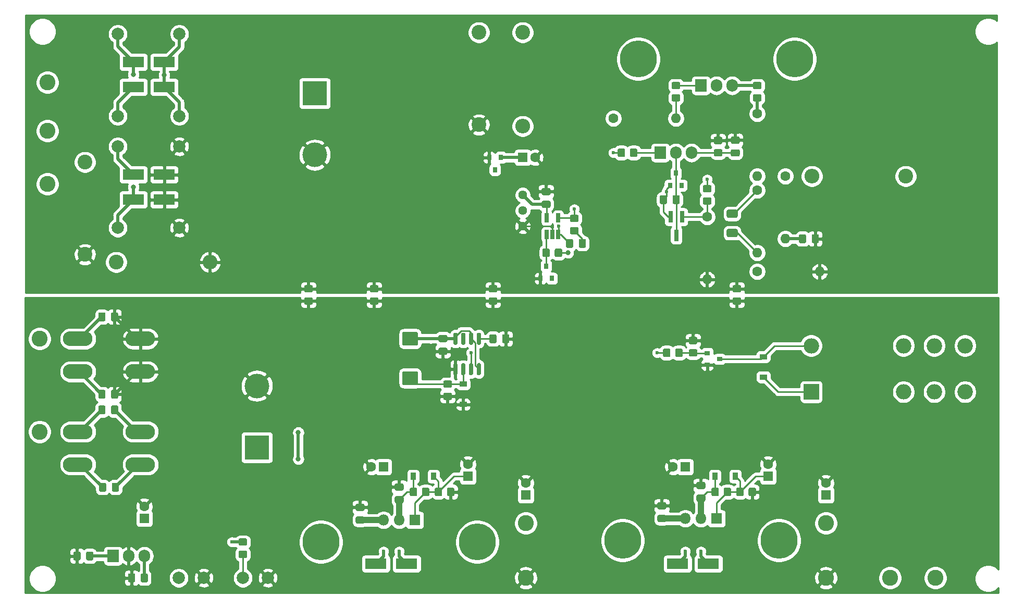
<source format=gbr>
G04 #@! TF.GenerationSoftware,KiCad,Pcbnew,(5.1.9-0-10_14)*
G04 #@! TF.CreationDate,2021-02-21T16:18:30+01:00*
G04 #@! TF.ProjectId,hv-power-supply-v1,68762d70-6f77-4657-922d-737570706c79,rev?*
G04 #@! TF.SameCoordinates,Original*
G04 #@! TF.FileFunction,Copper,L1,Top*
G04 #@! TF.FilePolarity,Positive*
%FSLAX46Y46*%
G04 Gerber Fmt 4.6, Leading zero omitted, Abs format (unit mm)*
G04 Created by KiCad (PCBNEW (5.1.9-0-10_14)) date 2021-02-21 16:18:30*
%MOMM*%
%LPD*%
G01*
G04 APERTURE LIST*
G04 #@! TA.AperFunction,SMDPad,CuDef*
%ADD10R,3.500000X1.800000*%
G04 #@! TD*
G04 #@! TA.AperFunction,ComponentPad*
%ADD11O,2.400000X2.400000*%
G04 #@! TD*
G04 #@! TA.AperFunction,ComponentPad*
%ADD12C,2.400000*%
G04 #@! TD*
G04 #@! TA.AperFunction,ComponentPad*
%ADD13O,4.800600X2.400300*%
G04 #@! TD*
G04 #@! TA.AperFunction,SMDPad,CuDef*
%ADD14R,0.900000X1.200000*%
G04 #@! TD*
G04 #@! TA.AperFunction,ComponentPad*
%ADD15C,1.600000*%
G04 #@! TD*
G04 #@! TA.AperFunction,ComponentPad*
%ADD16R,1.600000X1.600000*%
G04 #@! TD*
G04 #@! TA.AperFunction,ComponentPad*
%ADD17C,2.000000*%
G04 #@! TD*
G04 #@! TA.AperFunction,ComponentPad*
%ADD18O,1.600000X1.600000*%
G04 #@! TD*
G04 #@! TA.AperFunction,SMDPad,CuDef*
%ADD19R,0.650000X1.560000*%
G04 #@! TD*
G04 #@! TA.AperFunction,ComponentPad*
%ADD20O,1.905000X2.000000*%
G04 #@! TD*
G04 #@! TA.AperFunction,ComponentPad*
%ADD21R,1.905000X2.000000*%
G04 #@! TD*
G04 #@! TA.AperFunction,SMDPad,CuDef*
%ADD22R,0.800000X1.900000*%
G04 #@! TD*
G04 #@! TA.AperFunction,ComponentPad*
%ADD23C,2.600000*%
G04 #@! TD*
G04 #@! TA.AperFunction,SMDPad,CuDef*
%ADD24R,0.800000X0.900000*%
G04 #@! TD*
G04 #@! TA.AperFunction,ComponentPad*
%ADD25C,1.440000*%
G04 #@! TD*
G04 #@! TA.AperFunction,ComponentPad*
%ADD26O,2.500000X2.500000*%
G04 #@! TD*
G04 #@! TA.AperFunction,ComponentPad*
%ADD27R,2.500000X2.500000*%
G04 #@! TD*
G04 #@! TA.AperFunction,SMDPad,CuDef*
%ADD28R,1.200000X0.900000*%
G04 #@! TD*
G04 #@! TA.AperFunction,ComponentPad*
%ADD29C,4.000000*%
G04 #@! TD*
G04 #@! TA.AperFunction,ComponentPad*
%ADD30R,4.000000X4.000000*%
G04 #@! TD*
G04 #@! TA.AperFunction,ComponentPad*
%ADD31C,5.999480*%
G04 #@! TD*
G04 #@! TA.AperFunction,ComponentPad*
%ADD32R,1.800000X1.800000*%
G04 #@! TD*
G04 #@! TA.AperFunction,ComponentPad*
%ADD33O,1.800000X1.800000*%
G04 #@! TD*
G04 #@! TA.AperFunction,SMDPad,CuDef*
%ADD34R,0.900000X0.800000*%
G04 #@! TD*
G04 #@! TA.AperFunction,ViaPad*
%ADD35C,0.600000*%
G04 #@! TD*
G04 #@! TA.AperFunction,ViaPad*
%ADD36C,0.800000*%
G04 #@! TD*
G04 #@! TA.AperFunction,Conductor*
%ADD37C,0.250000*%
G04 #@! TD*
G04 #@! TA.AperFunction,Conductor*
%ADD38C,0.500000*%
G04 #@! TD*
G04 #@! TA.AperFunction,Conductor*
%ADD39C,1.000000*%
G04 #@! TD*
G04 #@! TA.AperFunction,Conductor*
%ADD40C,0.254000*%
G04 #@! TD*
G04 #@! TA.AperFunction,Conductor*
%ADD41C,0.100000*%
G04 #@! TD*
G04 APERTURE END LIST*
D10*
X117775000Y-137056000D03*
X112775000Y-137056000D03*
X166797000Y-137056000D03*
X161797000Y-137056000D03*
D11*
X183604000Y-74064000D03*
D12*
X198844000Y-74064000D03*
D13*
X64351000Y-100480000D03*
X74511000Y-100480000D03*
X74511000Y-120927000D03*
X64351000Y-120927000D03*
X74511000Y-115593000D03*
X64351000Y-115593000D03*
X64351000Y-105814000D03*
X74511000Y-105814000D03*
D14*
X122136000Y-122832000D03*
X118836000Y-122832000D03*
D15*
X127724000Y-120832000D03*
D16*
X127724000Y-122832000D03*
D14*
X171156000Y-122832000D03*
X167856000Y-122832000D03*
D15*
X176492000Y-120832000D03*
D16*
X176492000Y-122832000D03*
D15*
X161030000Y-121308000D03*
D16*
X163030000Y-121308000D03*
G04 #@! TA.AperFunction,SMDPad,CuDef*
G36*
G01*
X102266001Y-92952000D02*
X101365999Y-92952000D01*
G75*
G02*
X101116000Y-92702001I0J249999D01*
G01*
X101116000Y-92001999D01*
G75*
G02*
X101365999Y-91752000I249999J0D01*
G01*
X102266001Y-91752000D01*
G75*
G02*
X102516000Y-92001999I0J-249999D01*
G01*
X102516000Y-92702001D01*
G75*
G02*
X102266001Y-92952000I-249999J0D01*
G01*
G37*
G04 #@! TD.AperFunction*
G04 #@! TA.AperFunction,SMDPad,CuDef*
G36*
G01*
X102266001Y-94952000D02*
X101365999Y-94952000D01*
G75*
G02*
X101116000Y-94702001I0J249999D01*
G01*
X101116000Y-94001999D01*
G75*
G02*
X101365999Y-93752000I249999J0D01*
G01*
X102266001Y-93752000D01*
G75*
G02*
X102516000Y-94001999I0J-249999D01*
G01*
X102516000Y-94702001D01*
G75*
G02*
X102266001Y-94952000I-249999J0D01*
G01*
G37*
G04 #@! TD.AperFunction*
D11*
X85814000Y-88034000D03*
D12*
X70574000Y-88034000D03*
D10*
X73368000Y-59586000D03*
X78368000Y-59586000D03*
X78368000Y-73810000D03*
X73368000Y-73810000D03*
X78368000Y-77874000D03*
X73368000Y-77874000D03*
X73368000Y-55522000D03*
X78368000Y-55522000D03*
D17*
X70828000Y-69238000D03*
X80828000Y-69238000D03*
X70828000Y-82446000D03*
X80828000Y-82446000D03*
X70828000Y-64285000D03*
X80828000Y-64285000D03*
X70828000Y-50950000D03*
X80828000Y-50950000D03*
G04 #@! TA.AperFunction,SMDPad,CuDef*
G36*
G01*
X125842000Y-101455000D02*
X125542000Y-101455000D01*
G75*
G02*
X125392000Y-101305000I0J150000D01*
G01*
X125392000Y-99655000D01*
G75*
G02*
X125542000Y-99505000I150000J0D01*
G01*
X125842000Y-99505000D01*
G75*
G02*
X125992000Y-99655000I0J-150000D01*
G01*
X125992000Y-101305000D01*
G75*
G02*
X125842000Y-101455000I-150000J0D01*
G01*
G37*
G04 #@! TD.AperFunction*
G04 #@! TA.AperFunction,SMDPad,CuDef*
G36*
G01*
X127112000Y-101455000D02*
X126812000Y-101455000D01*
G75*
G02*
X126662000Y-101305000I0J150000D01*
G01*
X126662000Y-99655000D01*
G75*
G02*
X126812000Y-99505000I150000J0D01*
G01*
X127112000Y-99505000D01*
G75*
G02*
X127262000Y-99655000I0J-150000D01*
G01*
X127262000Y-101305000D01*
G75*
G02*
X127112000Y-101455000I-150000J0D01*
G01*
G37*
G04 #@! TD.AperFunction*
G04 #@! TA.AperFunction,SMDPad,CuDef*
G36*
G01*
X128382000Y-101455000D02*
X128082000Y-101455000D01*
G75*
G02*
X127932000Y-101305000I0J150000D01*
G01*
X127932000Y-99655000D01*
G75*
G02*
X128082000Y-99505000I150000J0D01*
G01*
X128382000Y-99505000D01*
G75*
G02*
X128532000Y-99655000I0J-150000D01*
G01*
X128532000Y-101305000D01*
G75*
G02*
X128382000Y-101455000I-150000J0D01*
G01*
G37*
G04 #@! TD.AperFunction*
G04 #@! TA.AperFunction,SMDPad,CuDef*
G36*
G01*
X129652000Y-101455000D02*
X129352000Y-101455000D01*
G75*
G02*
X129202000Y-101305000I0J150000D01*
G01*
X129202000Y-99655000D01*
G75*
G02*
X129352000Y-99505000I150000J0D01*
G01*
X129652000Y-99505000D01*
G75*
G02*
X129802000Y-99655000I0J-150000D01*
G01*
X129802000Y-101305000D01*
G75*
G02*
X129652000Y-101455000I-150000J0D01*
G01*
G37*
G04 #@! TD.AperFunction*
G04 #@! TA.AperFunction,SMDPad,CuDef*
G36*
G01*
X129652000Y-106405000D02*
X129352000Y-106405000D01*
G75*
G02*
X129202000Y-106255000I0J150000D01*
G01*
X129202000Y-104605000D01*
G75*
G02*
X129352000Y-104455000I150000J0D01*
G01*
X129652000Y-104455000D01*
G75*
G02*
X129802000Y-104605000I0J-150000D01*
G01*
X129802000Y-106255000D01*
G75*
G02*
X129652000Y-106405000I-150000J0D01*
G01*
G37*
G04 #@! TD.AperFunction*
G04 #@! TA.AperFunction,SMDPad,CuDef*
G36*
G01*
X128382000Y-106405000D02*
X128082000Y-106405000D01*
G75*
G02*
X127932000Y-106255000I0J150000D01*
G01*
X127932000Y-104605000D01*
G75*
G02*
X128082000Y-104455000I150000J0D01*
G01*
X128382000Y-104455000D01*
G75*
G02*
X128532000Y-104605000I0J-150000D01*
G01*
X128532000Y-106255000D01*
G75*
G02*
X128382000Y-106405000I-150000J0D01*
G01*
G37*
G04 #@! TD.AperFunction*
G04 #@! TA.AperFunction,SMDPad,CuDef*
G36*
G01*
X127112000Y-106405000D02*
X126812000Y-106405000D01*
G75*
G02*
X126662000Y-106255000I0J150000D01*
G01*
X126662000Y-104605000D01*
G75*
G02*
X126812000Y-104455000I150000J0D01*
G01*
X127112000Y-104455000D01*
G75*
G02*
X127262000Y-104605000I0J-150000D01*
G01*
X127262000Y-106255000D01*
G75*
G02*
X127112000Y-106405000I-150000J0D01*
G01*
G37*
G04 #@! TD.AperFunction*
G04 #@! TA.AperFunction,SMDPad,CuDef*
G36*
G01*
X125842000Y-106405000D02*
X125542000Y-106405000D01*
G75*
G02*
X125392000Y-106255000I0J150000D01*
G01*
X125392000Y-104605000D01*
G75*
G02*
X125542000Y-104455000I150000J0D01*
G01*
X125842000Y-104455000D01*
G75*
G02*
X125992000Y-104605000I0J-150000D01*
G01*
X125992000Y-106255000D01*
G75*
G02*
X125842000Y-106405000I-150000J0D01*
G01*
G37*
G04 #@! TD.AperFunction*
G04 #@! TA.AperFunction,SMDPad,CuDef*
G36*
G01*
X161956001Y-59932000D02*
X161055999Y-59932000D01*
G75*
G02*
X160806000Y-59682001I0J249999D01*
G01*
X160806000Y-58981999D01*
G75*
G02*
X161055999Y-58732000I249999J0D01*
G01*
X161956001Y-58732000D01*
G75*
G02*
X162206000Y-58981999I0J-249999D01*
G01*
X162206000Y-59682001D01*
G75*
G02*
X161956001Y-59932000I-249999J0D01*
G01*
G37*
G04 #@! TD.AperFunction*
G04 #@! TA.AperFunction,SMDPad,CuDef*
G36*
G01*
X161956001Y-61932000D02*
X161055999Y-61932000D01*
G75*
G02*
X160806000Y-61682001I0J249999D01*
G01*
X160806000Y-60981999D01*
G75*
G02*
X161055999Y-60732000I249999J0D01*
G01*
X161956001Y-60732000D01*
G75*
G02*
X162206000Y-60981999I0J-249999D01*
G01*
X162206000Y-61682001D01*
G75*
G02*
X161956001Y-61932000I-249999J0D01*
G01*
G37*
G04 #@! TD.AperFunction*
D18*
X166586000Y-90828000D03*
D15*
X166586000Y-80668000D03*
D18*
X161506000Y-64666000D03*
D15*
X151346000Y-64666000D03*
D18*
X174714000Y-74064000D03*
D15*
X174714000Y-63904000D03*
G04 #@! TA.AperFunction,SMDPad,CuDef*
G36*
G01*
X174263999Y-60732000D02*
X175164001Y-60732000D01*
G75*
G02*
X175414000Y-60981999I0J-249999D01*
G01*
X175414000Y-61682001D01*
G75*
G02*
X175164001Y-61932000I-249999J0D01*
G01*
X174263999Y-61932000D01*
G75*
G02*
X174014000Y-61682001I0J249999D01*
G01*
X174014000Y-60981999D01*
G75*
G02*
X174263999Y-60732000I249999J0D01*
G01*
G37*
G04 #@! TD.AperFunction*
G04 #@! TA.AperFunction,SMDPad,CuDef*
G36*
G01*
X174263999Y-58732000D02*
X175164001Y-58732000D01*
G75*
G02*
X175414000Y-58981999I0J-249999D01*
G01*
X175414000Y-59682001D01*
G75*
G02*
X175164001Y-59932000I-249999J0D01*
G01*
X174263999Y-59932000D01*
G75*
G02*
X174014000Y-59682001I0J249999D01*
G01*
X174014000Y-58981999D01*
G75*
G02*
X174263999Y-58732000I249999J0D01*
G01*
G37*
G04 #@! TD.AperFunction*
G04 #@! TA.AperFunction,SMDPad,CuDef*
G36*
G01*
X169999997Y-82622500D02*
X171300003Y-82622500D01*
G75*
G02*
X171550000Y-82872497I0J-249997D01*
G01*
X171550000Y-83697503D01*
G75*
G02*
X171300003Y-83947500I-249997J0D01*
G01*
X169999997Y-83947500D01*
G75*
G02*
X169750000Y-83697503I0J249997D01*
G01*
X169750000Y-82872497D01*
G75*
G02*
X169999997Y-82622500I249997J0D01*
G01*
G37*
G04 #@! TD.AperFunction*
G04 #@! TA.AperFunction,SMDPad,CuDef*
G36*
G01*
X169999997Y-79497500D02*
X171300003Y-79497500D01*
G75*
G02*
X171550000Y-79747497I0J-249997D01*
G01*
X171550000Y-80572503D01*
G75*
G02*
X171300003Y-80822500I-249997J0D01*
G01*
X169999997Y-80822500D01*
G75*
G02*
X169750000Y-80572503I0J249997D01*
G01*
X169750000Y-79747497D01*
G75*
G02*
X169999997Y-79497500I249997J0D01*
G01*
G37*
G04 #@! TD.AperFunction*
G04 #@! TA.AperFunction,SMDPad,CuDef*
G36*
G01*
X183567500Y-84699000D02*
X183567500Y-83749000D01*
G75*
G02*
X183817500Y-83499000I250000J0D01*
G01*
X184492500Y-83499000D01*
G75*
G02*
X184742500Y-83749000I0J-250000D01*
G01*
X184742500Y-84699000D01*
G75*
G02*
X184492500Y-84949000I-250000J0D01*
G01*
X183817500Y-84949000D01*
G75*
G02*
X183567500Y-84699000I0J250000D01*
G01*
G37*
G04 #@! TD.AperFunction*
G04 #@! TA.AperFunction,SMDPad,CuDef*
G36*
G01*
X181492500Y-84699000D02*
X181492500Y-83749000D01*
G75*
G02*
X181742500Y-83499000I250000J0D01*
G01*
X182417500Y-83499000D01*
G75*
G02*
X182667500Y-83749000I0J-250000D01*
G01*
X182667500Y-84699000D01*
G75*
G02*
X182417500Y-84949000I-250000J0D01*
G01*
X181742500Y-84949000D01*
G75*
G02*
X181492500Y-84699000I0J250000D01*
G01*
G37*
G04 #@! TD.AperFunction*
D19*
X140490000Y-80842000D03*
X142390000Y-80842000D03*
X142390000Y-83542000D03*
X141440000Y-83542000D03*
X140490000Y-83542000D03*
D20*
X170650000Y-59332000D03*
X168110000Y-59332000D03*
D21*
X165570000Y-59332000D03*
D22*
X161572000Y-83668000D03*
X160622000Y-80668000D03*
X162522000Y-80668000D03*
D20*
X164046000Y-70254000D03*
X161506000Y-70254000D03*
D21*
X158966000Y-70254000D03*
G04 #@! TA.AperFunction,SMDPad,CuDef*
G36*
G01*
X171862001Y-92952000D02*
X170961999Y-92952000D01*
G75*
G02*
X170712000Y-92702001I0J249999D01*
G01*
X170712000Y-92001999D01*
G75*
G02*
X170961999Y-91752000I249999J0D01*
G01*
X171862001Y-91752000D01*
G75*
G02*
X172112000Y-92001999I0J-249999D01*
G01*
X172112000Y-92702001D01*
G75*
G02*
X171862001Y-92952000I-249999J0D01*
G01*
G37*
G04 #@! TD.AperFunction*
G04 #@! TA.AperFunction,SMDPad,CuDef*
G36*
G01*
X171862001Y-94952000D02*
X170961999Y-94952000D01*
G75*
G02*
X170712000Y-94702001I0J249999D01*
G01*
X170712000Y-94001999D01*
G75*
G02*
X170961999Y-93752000I249999J0D01*
G01*
X171862001Y-93752000D01*
G75*
G02*
X172112000Y-94001999I0J-249999D01*
G01*
X172112000Y-94702001D01*
G75*
G02*
X171862001Y-94952000I-249999J0D01*
G01*
G37*
G04 #@! TD.AperFunction*
G04 #@! TA.AperFunction,SMDPad,CuDef*
G36*
G01*
X132238001Y-92952000D02*
X131337999Y-92952000D01*
G75*
G02*
X131088000Y-92702001I0J249999D01*
G01*
X131088000Y-92001999D01*
G75*
G02*
X131337999Y-91752000I249999J0D01*
G01*
X132238001Y-91752000D01*
G75*
G02*
X132488000Y-92001999I0J-249999D01*
G01*
X132488000Y-92702001D01*
G75*
G02*
X132238001Y-92952000I-249999J0D01*
G01*
G37*
G04 #@! TD.AperFunction*
G04 #@! TA.AperFunction,SMDPad,CuDef*
G36*
G01*
X132238001Y-94952000D02*
X131337999Y-94952000D01*
G75*
G02*
X131088000Y-94702001I0J249999D01*
G01*
X131088000Y-94001999D01*
G75*
G02*
X131337999Y-93752000I249999J0D01*
G01*
X132238001Y-93752000D01*
G75*
G02*
X132488000Y-94001999I0J-249999D01*
G01*
X132488000Y-94702001D01*
G75*
G02*
X132238001Y-94952000I-249999J0D01*
G01*
G37*
G04 #@! TD.AperFunction*
G04 #@! TA.AperFunction,SMDPad,CuDef*
G36*
G01*
X112934001Y-92952000D02*
X112033999Y-92952000D01*
G75*
G02*
X111784000Y-92702001I0J249999D01*
G01*
X111784000Y-92001999D01*
G75*
G02*
X112033999Y-91752000I249999J0D01*
G01*
X112934001Y-91752000D01*
G75*
G02*
X113184000Y-92001999I0J-249999D01*
G01*
X113184000Y-92702001D01*
G75*
G02*
X112934001Y-92952000I-249999J0D01*
G01*
G37*
G04 #@! TD.AperFunction*
G04 #@! TA.AperFunction,SMDPad,CuDef*
G36*
G01*
X112934001Y-94952000D02*
X112033999Y-94952000D01*
G75*
G02*
X111784000Y-94702001I0J249999D01*
G01*
X111784000Y-94001999D01*
G75*
G02*
X112033999Y-93752000I249999J0D01*
G01*
X112934001Y-93752000D01*
G75*
G02*
X113184000Y-94001999I0J-249999D01*
G01*
X113184000Y-94702001D01*
G75*
G02*
X112934001Y-94952000I-249999J0D01*
G01*
G37*
G04 #@! TD.AperFunction*
G04 #@! TA.AperFunction,SMDPad,CuDef*
G36*
G01*
X166135999Y-77496000D02*
X167036001Y-77496000D01*
G75*
G02*
X167286000Y-77745999I0J-249999D01*
G01*
X167286000Y-78446001D01*
G75*
G02*
X167036001Y-78696000I-249999J0D01*
G01*
X166135999Y-78696000D01*
G75*
G02*
X165886000Y-78446001I0J249999D01*
G01*
X165886000Y-77745999D01*
G75*
G02*
X166135999Y-77496000I249999J0D01*
G01*
G37*
G04 #@! TD.AperFunction*
G04 #@! TA.AperFunction,SMDPad,CuDef*
G36*
G01*
X166135999Y-75496000D02*
X167036001Y-75496000D01*
G75*
G02*
X167286000Y-75745999I0J-249999D01*
G01*
X167286000Y-76446001D01*
G75*
G02*
X167036001Y-76696000I-249999J0D01*
G01*
X166135999Y-76696000D01*
G75*
G02*
X165886000Y-76446001I0J249999D01*
G01*
X165886000Y-75745999D01*
G75*
G02*
X166135999Y-75496000I249999J0D01*
G01*
G37*
G04 #@! TD.AperFunction*
G04 #@! TA.AperFunction,SMDPad,CuDef*
G36*
G01*
X169288000Y-125822001D02*
X169288000Y-124921999D01*
G75*
G02*
X169537999Y-124672000I249999J0D01*
G01*
X170238001Y-124672000D01*
G75*
G02*
X170488000Y-124921999I0J-249999D01*
G01*
X170488000Y-125822001D01*
G75*
G02*
X170238001Y-126072000I-249999J0D01*
G01*
X169537999Y-126072000D01*
G75*
G02*
X169288000Y-125822001I0J249999D01*
G01*
G37*
G04 #@! TD.AperFunction*
G04 #@! TA.AperFunction,SMDPad,CuDef*
G36*
G01*
X167288000Y-125822001D02*
X167288000Y-124921999D01*
G75*
G02*
X167537999Y-124672000I249999J0D01*
G01*
X168238001Y-124672000D01*
G75*
G02*
X168488000Y-124921999I0J-249999D01*
G01*
X168488000Y-125822001D01*
G75*
G02*
X168238001Y-126072000I-249999J0D01*
G01*
X167537999Y-126072000D01*
G75*
G02*
X167288000Y-125822001I0J249999D01*
G01*
G37*
G04 #@! TD.AperFunction*
G04 #@! TA.AperFunction,SMDPad,CuDef*
G36*
G01*
X120266000Y-125822001D02*
X120266000Y-124921999D01*
G75*
G02*
X120515999Y-124672000I249999J0D01*
G01*
X121216001Y-124672000D01*
G75*
G02*
X121466000Y-124921999I0J-249999D01*
G01*
X121466000Y-125822001D01*
G75*
G02*
X121216001Y-126072000I-249999J0D01*
G01*
X120515999Y-126072000D01*
G75*
G02*
X120266000Y-125822001I0J249999D01*
G01*
G37*
G04 #@! TD.AperFunction*
G04 #@! TA.AperFunction,SMDPad,CuDef*
G36*
G01*
X118266000Y-125822001D02*
X118266000Y-124921999D01*
G75*
G02*
X118515999Y-124672000I249999J0D01*
G01*
X119216001Y-124672000D01*
G75*
G02*
X119466000Y-124921999I0J-249999D01*
G01*
X119466000Y-125822001D01*
G75*
G02*
X119216001Y-126072000I-249999J0D01*
G01*
X118515999Y-126072000D01*
G75*
G02*
X118266000Y-125822001I0J249999D01*
G01*
G37*
G04 #@! TD.AperFunction*
G04 #@! TA.AperFunction,SMDPad,CuDef*
G36*
G01*
X124330000Y-125822001D02*
X124330000Y-124921999D01*
G75*
G02*
X124579999Y-124672000I249999J0D01*
G01*
X125280001Y-124672000D01*
G75*
G02*
X125530000Y-124921999I0J-249999D01*
G01*
X125530000Y-125822001D01*
G75*
G02*
X125280001Y-126072000I-249999J0D01*
G01*
X124579999Y-126072000D01*
G75*
G02*
X124330000Y-125822001I0J249999D01*
G01*
G37*
G04 #@! TD.AperFunction*
G04 #@! TA.AperFunction,SMDPad,CuDef*
G36*
G01*
X122330000Y-125822001D02*
X122330000Y-124921999D01*
G75*
G02*
X122579999Y-124672000I249999J0D01*
G01*
X123280001Y-124672000D01*
G75*
G02*
X123530000Y-124921999I0J-249999D01*
G01*
X123530000Y-125822001D01*
G75*
G02*
X123280001Y-126072000I-249999J0D01*
G01*
X122579999Y-126072000D01*
G75*
G02*
X122330000Y-125822001I0J249999D01*
G01*
G37*
G04 #@! TD.AperFunction*
G04 #@! TA.AperFunction,SMDPad,CuDef*
G36*
G01*
X173320000Y-125822001D02*
X173320000Y-124921999D01*
G75*
G02*
X173569999Y-124672000I249999J0D01*
G01*
X174270001Y-124672000D01*
G75*
G02*
X174520000Y-124921999I0J-249999D01*
G01*
X174520000Y-125822001D01*
G75*
G02*
X174270001Y-126072000I-249999J0D01*
G01*
X173569999Y-126072000D01*
G75*
G02*
X173320000Y-125822001I0J249999D01*
G01*
G37*
G04 #@! TD.AperFunction*
G04 #@! TA.AperFunction,SMDPad,CuDef*
G36*
G01*
X171320000Y-125822001D02*
X171320000Y-124921999D01*
G75*
G02*
X171569999Y-124672000I249999J0D01*
G01*
X172270001Y-124672000D01*
G75*
G02*
X172520000Y-124921999I0J-249999D01*
G01*
X172520000Y-125822001D01*
G75*
G02*
X172270001Y-126072000I-249999J0D01*
G01*
X171569999Y-126072000D01*
G75*
G02*
X171320000Y-125822001I0J249999D01*
G01*
G37*
G04 #@! TD.AperFunction*
G04 #@! TA.AperFunction,SMDPad,CuDef*
G36*
G01*
X90697999Y-134916000D02*
X91598001Y-134916000D01*
G75*
G02*
X91848000Y-135165999I0J-249999D01*
G01*
X91848000Y-135866001D01*
G75*
G02*
X91598001Y-136116000I-249999J0D01*
G01*
X90697999Y-136116000D01*
G75*
G02*
X90448000Y-135866001I0J249999D01*
G01*
X90448000Y-135165999D01*
G75*
G02*
X90697999Y-134916000I249999J0D01*
G01*
G37*
G04 #@! TD.AperFunction*
G04 #@! TA.AperFunction,SMDPad,CuDef*
G36*
G01*
X90697999Y-132916000D02*
X91598001Y-132916000D01*
G75*
G02*
X91848000Y-133165999I0J-249999D01*
G01*
X91848000Y-133866001D01*
G75*
G02*
X91598001Y-134116000I-249999J0D01*
G01*
X90697999Y-134116000D01*
G75*
G02*
X90448000Y-133866001I0J249999D01*
G01*
X90448000Y-133165999D01*
G75*
G02*
X90697999Y-132916000I249999J0D01*
G01*
G37*
G04 #@! TD.AperFunction*
G04 #@! TA.AperFunction,SMDPad,CuDef*
G36*
G01*
X164750001Y-101366000D02*
X163849999Y-101366000D01*
G75*
G02*
X163600000Y-101116001I0J249999D01*
G01*
X163600000Y-100415999D01*
G75*
G02*
X163849999Y-100166000I249999J0D01*
G01*
X164750001Y-100166000D01*
G75*
G02*
X165000000Y-100415999I0J-249999D01*
G01*
X165000000Y-101116001D01*
G75*
G02*
X164750001Y-101366000I-249999J0D01*
G01*
G37*
G04 #@! TD.AperFunction*
G04 #@! TA.AperFunction,SMDPad,CuDef*
G36*
G01*
X164750001Y-103366000D02*
X163849999Y-103366000D01*
G75*
G02*
X163600000Y-103116001I0J249999D01*
G01*
X163600000Y-102415999D01*
G75*
G02*
X163849999Y-102166000I249999J0D01*
G01*
X164750001Y-102166000D01*
G75*
G02*
X165000000Y-102415999I0J-249999D01*
G01*
X165000000Y-103116001D01*
G75*
G02*
X164750001Y-103366000I-249999J0D01*
G01*
G37*
G04 #@! TD.AperFunction*
G04 #@! TA.AperFunction,SMDPad,CuDef*
G36*
G01*
X161414000Y-103216001D02*
X161414000Y-102315999D01*
G75*
G02*
X161663999Y-102066000I249999J0D01*
G01*
X162364001Y-102066000D01*
G75*
G02*
X162614000Y-102315999I0J-249999D01*
G01*
X162614000Y-103216001D01*
G75*
G02*
X162364001Y-103466000I-249999J0D01*
G01*
X161663999Y-103466000D01*
G75*
G02*
X161414000Y-103216001I0J249999D01*
G01*
G37*
G04 #@! TD.AperFunction*
G04 #@! TA.AperFunction,SMDPad,CuDef*
G36*
G01*
X159414000Y-103216001D02*
X159414000Y-102315999D01*
G75*
G02*
X159663999Y-102066000I249999J0D01*
G01*
X160364001Y-102066000D01*
G75*
G02*
X160614000Y-102315999I0J-249999D01*
G01*
X160614000Y-103216001D01*
G75*
G02*
X160364001Y-103466000I-249999J0D01*
G01*
X159663999Y-103466000D01*
G75*
G02*
X159414000Y-103216001I0J249999D01*
G01*
G37*
G04 #@! TD.AperFunction*
G04 #@! TA.AperFunction,SMDPad,CuDef*
G36*
G01*
X123971999Y-109246000D02*
X124872001Y-109246000D01*
G75*
G02*
X125122000Y-109495999I0J-249999D01*
G01*
X125122000Y-110196001D01*
G75*
G02*
X124872001Y-110446000I-249999J0D01*
G01*
X123971999Y-110446000D01*
G75*
G02*
X123722000Y-110196001I0J249999D01*
G01*
X123722000Y-109495999D01*
G75*
G02*
X123971999Y-109246000I249999J0D01*
G01*
G37*
G04 #@! TD.AperFunction*
G04 #@! TA.AperFunction,SMDPad,CuDef*
G36*
G01*
X123971999Y-107246000D02*
X124872001Y-107246000D01*
G75*
G02*
X125122000Y-107495999I0J-249999D01*
G01*
X125122000Y-108196001D01*
G75*
G02*
X124872001Y-108446000I-249999J0D01*
G01*
X123971999Y-108446000D01*
G75*
G02*
X123722000Y-108196001I0J249999D01*
G01*
X123722000Y-107495999D01*
G75*
G02*
X123971999Y-107246000I249999J0D01*
G01*
G37*
G04 #@! TD.AperFunction*
G04 #@! TA.AperFunction,SMDPad,CuDef*
G36*
G01*
X166045000Y-124900500D02*
X165095000Y-124900500D01*
G75*
G02*
X164845000Y-124650500I0J250000D01*
G01*
X164845000Y-123975500D01*
G75*
G02*
X165095000Y-123725500I250000J0D01*
G01*
X166045000Y-123725500D01*
G75*
G02*
X166295000Y-123975500I0J-250000D01*
G01*
X166295000Y-124650500D01*
G75*
G02*
X166045000Y-124900500I-250000J0D01*
G01*
G37*
G04 #@! TD.AperFunction*
G04 #@! TA.AperFunction,SMDPad,CuDef*
G36*
G01*
X166045000Y-126975500D02*
X165095000Y-126975500D01*
G75*
G02*
X164845000Y-126725500I0J250000D01*
G01*
X164845000Y-126050500D01*
G75*
G02*
X165095000Y-125800500I250000J0D01*
G01*
X166045000Y-125800500D01*
G75*
G02*
X166295000Y-126050500I0J-250000D01*
G01*
X166295000Y-126725500D01*
G75*
G02*
X166045000Y-126975500I-250000J0D01*
G01*
G37*
G04 #@! TD.AperFunction*
G04 #@! TA.AperFunction,SMDPad,CuDef*
G36*
G01*
X117023000Y-125154500D02*
X116073000Y-125154500D01*
G75*
G02*
X115823000Y-124904500I0J250000D01*
G01*
X115823000Y-124229500D01*
G75*
G02*
X116073000Y-123979500I250000J0D01*
G01*
X117023000Y-123979500D01*
G75*
G02*
X117273000Y-124229500I0J-250000D01*
G01*
X117273000Y-124904500D01*
G75*
G02*
X117023000Y-125154500I-250000J0D01*
G01*
G37*
G04 #@! TD.AperFunction*
G04 #@! TA.AperFunction,SMDPad,CuDef*
G36*
G01*
X117023000Y-127229500D02*
X116073000Y-127229500D01*
G75*
G02*
X115823000Y-126979500I0J250000D01*
G01*
X115823000Y-126304500D01*
G75*
G02*
X116073000Y-126054500I250000J0D01*
G01*
X117023000Y-126054500D01*
G75*
G02*
X117273000Y-126304500I0J-250000D01*
G01*
X117273000Y-126979500D01*
G75*
G02*
X117023000Y-127229500I-250000J0D01*
G01*
G37*
G04 #@! TD.AperFunction*
G04 #@! TA.AperFunction,SMDPad,CuDef*
G36*
G01*
X159695000Y-128202500D02*
X158745000Y-128202500D01*
G75*
G02*
X158495000Y-127952500I0J250000D01*
G01*
X158495000Y-127277500D01*
G75*
G02*
X158745000Y-127027500I250000J0D01*
G01*
X159695000Y-127027500D01*
G75*
G02*
X159945000Y-127277500I0J-250000D01*
G01*
X159945000Y-127952500D01*
G75*
G02*
X159695000Y-128202500I-250000J0D01*
G01*
G37*
G04 #@! TD.AperFunction*
G04 #@! TA.AperFunction,SMDPad,CuDef*
G36*
G01*
X159695000Y-130277500D02*
X158745000Y-130277500D01*
G75*
G02*
X158495000Y-130027500I0J250000D01*
G01*
X158495000Y-129352500D01*
G75*
G02*
X158745000Y-129102500I250000J0D01*
G01*
X159695000Y-129102500D01*
G75*
G02*
X159945000Y-129352500I0J-250000D01*
G01*
X159945000Y-130027500D01*
G75*
G02*
X159695000Y-130277500I-250000J0D01*
G01*
G37*
G04 #@! TD.AperFunction*
G04 #@! TA.AperFunction,SMDPad,CuDef*
G36*
G01*
X110673000Y-128456500D02*
X109723000Y-128456500D01*
G75*
G02*
X109473000Y-128206500I0J250000D01*
G01*
X109473000Y-127531500D01*
G75*
G02*
X109723000Y-127281500I250000J0D01*
G01*
X110673000Y-127281500D01*
G75*
G02*
X110923000Y-127531500I0J-250000D01*
G01*
X110923000Y-128206500D01*
G75*
G02*
X110673000Y-128456500I-250000J0D01*
G01*
G37*
G04 #@! TD.AperFunction*
G04 #@! TA.AperFunction,SMDPad,CuDef*
G36*
G01*
X110673000Y-130531500D02*
X109723000Y-130531500D01*
G75*
G02*
X109473000Y-130281500I0J250000D01*
G01*
X109473000Y-129606500D01*
G75*
G02*
X109723000Y-129356500I250000J0D01*
G01*
X110673000Y-129356500D01*
G75*
G02*
X110923000Y-129606500I0J-250000D01*
G01*
X110923000Y-130281500D01*
G75*
G02*
X110673000Y-130531500I-250000J0D01*
G01*
G37*
G04 #@! TD.AperFunction*
G04 #@! TA.AperFunction,SMDPad,CuDef*
G36*
G01*
X123185000Y-101924500D02*
X124135000Y-101924500D01*
G75*
G02*
X124385000Y-102174500I0J-250000D01*
G01*
X124385000Y-102849500D01*
G75*
G02*
X124135000Y-103099500I-250000J0D01*
G01*
X123185000Y-103099500D01*
G75*
G02*
X122935000Y-102849500I0J250000D01*
G01*
X122935000Y-102174500D01*
G75*
G02*
X123185000Y-101924500I250000J0D01*
G01*
G37*
G04 #@! TD.AperFunction*
G04 #@! TA.AperFunction,SMDPad,CuDef*
G36*
G01*
X123185000Y-99849500D02*
X124135000Y-99849500D01*
G75*
G02*
X124385000Y-100099500I0J-250000D01*
G01*
X124385000Y-100774500D01*
G75*
G02*
X124135000Y-101024500I-250000J0D01*
G01*
X123185000Y-101024500D01*
G75*
G02*
X122935000Y-100774500I0J250000D01*
G01*
X122935000Y-100099500D01*
G75*
G02*
X123185000Y-99849500I250000J0D01*
G01*
G37*
G04 #@! TD.AperFunction*
G04 #@! TA.AperFunction,SMDPad,CuDef*
G36*
G01*
X133275500Y-100955000D02*
X133275500Y-100005000D01*
G75*
G02*
X133525500Y-99755000I250000J0D01*
G01*
X134200500Y-99755000D01*
G75*
G02*
X134450500Y-100005000I0J-250000D01*
G01*
X134450500Y-100955000D01*
G75*
G02*
X134200500Y-101205000I-250000J0D01*
G01*
X133525500Y-101205000D01*
G75*
G02*
X133275500Y-100955000I0J250000D01*
G01*
G37*
G04 #@! TD.AperFunction*
G04 #@! TA.AperFunction,SMDPad,CuDef*
G36*
G01*
X131200500Y-100955000D02*
X131200500Y-100005000D01*
G75*
G02*
X131450500Y-99755000I250000J0D01*
G01*
X132125500Y-99755000D01*
G75*
G02*
X132375500Y-100005000I0J-250000D01*
G01*
X132375500Y-100955000D01*
G75*
G02*
X132125500Y-101205000I-250000J0D01*
G01*
X131450500Y-101205000D01*
G75*
G02*
X131200500Y-100955000I0J250000D01*
G01*
G37*
G04 #@! TD.AperFunction*
G04 #@! TA.AperFunction,SMDPad,CuDef*
G36*
G01*
X73658500Y-138867000D02*
X73658500Y-139817000D01*
G75*
G02*
X73408500Y-140067000I-250000J0D01*
G01*
X72733500Y-140067000D01*
G75*
G02*
X72483500Y-139817000I0J250000D01*
G01*
X72483500Y-138867000D01*
G75*
G02*
X72733500Y-138617000I250000J0D01*
G01*
X73408500Y-138617000D01*
G75*
G02*
X73658500Y-138867000I0J-250000D01*
G01*
G37*
G04 #@! TD.AperFunction*
G04 #@! TA.AperFunction,SMDPad,CuDef*
G36*
G01*
X75733500Y-138867000D02*
X75733500Y-139817000D01*
G75*
G02*
X75483500Y-140067000I-250000J0D01*
G01*
X74808500Y-140067000D01*
G75*
G02*
X74558500Y-139817000I0J250000D01*
G01*
X74558500Y-138867000D01*
G75*
G02*
X74808500Y-138617000I250000J0D01*
G01*
X75483500Y-138617000D01*
G75*
G02*
X75733500Y-138867000I0J-250000D01*
G01*
G37*
G04 #@! TD.AperFunction*
G04 #@! TA.AperFunction,SMDPad,CuDef*
G36*
G01*
X64790000Y-135311000D02*
X64790000Y-136261000D01*
G75*
G02*
X64540000Y-136511000I-250000J0D01*
G01*
X63865000Y-136511000D01*
G75*
G02*
X63615000Y-136261000I0J250000D01*
G01*
X63615000Y-135311000D01*
G75*
G02*
X63865000Y-135061000I250000J0D01*
G01*
X64540000Y-135061000D01*
G75*
G02*
X64790000Y-135311000I0J-250000D01*
G01*
G37*
G04 #@! TD.AperFunction*
G04 #@! TA.AperFunction,SMDPad,CuDef*
G36*
G01*
X66865000Y-135311000D02*
X66865000Y-136261000D01*
G75*
G02*
X66615000Y-136511000I-250000J0D01*
G01*
X65940000Y-136511000D01*
G75*
G02*
X65690000Y-136261000I0J250000D01*
G01*
X65690000Y-135311000D01*
G75*
G02*
X65940000Y-135061000I250000J0D01*
G01*
X66615000Y-135061000D01*
G75*
G02*
X66865000Y-135311000I0J-250000D01*
G01*
G37*
G04 #@! TD.AperFunction*
D20*
X75146000Y-135786000D03*
X72606000Y-135786000D03*
D21*
X70066000Y-135786000D03*
D23*
X137122000Y-139342000D03*
X137122000Y-130452000D03*
X185890000Y-139342000D03*
X185890000Y-130452000D03*
X58128000Y-100480000D03*
X58128000Y-115593000D03*
X59398000Y-75334000D03*
X59398000Y-66698000D03*
X59398000Y-58824000D03*
D15*
X137122000Y-123880000D03*
D16*
X137122000Y-125880000D03*
D15*
X185890000Y-123880000D03*
D16*
X185890000Y-125880000D03*
D15*
X112008000Y-121308000D03*
D16*
X114008000Y-121308000D03*
G04 #@! TA.AperFunction,SMDPad,CuDef*
G36*
G01*
X117300999Y-105755000D02*
X119351001Y-105755000D01*
G75*
G02*
X119601000Y-106004999I0J-249999D01*
G01*
X119601000Y-107755001D01*
G75*
G02*
X119351001Y-108005000I-249999J0D01*
G01*
X117300999Y-108005000D01*
G75*
G02*
X117051000Y-107755001I0J249999D01*
G01*
X117051000Y-106004999D01*
G75*
G02*
X117300999Y-105755000I249999J0D01*
G01*
G37*
G04 #@! TD.AperFunction*
G04 #@! TA.AperFunction,SMDPad,CuDef*
G36*
G01*
X117300999Y-99355000D02*
X119351001Y-99355000D01*
G75*
G02*
X119601000Y-99604999I0J-249999D01*
G01*
X119601000Y-101355001D01*
G75*
G02*
X119351001Y-101605000I-249999J0D01*
G01*
X117300999Y-101605000D01*
G75*
G02*
X117051000Y-101355001I0J249999D01*
G01*
X117051000Y-99604999D01*
G75*
G02*
X117300999Y-99355000I249999J0D01*
G01*
G37*
G04 #@! TD.AperFunction*
D15*
X75146000Y-127690000D03*
D16*
X75146000Y-129690000D03*
D24*
X132108000Y-73016000D03*
X131158000Y-71016000D03*
X133058000Y-71016000D03*
D25*
X136614000Y-82192000D03*
X136614000Y-79652000D03*
X136614000Y-77112000D03*
D26*
X183496000Y-101616000D03*
X198496000Y-101616000D03*
X203496000Y-101616000D03*
X208496000Y-101616000D03*
X208496000Y-109116000D03*
X203496000Y-109116000D03*
X198496000Y-109116000D03*
D27*
X183496000Y-109116000D03*
D18*
X179286000Y-84224000D03*
D15*
X179286000Y-74064000D03*
G04 #@! TA.AperFunction,SMDPad,CuDef*
G36*
G01*
X167913999Y-69654000D02*
X168814001Y-69654000D01*
G75*
G02*
X169064000Y-69903999I0J-249999D01*
G01*
X169064000Y-70604001D01*
G75*
G02*
X168814001Y-70854000I-249999J0D01*
G01*
X167913999Y-70854000D01*
G75*
G02*
X167664000Y-70604001I0J249999D01*
G01*
X167664000Y-69903999D01*
G75*
G02*
X167913999Y-69654000I249999J0D01*
G01*
G37*
G04 #@! TD.AperFunction*
G04 #@! TA.AperFunction,SMDPad,CuDef*
G36*
G01*
X167913999Y-67654000D02*
X168814001Y-67654000D01*
G75*
G02*
X169064000Y-67903999I0J-249999D01*
G01*
X169064000Y-68604001D01*
G75*
G02*
X168814001Y-68854000I-249999J0D01*
G01*
X167913999Y-68854000D01*
G75*
G02*
X167664000Y-68604001I0J249999D01*
G01*
X167664000Y-67903999D01*
G75*
G02*
X167913999Y-67654000I249999J0D01*
G01*
G37*
G04 #@! TD.AperFunction*
G04 #@! TA.AperFunction,SMDPad,CuDef*
G36*
G01*
X141024000Y-86059999D02*
X141024000Y-86960001D01*
G75*
G02*
X140774001Y-87210000I-249999J0D01*
G01*
X140073999Y-87210000D01*
G75*
G02*
X139824000Y-86960001I0J249999D01*
G01*
X139824000Y-86059999D01*
G75*
G02*
X140073999Y-85810000I249999J0D01*
G01*
X140774001Y-85810000D01*
G75*
G02*
X141024000Y-86059999I0J-249999D01*
G01*
G37*
G04 #@! TD.AperFunction*
G04 #@! TA.AperFunction,SMDPad,CuDef*
G36*
G01*
X143024000Y-86059999D02*
X143024000Y-86960001D01*
G75*
G02*
X142774001Y-87210000I-249999J0D01*
G01*
X142073999Y-87210000D01*
G75*
G02*
X141824000Y-86960001I0J249999D01*
G01*
X141824000Y-86059999D01*
G75*
G02*
X142073999Y-85810000I249999J0D01*
G01*
X142774001Y-85810000D01*
G75*
G02*
X143024000Y-86059999I0J-249999D01*
G01*
G37*
G04 #@! TD.AperFunction*
G04 #@! TA.AperFunction,SMDPad,CuDef*
G36*
G01*
X153248000Y-69803999D02*
X153248000Y-70704001D01*
G75*
G02*
X152998001Y-70954000I-249999J0D01*
G01*
X152297999Y-70954000D01*
G75*
G02*
X152048000Y-70704001I0J249999D01*
G01*
X152048000Y-69803999D01*
G75*
G02*
X152297999Y-69554000I249999J0D01*
G01*
X152998001Y-69554000D01*
G75*
G02*
X153248000Y-69803999I0J-249999D01*
G01*
G37*
G04 #@! TD.AperFunction*
G04 #@! TA.AperFunction,SMDPad,CuDef*
G36*
G01*
X155248000Y-69803999D02*
X155248000Y-70704001D01*
G75*
G02*
X154998001Y-70954000I-249999J0D01*
G01*
X154297999Y-70954000D01*
G75*
G02*
X154048000Y-70704001I0J249999D01*
G01*
X154048000Y-69803999D01*
G75*
G02*
X154297999Y-69554000I249999J0D01*
G01*
X154998001Y-69554000D01*
G75*
G02*
X155248000Y-69803999I0J-249999D01*
G01*
G37*
G04 #@! TD.AperFunction*
G04 #@! TA.AperFunction,SMDPad,CuDef*
G36*
G01*
X145446001Y-81522000D02*
X144545999Y-81522000D01*
G75*
G02*
X144296000Y-81272001I0J249999D01*
G01*
X144296000Y-80571999D01*
G75*
G02*
X144545999Y-80322000I249999J0D01*
G01*
X145446001Y-80322000D01*
G75*
G02*
X145696000Y-80571999I0J-249999D01*
G01*
X145696000Y-81272001D01*
G75*
G02*
X145446001Y-81522000I-249999J0D01*
G01*
G37*
G04 #@! TD.AperFunction*
G04 #@! TA.AperFunction,SMDPad,CuDef*
G36*
G01*
X145446001Y-83522000D02*
X144545999Y-83522000D01*
G75*
G02*
X144296000Y-83272001I0J249999D01*
G01*
X144296000Y-82571999D01*
G75*
G02*
X144545999Y-82322000I249999J0D01*
G01*
X145446001Y-82322000D01*
G75*
G02*
X145696000Y-82571999I0J-249999D01*
G01*
X145696000Y-83272001D01*
G75*
G02*
X145446001Y-83522000I-249999J0D01*
G01*
G37*
G04 #@! TD.AperFunction*
D11*
X136614000Y-65936000D03*
D12*
X136614000Y-50696000D03*
D18*
X184874000Y-89558000D03*
D15*
X174714000Y-89558000D03*
D18*
X174714000Y-86510000D03*
D15*
X174714000Y-76350000D03*
D17*
X84798000Y-139342000D03*
X80734000Y-139342000D03*
X95212000Y-139342000D03*
X91148000Y-139342000D03*
D23*
X196304000Y-139342000D03*
X203670000Y-139342000D03*
D28*
X175730000Y-103402000D03*
X175730000Y-106702000D03*
D24*
X161506000Y-73556000D03*
X162456000Y-75556000D03*
X160556000Y-75556000D03*
X140424000Y-88669000D03*
X141374000Y-90669000D03*
X139474000Y-90669000D03*
D28*
X126962000Y-111146000D03*
X126962000Y-107846000D03*
D29*
X93434000Y-108133000D03*
D30*
X93434000Y-118133000D03*
G04 #@! TA.AperFunction,SMDPad,CuDef*
G36*
G01*
X68959500Y-124135000D02*
X68959500Y-125085000D01*
G75*
G02*
X68709500Y-125335000I-250000J0D01*
G01*
X68034500Y-125335000D01*
G75*
G02*
X67784500Y-125085000I0J250000D01*
G01*
X67784500Y-124135000D01*
G75*
G02*
X68034500Y-123885000I250000J0D01*
G01*
X68709500Y-123885000D01*
G75*
G02*
X68959500Y-124135000I0J-250000D01*
G01*
G37*
G04 #@! TD.AperFunction*
G04 #@! TA.AperFunction,SMDPad,CuDef*
G36*
G01*
X71034500Y-124135000D02*
X71034500Y-125085000D01*
G75*
G02*
X70784500Y-125335000I-250000J0D01*
G01*
X70109500Y-125335000D01*
G75*
G02*
X69859500Y-125085000I0J250000D01*
G01*
X69859500Y-124135000D01*
G75*
G02*
X70109500Y-123885000I250000J0D01*
G01*
X70784500Y-123885000D01*
G75*
G02*
X71034500Y-124135000I0J-250000D01*
G01*
G37*
G04 #@! TD.AperFunction*
G04 #@! TA.AperFunction,SMDPad,CuDef*
G36*
G01*
X69732500Y-112512000D02*
X69732500Y-111562000D01*
G75*
G02*
X69982500Y-111312000I250000J0D01*
G01*
X70657500Y-111312000D01*
G75*
G02*
X70907500Y-111562000I0J-250000D01*
G01*
X70907500Y-112512000D01*
G75*
G02*
X70657500Y-112762000I-250000J0D01*
G01*
X69982500Y-112762000D01*
G75*
G02*
X69732500Y-112512000I0J250000D01*
G01*
G37*
G04 #@! TD.AperFunction*
G04 #@! TA.AperFunction,SMDPad,CuDef*
G36*
G01*
X67657500Y-112512000D02*
X67657500Y-111562000D01*
G75*
G02*
X67907500Y-111312000I250000J0D01*
G01*
X68582500Y-111312000D01*
G75*
G02*
X68832500Y-111562000I0J-250000D01*
G01*
X68832500Y-112512000D01*
G75*
G02*
X68582500Y-112762000I-250000J0D01*
G01*
X67907500Y-112762000D01*
G75*
G02*
X67657500Y-112512000I0J250000D01*
G01*
G37*
G04 #@! TD.AperFunction*
G04 #@! TA.AperFunction,SMDPad,CuDef*
G36*
G01*
X68832500Y-96449000D02*
X68832500Y-97399000D01*
G75*
G02*
X68582500Y-97649000I-250000J0D01*
G01*
X67907500Y-97649000D01*
G75*
G02*
X67657500Y-97399000I0J250000D01*
G01*
X67657500Y-96449000D01*
G75*
G02*
X67907500Y-96199000I250000J0D01*
G01*
X68582500Y-96199000D01*
G75*
G02*
X68832500Y-96449000I0J-250000D01*
G01*
G37*
G04 #@! TD.AperFunction*
G04 #@! TA.AperFunction,SMDPad,CuDef*
G36*
G01*
X70907500Y-96449000D02*
X70907500Y-97399000D01*
G75*
G02*
X70657500Y-97649000I-250000J0D01*
G01*
X69982500Y-97649000D01*
G75*
G02*
X69732500Y-97399000I0J250000D01*
G01*
X69732500Y-96449000D01*
G75*
G02*
X69982500Y-96199000I250000J0D01*
G01*
X70657500Y-96199000D01*
G75*
G02*
X70907500Y-96449000I0J-250000D01*
G01*
G37*
G04 #@! TD.AperFunction*
G04 #@! TA.AperFunction,SMDPad,CuDef*
G36*
G01*
X160061500Y-77399000D02*
X160061500Y-78349000D01*
G75*
G02*
X159811500Y-78599000I-250000J0D01*
G01*
X159136500Y-78599000D01*
G75*
G02*
X158886500Y-78349000I0J250000D01*
G01*
X158886500Y-77399000D01*
G75*
G02*
X159136500Y-77149000I250000J0D01*
G01*
X159811500Y-77149000D01*
G75*
G02*
X160061500Y-77399000I0J-250000D01*
G01*
G37*
G04 #@! TD.AperFunction*
G04 #@! TA.AperFunction,SMDPad,CuDef*
G36*
G01*
X162136500Y-77399000D02*
X162136500Y-78349000D01*
G75*
G02*
X161886500Y-78599000I-250000J0D01*
G01*
X161211500Y-78599000D01*
G75*
G02*
X160961500Y-78349000I0J250000D01*
G01*
X160961500Y-77399000D01*
G75*
G02*
X161211500Y-77149000I250000J0D01*
G01*
X161886500Y-77149000D01*
G75*
G02*
X162136500Y-77399000I0J-250000D01*
G01*
G37*
G04 #@! TD.AperFunction*
D15*
X138614000Y-71016000D03*
D16*
X136614000Y-71016000D03*
G04 #@! TA.AperFunction,SMDPad,CuDef*
G36*
G01*
X171633000Y-68788000D02*
X170683000Y-68788000D01*
G75*
G02*
X170433000Y-68538000I0J250000D01*
G01*
X170433000Y-67863000D01*
G75*
G02*
X170683000Y-67613000I250000J0D01*
G01*
X171633000Y-67613000D01*
G75*
G02*
X171883000Y-67863000I0J-250000D01*
G01*
X171883000Y-68538000D01*
G75*
G02*
X171633000Y-68788000I-250000J0D01*
G01*
G37*
G04 #@! TD.AperFunction*
G04 #@! TA.AperFunction,SMDPad,CuDef*
G36*
G01*
X171633000Y-70863000D02*
X170683000Y-70863000D01*
G75*
G02*
X170433000Y-70613000I0J250000D01*
G01*
X170433000Y-69938000D01*
G75*
G02*
X170683000Y-69688000I250000J0D01*
G01*
X171633000Y-69688000D01*
G75*
G02*
X171883000Y-69938000I0J-250000D01*
G01*
X171883000Y-70613000D01*
G75*
G02*
X171633000Y-70863000I-250000J0D01*
G01*
G37*
G04 #@! TD.AperFunction*
G04 #@! TA.AperFunction,SMDPad,CuDef*
G36*
G01*
X140899000Y-77148500D02*
X139949000Y-77148500D01*
G75*
G02*
X139699000Y-76898500I0J250000D01*
G01*
X139699000Y-76223500D01*
G75*
G02*
X139949000Y-75973500I250000J0D01*
G01*
X140899000Y-75973500D01*
G75*
G02*
X141149000Y-76223500I0J-250000D01*
G01*
X141149000Y-76898500D01*
G75*
G02*
X140899000Y-77148500I-250000J0D01*
G01*
G37*
G04 #@! TD.AperFunction*
G04 #@! TA.AperFunction,SMDPad,CuDef*
G36*
G01*
X140899000Y-79223500D02*
X139949000Y-79223500D01*
G75*
G02*
X139699000Y-78973500I0J250000D01*
G01*
X139699000Y-78298500D01*
G75*
G02*
X139949000Y-78048500I250000J0D01*
G01*
X140899000Y-78048500D01*
G75*
G02*
X141149000Y-78298500I0J-250000D01*
G01*
X141149000Y-78973500D01*
G75*
G02*
X140899000Y-79223500I-250000J0D01*
G01*
G37*
G04 #@! TD.AperFunction*
G04 #@! TA.AperFunction,SMDPad,CuDef*
G36*
G01*
X145721500Y-85461000D02*
X145721500Y-84511000D01*
G75*
G02*
X145971500Y-84261000I250000J0D01*
G01*
X146646500Y-84261000D01*
G75*
G02*
X146896500Y-84511000I0J-250000D01*
G01*
X146896500Y-85461000D01*
G75*
G02*
X146646500Y-85711000I-250000J0D01*
G01*
X145971500Y-85711000D01*
G75*
G02*
X145721500Y-85461000I0J250000D01*
G01*
G37*
G04 #@! TD.AperFunction*
G04 #@! TA.AperFunction,SMDPad,CuDef*
G36*
G01*
X143646500Y-85461000D02*
X143646500Y-84511000D01*
G75*
G02*
X143896500Y-84261000I250000J0D01*
G01*
X144571500Y-84261000D01*
G75*
G02*
X144821500Y-84511000I0J-250000D01*
G01*
X144821500Y-85461000D01*
G75*
G02*
X144571500Y-85711000I-250000J0D01*
G01*
X143896500Y-85711000D01*
G75*
G02*
X143646500Y-85461000I0J250000D01*
G01*
G37*
G04 #@! TD.AperFunction*
D12*
X129502000Y-50696000D03*
X129502000Y-65696000D03*
D29*
X102832000Y-70602000D03*
D30*
X102832000Y-60602000D03*
D12*
X65494000Y-86778000D03*
X65494000Y-71778000D03*
G04 #@! TA.AperFunction,SMDPad,CuDef*
G36*
G01*
X69732500Y-109972000D02*
X69732500Y-109022000D01*
G75*
G02*
X69982500Y-108772000I250000J0D01*
G01*
X70657500Y-108772000D01*
G75*
G02*
X70907500Y-109022000I0J-250000D01*
G01*
X70907500Y-109972000D01*
G75*
G02*
X70657500Y-110222000I-250000J0D01*
G01*
X69982500Y-110222000D01*
G75*
G02*
X69732500Y-109972000I0J250000D01*
G01*
G37*
G04 #@! TD.AperFunction*
G04 #@! TA.AperFunction,SMDPad,CuDef*
G36*
G01*
X67657500Y-109972000D02*
X67657500Y-109022000D01*
G75*
G02*
X67907500Y-108772000I250000J0D01*
G01*
X68582500Y-108772000D01*
G75*
G02*
X68832500Y-109022000I0J-250000D01*
G01*
X68832500Y-109972000D01*
G75*
G02*
X68582500Y-110222000I-250000J0D01*
G01*
X67907500Y-110222000D01*
G75*
G02*
X67657500Y-109972000I0J250000D01*
G01*
G37*
G04 #@! TD.AperFunction*
D31*
X180810000Y-55014000D03*
X155410000Y-55014000D03*
D32*
X168110000Y-129690000D03*
D33*
X165570000Y-129690000D03*
X163030000Y-129690000D03*
D31*
X178270000Y-133246000D03*
X152870000Y-133246000D03*
X103848000Y-133500000D03*
X129248000Y-133500000D03*
D32*
X119088000Y-129944000D03*
D33*
X116548000Y-129944000D03*
X114008000Y-129944000D03*
D34*
X166602000Y-102832000D03*
X166602000Y-104732000D03*
X168602000Y-103782000D03*
D35*
X163030000Y-135024000D03*
X114008000Y-135024000D03*
X89370000Y-133500000D03*
X121671000Y-100437000D03*
D36*
X100165000Y-115720000D03*
X100165000Y-120038000D03*
D35*
X166586000Y-74572000D03*
D36*
X73368000Y-57554000D03*
X73368000Y-75842000D03*
X78368000Y-57634000D03*
D35*
X142456000Y-82192000D03*
X165570000Y-135024000D03*
X116548000Y-135024000D03*
X159982000Y-76604000D03*
X144996000Y-79398000D03*
X151346000Y-70254000D03*
X128232000Y-102766000D03*
X158458000Y-102766000D03*
D36*
X143980000Y-86510000D03*
D37*
X154648000Y-70254000D02*
X158966000Y-70254000D01*
D38*
X70828000Y-62126000D02*
X73368000Y-59586000D01*
X70828000Y-64285000D02*
X70828000Y-62126000D01*
X70828000Y-71270000D02*
X73368000Y-73810000D01*
X70828000Y-69238000D02*
X70828000Y-71270000D01*
D39*
X114008000Y-129944000D02*
X110198000Y-129944000D01*
X163030000Y-129690000D02*
X159220000Y-129690000D01*
D38*
X70066000Y-135786000D02*
X66277500Y-135786000D01*
X74130000Y-120927000D02*
X70447000Y-124610000D01*
X74511000Y-120927000D02*
X74130000Y-120927000D01*
X73876000Y-115593000D02*
X70320000Y-112037000D01*
X74511000Y-115593000D02*
X73876000Y-115593000D01*
X114008000Y-136669000D02*
X113875000Y-136802000D01*
X114008000Y-136923000D02*
X113875000Y-137056000D01*
X163030000Y-136923000D02*
X162897000Y-137056000D01*
X163030000Y-135823000D02*
X161797000Y-137056000D01*
X163030000Y-135024000D02*
X163030000Y-135823000D01*
X114008000Y-135823000D02*
X112775000Y-137056000D01*
X114008000Y-135024000D02*
X114008000Y-135823000D01*
X73876000Y-100480000D02*
X70320000Y-96924000D01*
X74511000Y-100480000D02*
X73876000Y-100480000D01*
X74003000Y-105814000D02*
X70320000Y-109497000D01*
X74511000Y-105814000D02*
X74003000Y-105814000D01*
X75146000Y-135786000D02*
X75146000Y-139342000D01*
X89386000Y-133516000D02*
X89370000Y-133500000D01*
X91148000Y-133516000D02*
X89386000Y-133516000D01*
X123703000Y-100480000D02*
X123660000Y-100437000D01*
X125692000Y-100480000D02*
X123703000Y-100480000D01*
X118369000Y-100437000D02*
X118326000Y-100480000D01*
X123660000Y-100437000D02*
X121671000Y-100437000D01*
X121671000Y-100437000D02*
X118369000Y-100437000D01*
D37*
X129502000Y-105430000D02*
X129502000Y-104455000D01*
X125692000Y-100103232D02*
X125692000Y-100480000D01*
X127906990Y-99179990D02*
X126615242Y-99179990D01*
X128232000Y-99505000D02*
X127906990Y-99179990D01*
X126615242Y-99179990D02*
X125692000Y-100103232D01*
X128232000Y-100480000D02*
X128232000Y-99505000D01*
X128876990Y-104804990D02*
X128876990Y-101124990D01*
X128876990Y-101124990D02*
X128232000Y-100480000D01*
X129502000Y-105430000D02*
X128876990Y-104804990D01*
X178144000Y-109116000D02*
X175730000Y-106702000D01*
X183496000Y-109116000D02*
X178144000Y-109116000D01*
D38*
X100165000Y-115720000D02*
X100165000Y-120038000D01*
D37*
X166586000Y-80668000D02*
X162522000Y-80668000D01*
X166586000Y-80668000D02*
X166586000Y-78096000D01*
X141440000Y-82512000D02*
X141120000Y-82192000D01*
X141440000Y-83542000D02*
X141440000Y-82512000D01*
X136614000Y-82192000D02*
X141120000Y-82192000D01*
X164366000Y-102832000D02*
X164300000Y-102766000D01*
X166602000Y-102832000D02*
X164366000Y-102832000D01*
X164300000Y-102766000D02*
X162014000Y-102766000D01*
X131788000Y-100480000D02*
X129502000Y-100480000D01*
D38*
X119120000Y-129976000D02*
X119088000Y-129944000D01*
D37*
X120866000Y-125372000D02*
X122930000Y-125372000D01*
X122930000Y-123626000D02*
X122136000Y-122832000D01*
X122930000Y-125372000D02*
X122930000Y-123626000D01*
X125470000Y-122832000D02*
X127724000Y-122832000D01*
X122930000Y-125372000D02*
X125470000Y-122832000D01*
X119088000Y-127150000D02*
X120866000Y-125372000D01*
X119088000Y-129944000D02*
X119088000Y-127150000D01*
X164046000Y-70254000D02*
X168364000Y-70254000D01*
X171136500Y-70254000D02*
X171158000Y-70275500D01*
X168364000Y-70254000D02*
X171136500Y-70254000D01*
X166586000Y-74572000D02*
X166586000Y-76096000D01*
D38*
X174714000Y-61332000D02*
X174714000Y-63904000D01*
X170650000Y-59332000D02*
X174714000Y-59332000D01*
D37*
X165570000Y-59332000D02*
X161506000Y-59332000D01*
D38*
X64689000Y-115593000D02*
X68245000Y-112037000D01*
X64351000Y-115593000D02*
X64689000Y-115593000D01*
X64562000Y-105814000D02*
X68245000Y-109497000D01*
X64351000Y-105814000D02*
X64562000Y-105814000D01*
X64689000Y-120927000D02*
X68372000Y-124610000D01*
X64351000Y-120927000D02*
X64689000Y-120927000D01*
X64689000Y-100480000D02*
X68245000Y-96924000D01*
X64351000Y-100480000D02*
X64689000Y-100480000D01*
X70828000Y-52982000D02*
X73368000Y-55522000D01*
X70828000Y-50950000D02*
X70828000Y-52982000D01*
X73368000Y-55522000D02*
X73368000Y-57554000D01*
X73368000Y-75842000D02*
X73368000Y-77874000D01*
X70828000Y-80414000D02*
X73368000Y-77874000D01*
X70828000Y-82446000D02*
X70828000Y-80414000D01*
X78368000Y-59586000D02*
X78368000Y-57634000D01*
X78368000Y-57634000D02*
X78368000Y-55522000D01*
X80828000Y-53062000D02*
X78368000Y-55522000D01*
X80828000Y-50950000D02*
X80828000Y-53062000D01*
X80828000Y-62046000D02*
X78368000Y-59586000D01*
X80828000Y-64285000D02*
X80828000Y-62046000D01*
D37*
X140490000Y-78702000D02*
X140424000Y-78636000D01*
X140490000Y-80842000D02*
X140490000Y-78702000D01*
D38*
X138138000Y-78636000D02*
X136614000Y-77112000D01*
X140424000Y-78636000D02*
X138138000Y-78636000D01*
X136614000Y-71016000D02*
X133058000Y-71016000D01*
D37*
X146309000Y-84235000D02*
X144996000Y-82922000D01*
X146309000Y-84986000D02*
X146309000Y-84235000D01*
X142456000Y-83476000D02*
X142390000Y-83542000D01*
X142456000Y-82192000D02*
X142456000Y-83476000D01*
X142790000Y-83542000D02*
X144234000Y-84986000D01*
X142390000Y-83542000D02*
X142790000Y-83542000D01*
X126962000Y-105430000D02*
X126962000Y-107846000D01*
X126962000Y-107846000D02*
X124422000Y-107846000D01*
X119292000Y-107846000D02*
X118326000Y-106880000D01*
X124422000Y-107846000D02*
X119292000Y-107846000D01*
X171920000Y-123596000D02*
X171156000Y-122832000D01*
X171920000Y-125372000D02*
X171920000Y-123596000D01*
X169888000Y-125372000D02*
X171920000Y-125372000D01*
X174460000Y-122832000D02*
X171920000Y-125372000D01*
X176492000Y-122832000D02*
X174460000Y-122832000D01*
X168110000Y-127150000D02*
X169888000Y-125372000D01*
X168110000Y-129690000D02*
X168110000Y-127150000D01*
D39*
X165570000Y-129690000D02*
X165570000Y-126388000D01*
D37*
X166586000Y-125372000D02*
X165570000Y-126388000D01*
X167888000Y-125372000D02*
X166586000Y-125372000D01*
X167888000Y-122864000D02*
X167856000Y-122832000D01*
X167888000Y-125372000D02*
X167888000Y-122864000D01*
D38*
X165570000Y-136929000D02*
X165697000Y-137056000D01*
X165570000Y-135829000D02*
X166797000Y-137056000D01*
X165570000Y-135024000D02*
X165570000Y-135829000D01*
D39*
X116548000Y-129944000D02*
X116548000Y-126642000D01*
D37*
X117818000Y-125372000D02*
X116548000Y-126642000D01*
X118866000Y-125372000D02*
X117818000Y-125372000D01*
X118866000Y-122862000D02*
X118836000Y-122832000D01*
X118866000Y-125372000D02*
X118866000Y-122862000D01*
D38*
X116548000Y-136929000D02*
X116675000Y-137056000D01*
X116548000Y-135829000D02*
X117775000Y-137056000D01*
X116548000Y-135024000D02*
X116548000Y-135829000D01*
D37*
X159982000Y-76130000D02*
X160556000Y-75556000D01*
X159982000Y-76604000D02*
X159982000Y-76130000D01*
X159982000Y-77366000D02*
X159474000Y-77874000D01*
X159982000Y-76604000D02*
X159982000Y-77366000D01*
X170904000Y-80160000D02*
X174714000Y-76350000D01*
X170650000Y-80160000D02*
X170904000Y-80160000D01*
X160622000Y-80668000D02*
X160236000Y-80668000D01*
X159474000Y-79906000D02*
X159474000Y-77874000D01*
X160236000Y-80668000D02*
X159474000Y-79906000D01*
X91148000Y-139342000D02*
X91148000Y-135516000D01*
X144916000Y-80842000D02*
X144996000Y-80922000D01*
X142390000Y-80842000D02*
X144916000Y-80842000D01*
X144996000Y-80922000D02*
X144996000Y-79398000D01*
X151346000Y-70254000D02*
X152648000Y-70254000D01*
X128232000Y-105430000D02*
X128232000Y-102766000D01*
X158458000Y-102766000D02*
X160014000Y-102766000D01*
X161506000Y-61332000D02*
X161506000Y-64666000D01*
X161572000Y-77897000D02*
X161549000Y-77874000D01*
X161572000Y-83668000D02*
X161572000Y-77897000D01*
X161549000Y-75027998D02*
X161506000Y-74984998D01*
X161506000Y-74984998D02*
X161506000Y-73556000D01*
X161549000Y-77874000D02*
X161549000Y-75027998D01*
X161506000Y-73556000D02*
X161506000Y-70254000D01*
X171489000Y-83285000D02*
X170650000Y-83285000D01*
X174714000Y-86510000D02*
X171489000Y-83285000D01*
X143980000Y-86510000D02*
X142424000Y-86510000D01*
D38*
X182080000Y-84224000D02*
X179286000Y-84224000D01*
D37*
X177516000Y-101616000D02*
X175730000Y-103402000D01*
X183496000Y-101616000D02*
X177516000Y-101616000D01*
X175350000Y-103782000D02*
X175730000Y-103402000D01*
X168602000Y-103782000D02*
X175350000Y-103782000D01*
X140424000Y-88669000D02*
X140424000Y-86510000D01*
X140424000Y-83608000D02*
X140490000Y-83542000D01*
X140424000Y-86510000D02*
X140424000Y-83608000D01*
D40*
X213703000Y-48852233D02*
X213664729Y-48813962D01*
X213298669Y-48569369D01*
X212891925Y-48400890D01*
X212460128Y-48315000D01*
X212019872Y-48315000D01*
X211588075Y-48400890D01*
X211181331Y-48569369D01*
X210815271Y-48813962D01*
X210503962Y-49125271D01*
X210259369Y-49491331D01*
X210090890Y-49898075D01*
X210005000Y-50329872D01*
X210005000Y-50770128D01*
X210090890Y-51201925D01*
X210259369Y-51608669D01*
X210503962Y-51974729D01*
X210815271Y-52286038D01*
X211181331Y-52530631D01*
X211588075Y-52699110D01*
X212019872Y-52785000D01*
X212460128Y-52785000D01*
X212891925Y-52699110D01*
X213298669Y-52530631D01*
X213664729Y-52286038D01*
X213703000Y-52247767D01*
X213703000Y-92987000D01*
X172746625Y-92987000D01*
X172750072Y-92952000D01*
X172747000Y-92637750D01*
X172588250Y-92479000D01*
X171539000Y-92479000D01*
X171539000Y-92499000D01*
X171285000Y-92499000D01*
X171285000Y-92479000D01*
X170235750Y-92479000D01*
X170077000Y-92637750D01*
X170073928Y-92952000D01*
X170077375Y-92987000D01*
X133122625Y-92987000D01*
X133126072Y-92952000D01*
X133123000Y-92637750D01*
X132964250Y-92479000D01*
X131915000Y-92479000D01*
X131915000Y-92499000D01*
X131661000Y-92499000D01*
X131661000Y-92479000D01*
X130611750Y-92479000D01*
X130453000Y-92637750D01*
X130449928Y-92952000D01*
X130453375Y-92987000D01*
X113818625Y-92987000D01*
X113822072Y-92952000D01*
X113819000Y-92637750D01*
X113660250Y-92479000D01*
X112611000Y-92479000D01*
X112611000Y-92499000D01*
X112357000Y-92499000D01*
X112357000Y-92479000D01*
X111307750Y-92479000D01*
X111149000Y-92637750D01*
X111145928Y-92952000D01*
X111149375Y-92987000D01*
X103150625Y-92987000D01*
X103154072Y-92952000D01*
X103151000Y-92637750D01*
X102992250Y-92479000D01*
X101943000Y-92479000D01*
X101943000Y-92499000D01*
X101689000Y-92499000D01*
X101689000Y-92479000D01*
X100639750Y-92479000D01*
X100481000Y-92637750D01*
X100477928Y-92952000D01*
X100481375Y-92987000D01*
X55842000Y-92987000D01*
X55842000Y-91752000D01*
X100477928Y-91752000D01*
X100481000Y-92066250D01*
X100639750Y-92225000D01*
X101689000Y-92225000D01*
X101689000Y-91275750D01*
X101943000Y-91275750D01*
X101943000Y-92225000D01*
X102992250Y-92225000D01*
X103151000Y-92066250D01*
X103154072Y-91752000D01*
X111145928Y-91752000D01*
X111149000Y-92066250D01*
X111307750Y-92225000D01*
X112357000Y-92225000D01*
X112357000Y-91275750D01*
X112611000Y-91275750D01*
X112611000Y-92225000D01*
X113660250Y-92225000D01*
X113819000Y-92066250D01*
X113822072Y-91752000D01*
X130449928Y-91752000D01*
X130453000Y-92066250D01*
X130611750Y-92225000D01*
X131661000Y-92225000D01*
X131661000Y-91275750D01*
X131915000Y-91275750D01*
X131915000Y-92225000D01*
X132964250Y-92225000D01*
X133123000Y-92066250D01*
X133126072Y-91752000D01*
X133113812Y-91627518D01*
X133077502Y-91507820D01*
X133018537Y-91397506D01*
X132939185Y-91300815D01*
X132842494Y-91221463D01*
X132732180Y-91162498D01*
X132612482Y-91126188D01*
X132539499Y-91119000D01*
X138435928Y-91119000D01*
X138448188Y-91243482D01*
X138484498Y-91363180D01*
X138543463Y-91473494D01*
X138622815Y-91570185D01*
X138719506Y-91649537D01*
X138829820Y-91708502D01*
X138949518Y-91744812D01*
X139074000Y-91757072D01*
X139188250Y-91754000D01*
X139347000Y-91595250D01*
X139347000Y-90796000D01*
X138597750Y-90796000D01*
X138439000Y-90954750D01*
X138435928Y-91119000D01*
X132539499Y-91119000D01*
X132488000Y-91113928D01*
X132073750Y-91117000D01*
X131915000Y-91275750D01*
X131661000Y-91275750D01*
X131502250Y-91117000D01*
X131088000Y-91113928D01*
X130963518Y-91126188D01*
X130843820Y-91162498D01*
X130733506Y-91221463D01*
X130636815Y-91300815D01*
X130557463Y-91397506D01*
X130498498Y-91507820D01*
X130462188Y-91627518D01*
X130449928Y-91752000D01*
X113822072Y-91752000D01*
X113809812Y-91627518D01*
X113773502Y-91507820D01*
X113714537Y-91397506D01*
X113635185Y-91300815D01*
X113538494Y-91221463D01*
X113428180Y-91162498D01*
X113308482Y-91126188D01*
X113184000Y-91113928D01*
X112769750Y-91117000D01*
X112611000Y-91275750D01*
X112357000Y-91275750D01*
X112198250Y-91117000D01*
X111784000Y-91113928D01*
X111659518Y-91126188D01*
X111539820Y-91162498D01*
X111429506Y-91221463D01*
X111332815Y-91300815D01*
X111253463Y-91397506D01*
X111194498Y-91507820D01*
X111158188Y-91627518D01*
X111145928Y-91752000D01*
X103154072Y-91752000D01*
X103141812Y-91627518D01*
X103105502Y-91507820D01*
X103046537Y-91397506D01*
X102967185Y-91300815D01*
X102870494Y-91221463D01*
X102760180Y-91162498D01*
X102640482Y-91126188D01*
X102516000Y-91113928D01*
X102101750Y-91117000D01*
X101943000Y-91275750D01*
X101689000Y-91275750D01*
X101530250Y-91117000D01*
X101116000Y-91113928D01*
X100991518Y-91126188D01*
X100871820Y-91162498D01*
X100761506Y-91221463D01*
X100664815Y-91300815D01*
X100585463Y-91397506D01*
X100526498Y-91507820D01*
X100490188Y-91627518D01*
X100477928Y-91752000D01*
X55842000Y-91752000D01*
X55842000Y-90219000D01*
X138435928Y-90219000D01*
X138439000Y-90383250D01*
X138597750Y-90542000D01*
X139347000Y-90542000D01*
X139347000Y-89742750D01*
X139188250Y-89584000D01*
X139074000Y-89580928D01*
X138949518Y-89593188D01*
X138829820Y-89629498D01*
X138719506Y-89688463D01*
X138622815Y-89767815D01*
X138543463Y-89864506D01*
X138484498Y-89974820D01*
X138448188Y-90094518D01*
X138435928Y-90219000D01*
X55842000Y-90219000D01*
X55842000Y-88055980D01*
X64395626Y-88055980D01*
X64515514Y-88340836D01*
X64839210Y-88501699D01*
X65188069Y-88596322D01*
X65548684Y-88621067D01*
X65907198Y-88574985D01*
X66249833Y-88459846D01*
X66472486Y-88340836D01*
X66592374Y-88055980D01*
X65494000Y-86957605D01*
X64395626Y-88055980D01*
X55842000Y-88055980D01*
X55842000Y-86832684D01*
X63650933Y-86832684D01*
X63697015Y-87191198D01*
X63812154Y-87533833D01*
X63931164Y-87756486D01*
X64216020Y-87876374D01*
X65314395Y-86778000D01*
X65673605Y-86778000D01*
X66771980Y-87876374D01*
X66826880Y-87853268D01*
X68739000Y-87853268D01*
X68739000Y-88214732D01*
X68809518Y-88569250D01*
X68947844Y-88903199D01*
X69148662Y-89203744D01*
X69404256Y-89459338D01*
X69704801Y-89660156D01*
X70038750Y-89798482D01*
X70393268Y-89869000D01*
X70754732Y-89869000D01*
X71109250Y-89798482D01*
X71443199Y-89660156D01*
X71743744Y-89459338D01*
X71999338Y-89203744D01*
X72200156Y-88903199D01*
X72338482Y-88569250D01*
X72363036Y-88445805D01*
X84025805Y-88445805D01*
X84098379Y-88685066D01*
X84258361Y-89007257D01*
X84478125Y-89292046D01*
X84749226Y-89528489D01*
X85061246Y-89707500D01*
X85402194Y-89822199D01*
X85687000Y-89705854D01*
X85687000Y-88161000D01*
X85941000Y-88161000D01*
X85941000Y-89705854D01*
X86225806Y-89822199D01*
X86566754Y-89707500D01*
X86878774Y-89528489D01*
X87149875Y-89292046D01*
X87369639Y-89007257D01*
X87529621Y-88685066D01*
X87602195Y-88445805D01*
X87485432Y-88161000D01*
X85941000Y-88161000D01*
X85687000Y-88161000D01*
X84142568Y-88161000D01*
X84025805Y-88445805D01*
X72363036Y-88445805D01*
X72409000Y-88214732D01*
X72409000Y-87853268D01*
X72363037Y-87622195D01*
X84025805Y-87622195D01*
X84142568Y-87907000D01*
X85687000Y-87907000D01*
X85687000Y-86362146D01*
X85941000Y-86362146D01*
X85941000Y-87907000D01*
X87485432Y-87907000D01*
X87602195Y-87622195D01*
X87529621Y-87382934D01*
X87369639Y-87060743D01*
X87149875Y-86775954D01*
X86878774Y-86539511D01*
X86566754Y-86360500D01*
X86225806Y-86245801D01*
X85941000Y-86362146D01*
X85687000Y-86362146D01*
X85402194Y-86245801D01*
X85061246Y-86360500D01*
X84749226Y-86539511D01*
X84478125Y-86775954D01*
X84258361Y-87060743D01*
X84098379Y-87382934D01*
X84025805Y-87622195D01*
X72363037Y-87622195D01*
X72338482Y-87498750D01*
X72200156Y-87164801D01*
X71999338Y-86864256D01*
X71743744Y-86608662D01*
X71443199Y-86407844D01*
X71109250Y-86269518D01*
X70754732Y-86199000D01*
X70393268Y-86199000D01*
X70038750Y-86269518D01*
X69704801Y-86407844D01*
X69404256Y-86608662D01*
X69148662Y-86864256D01*
X68947844Y-87164801D01*
X68809518Y-87498750D01*
X68739000Y-87853268D01*
X66826880Y-87853268D01*
X67056836Y-87756486D01*
X67217699Y-87432790D01*
X67312322Y-87083931D01*
X67337067Y-86723316D01*
X67290985Y-86364802D01*
X67175846Y-86022167D01*
X67056836Y-85799514D01*
X66771980Y-85679626D01*
X65673605Y-86778000D01*
X65314395Y-86778000D01*
X64216020Y-85679626D01*
X63931164Y-85799514D01*
X63770301Y-86123210D01*
X63675678Y-86472069D01*
X63650933Y-86832684D01*
X55842000Y-86832684D01*
X55842000Y-85500020D01*
X64395626Y-85500020D01*
X65494000Y-86598395D01*
X66592374Y-85500020D01*
X66472486Y-85215164D01*
X66148790Y-85054301D01*
X65799931Y-84959678D01*
X65439316Y-84934933D01*
X65080802Y-84981015D01*
X64738167Y-85096154D01*
X64515514Y-85215164D01*
X64395626Y-85500020D01*
X55842000Y-85500020D01*
X55842000Y-75143419D01*
X57463000Y-75143419D01*
X57463000Y-75524581D01*
X57537361Y-75898419D01*
X57683225Y-76250566D01*
X57894987Y-76567491D01*
X58164509Y-76837013D01*
X58481434Y-77048775D01*
X58833581Y-77194639D01*
X59207419Y-77269000D01*
X59588581Y-77269000D01*
X59962419Y-77194639D01*
X60314566Y-77048775D01*
X60631491Y-76837013D01*
X60901013Y-76567491D01*
X61112775Y-76250566D01*
X61258639Y-75898419D01*
X61333000Y-75524581D01*
X61333000Y-75143419D01*
X61258639Y-74769581D01*
X61112775Y-74417434D01*
X60901013Y-74100509D01*
X60631491Y-73830987D01*
X60314566Y-73619225D01*
X59962419Y-73473361D01*
X59588581Y-73399000D01*
X59207419Y-73399000D01*
X58833581Y-73473361D01*
X58481434Y-73619225D01*
X58164509Y-73830987D01*
X57894987Y-74100509D01*
X57683225Y-74417434D01*
X57537361Y-74769581D01*
X57463000Y-75143419D01*
X55842000Y-75143419D01*
X55842000Y-71597268D01*
X63659000Y-71597268D01*
X63659000Y-71958732D01*
X63729518Y-72313250D01*
X63867844Y-72647199D01*
X64068662Y-72947744D01*
X64324256Y-73203338D01*
X64624801Y-73404156D01*
X64958750Y-73542482D01*
X65313268Y-73613000D01*
X65674732Y-73613000D01*
X66029250Y-73542482D01*
X66363199Y-73404156D01*
X66663744Y-73203338D01*
X66919338Y-72947744D01*
X67120156Y-72647199D01*
X67258482Y-72313250D01*
X67329000Y-71958732D01*
X67329000Y-71597268D01*
X67258482Y-71242750D01*
X67120156Y-70908801D01*
X66919338Y-70608256D01*
X66663744Y-70352662D01*
X66363199Y-70151844D01*
X66029250Y-70013518D01*
X65674732Y-69943000D01*
X65313268Y-69943000D01*
X64958750Y-70013518D01*
X64624801Y-70151844D01*
X64324256Y-70352662D01*
X64068662Y-70608256D01*
X63867844Y-70908801D01*
X63729518Y-71242750D01*
X63659000Y-71597268D01*
X55842000Y-71597268D01*
X55842000Y-69076967D01*
X69193000Y-69076967D01*
X69193000Y-69399033D01*
X69255832Y-69714912D01*
X69379082Y-70012463D01*
X69558013Y-70280252D01*
X69785748Y-70507987D01*
X69943001Y-70613060D01*
X69943001Y-71226521D01*
X69938719Y-71270000D01*
X69955805Y-71443490D01*
X70006412Y-71610313D01*
X70088590Y-71764059D01*
X70171468Y-71865046D01*
X70171471Y-71865049D01*
X70199184Y-71898817D01*
X70232951Y-71926529D01*
X71015405Y-72708983D01*
X70992188Y-72785518D01*
X70979928Y-72910000D01*
X70979928Y-74710000D01*
X70992188Y-74834482D01*
X71028498Y-74954180D01*
X71087463Y-75064494D01*
X71166815Y-75161185D01*
X71263506Y-75240537D01*
X71373820Y-75299502D01*
X71493518Y-75335812D01*
X71618000Y-75348072D01*
X72453249Y-75348072D01*
X72450795Y-75351744D01*
X72372774Y-75540102D01*
X72333000Y-75740061D01*
X72333000Y-75943939D01*
X72372774Y-76143898D01*
X72450795Y-76332256D01*
X72453249Y-76335928D01*
X71618000Y-76335928D01*
X71493518Y-76348188D01*
X71373820Y-76384498D01*
X71263506Y-76443463D01*
X71166815Y-76522815D01*
X71087463Y-76619506D01*
X71028498Y-76729820D01*
X70992188Y-76849518D01*
X70979928Y-76974000D01*
X70979928Y-78774000D01*
X70992188Y-78898482D01*
X71015405Y-78975017D01*
X70232951Y-79757471D01*
X70199184Y-79785183D01*
X70171471Y-79818951D01*
X70171468Y-79818954D01*
X70088590Y-79919941D01*
X70006412Y-80073687D01*
X69955805Y-80240510D01*
X69938719Y-80414000D01*
X69943001Y-80457479D01*
X69943001Y-81070940D01*
X69785748Y-81176013D01*
X69558013Y-81403748D01*
X69379082Y-81671537D01*
X69255832Y-81969088D01*
X69193000Y-82284967D01*
X69193000Y-82607033D01*
X69255832Y-82922912D01*
X69379082Y-83220463D01*
X69558013Y-83488252D01*
X69785748Y-83715987D01*
X70053537Y-83894918D01*
X70351088Y-84018168D01*
X70666967Y-84081000D01*
X70989033Y-84081000D01*
X71304912Y-84018168D01*
X71602463Y-83894918D01*
X71870252Y-83715987D01*
X72004826Y-83581413D01*
X79872192Y-83581413D01*
X79967956Y-83845814D01*
X80257571Y-83986704D01*
X80569108Y-84068384D01*
X80890595Y-84087718D01*
X81209675Y-84043961D01*
X81514088Y-83938795D01*
X81688044Y-83845814D01*
X81783808Y-83581413D01*
X80828000Y-82625605D01*
X79872192Y-83581413D01*
X72004826Y-83581413D01*
X72097987Y-83488252D01*
X72276918Y-83220463D01*
X72400168Y-82922912D01*
X72463000Y-82607033D01*
X72463000Y-82508595D01*
X79186282Y-82508595D01*
X79230039Y-82827675D01*
X79335205Y-83132088D01*
X79428186Y-83306044D01*
X79692587Y-83401808D01*
X80648395Y-82446000D01*
X81007605Y-82446000D01*
X81963413Y-83401808D01*
X82227814Y-83306044D01*
X82314641Y-83127560D01*
X135858045Y-83127560D01*
X135919932Y-83363368D01*
X136161790Y-83476266D01*
X136421027Y-83539811D01*
X136687680Y-83551561D01*
X136951501Y-83511063D01*
X137202353Y-83419875D01*
X137308068Y-83363368D01*
X137369955Y-83127560D01*
X136614000Y-82371605D01*
X135858045Y-83127560D01*
X82314641Y-83127560D01*
X82368704Y-83016429D01*
X82450384Y-82704892D01*
X82469718Y-82383405D01*
X82453574Y-82265680D01*
X135254439Y-82265680D01*
X135294937Y-82529501D01*
X135386125Y-82780353D01*
X135442632Y-82886068D01*
X135678440Y-82947955D01*
X136434395Y-82192000D01*
X136793605Y-82192000D01*
X137549560Y-82947955D01*
X137785368Y-82886068D01*
X137898266Y-82644210D01*
X137961811Y-82384973D01*
X137973561Y-82118320D01*
X137933063Y-81854499D01*
X137841875Y-81603647D01*
X137785368Y-81497932D01*
X137549560Y-81436045D01*
X136793605Y-82192000D01*
X136434395Y-82192000D01*
X135678440Y-81436045D01*
X135442632Y-81497932D01*
X135329734Y-81739790D01*
X135266189Y-81999027D01*
X135254439Y-82265680D01*
X82453574Y-82265680D01*
X82425961Y-82064325D01*
X82320795Y-81759912D01*
X82227814Y-81585956D01*
X81963413Y-81490192D01*
X81007605Y-82446000D01*
X80648395Y-82446000D01*
X79692587Y-81490192D01*
X79428186Y-81585956D01*
X79287296Y-81875571D01*
X79205616Y-82187108D01*
X79186282Y-82508595D01*
X72463000Y-82508595D01*
X72463000Y-82284967D01*
X72400168Y-81969088D01*
X72276918Y-81671537D01*
X72097987Y-81403748D01*
X72004826Y-81310587D01*
X79872192Y-81310587D01*
X80828000Y-82266395D01*
X81783808Y-81310587D01*
X81688044Y-81046186D01*
X81398429Y-80905296D01*
X81086892Y-80823616D01*
X80765405Y-80804282D01*
X80446325Y-80848039D01*
X80141912Y-80953205D01*
X79967956Y-81046186D01*
X79872192Y-81310587D01*
X72004826Y-81310587D01*
X71870252Y-81176013D01*
X71713000Y-81070941D01*
X71713000Y-80780578D01*
X73081507Y-79412072D01*
X75118000Y-79412072D01*
X75242482Y-79399812D01*
X75362180Y-79363502D01*
X75472494Y-79304537D01*
X75569185Y-79225185D01*
X75648537Y-79128494D01*
X75707502Y-79018180D01*
X75743812Y-78898482D01*
X75756072Y-78774000D01*
X75979928Y-78774000D01*
X75992188Y-78898482D01*
X76028498Y-79018180D01*
X76087463Y-79128494D01*
X76166815Y-79225185D01*
X76263506Y-79304537D01*
X76373820Y-79363502D01*
X76493518Y-79399812D01*
X76618000Y-79412072D01*
X78082250Y-79409000D01*
X78241000Y-79250250D01*
X78241000Y-78001000D01*
X78495000Y-78001000D01*
X78495000Y-79250250D01*
X78653750Y-79409000D01*
X80118000Y-79412072D01*
X80242482Y-79399812D01*
X80362180Y-79363502D01*
X80472494Y-79304537D01*
X80569185Y-79225185D01*
X80648537Y-79128494D01*
X80707502Y-79018180D01*
X80743812Y-78898482D01*
X80756072Y-78774000D01*
X80753000Y-78159750D01*
X80594250Y-78001000D01*
X78495000Y-78001000D01*
X78241000Y-78001000D01*
X76141750Y-78001000D01*
X75983000Y-78159750D01*
X75979928Y-78774000D01*
X75756072Y-78774000D01*
X75756072Y-76974000D01*
X75979928Y-76974000D01*
X75983000Y-77588250D01*
X76141750Y-77747000D01*
X78241000Y-77747000D01*
X78241000Y-76497750D01*
X78495000Y-76497750D01*
X78495000Y-77747000D01*
X80594250Y-77747000D01*
X80753000Y-77588250D01*
X80756049Y-76978544D01*
X135259000Y-76978544D01*
X135259000Y-77245456D01*
X135311072Y-77507239D01*
X135413215Y-77753833D01*
X135561503Y-77975762D01*
X135750238Y-78164497D01*
X135972167Y-78312785D01*
X136139266Y-78382000D01*
X135972167Y-78451215D01*
X135750238Y-78599503D01*
X135561503Y-78788238D01*
X135413215Y-79010167D01*
X135311072Y-79256761D01*
X135259000Y-79518544D01*
X135259000Y-79785456D01*
X135311072Y-80047239D01*
X135413215Y-80293833D01*
X135561503Y-80515762D01*
X135750238Y-80704497D01*
X135972167Y-80852785D01*
X136140324Y-80922438D01*
X136025647Y-80964125D01*
X135919932Y-81020632D01*
X135858045Y-81256440D01*
X136614000Y-82012395D01*
X137369955Y-81256440D01*
X137308068Y-81020632D01*
X137092993Y-80920236D01*
X137255833Y-80852785D01*
X137477762Y-80704497D01*
X137666497Y-80515762D01*
X137814785Y-80293833D01*
X137916928Y-80047239D01*
X137969000Y-79785456D01*
X137969000Y-79518544D01*
X137966990Y-79508439D01*
X138094523Y-79521000D01*
X138094533Y-79521000D01*
X138137999Y-79525281D01*
X138181465Y-79521000D01*
X139255005Y-79521000D01*
X139321038Y-79601462D01*
X139455614Y-79711905D01*
X139592891Y-79785281D01*
X139575498Y-79817820D01*
X139539188Y-79937518D01*
X139526928Y-80062000D01*
X139526928Y-81622000D01*
X139539188Y-81746482D01*
X139575498Y-81866180D01*
X139634463Y-81976494D01*
X139713815Y-82073185D01*
X139810506Y-82152537D01*
X139884335Y-82192000D01*
X139810506Y-82231463D01*
X139713815Y-82310815D01*
X139634463Y-82407506D01*
X139575498Y-82517820D01*
X139539188Y-82637518D01*
X139526928Y-82762000D01*
X139526928Y-84322000D01*
X139539188Y-84446482D01*
X139575498Y-84566180D01*
X139634463Y-84676494D01*
X139664001Y-84712486D01*
X139664000Y-85277023D01*
X139580613Y-85321595D01*
X139446038Y-85432038D01*
X139335595Y-85566613D01*
X139253528Y-85720149D01*
X139202992Y-85886745D01*
X139185928Y-86059999D01*
X139185928Y-86960001D01*
X139202992Y-87133255D01*
X139253528Y-87299851D01*
X139335595Y-87453387D01*
X139446038Y-87587962D01*
X139580613Y-87698405D01*
X139627109Y-87723258D01*
X139572815Y-87767815D01*
X139493463Y-87864506D01*
X139434498Y-87974820D01*
X139398188Y-88094518D01*
X139385928Y-88219000D01*
X139385928Y-89119000D01*
X139398188Y-89243482D01*
X139434498Y-89363180D01*
X139493463Y-89473494D01*
X139572815Y-89570185D01*
X139669506Y-89649537D01*
X139685607Y-89658143D01*
X139601000Y-89742750D01*
X139601000Y-90542000D01*
X139621000Y-90542000D01*
X139621000Y-90796000D01*
X139601000Y-90796000D01*
X139601000Y-91595250D01*
X139759750Y-91754000D01*
X139874000Y-91757072D01*
X139998482Y-91744812D01*
X140118180Y-91708502D01*
X140228494Y-91649537D01*
X140325185Y-91570185D01*
X140404537Y-91473494D01*
X140424000Y-91437082D01*
X140443463Y-91473494D01*
X140522815Y-91570185D01*
X140619506Y-91649537D01*
X140729820Y-91708502D01*
X140849518Y-91744812D01*
X140974000Y-91757072D01*
X141774000Y-91757072D01*
X141898482Y-91744812D01*
X142018180Y-91708502D01*
X142128494Y-91649537D01*
X142225185Y-91570185D01*
X142304537Y-91473494D01*
X142363502Y-91363180D01*
X142399812Y-91243482D01*
X142406355Y-91177040D01*
X165194091Y-91177040D01*
X165288930Y-91441881D01*
X165433615Y-91683131D01*
X165622586Y-91891519D01*
X165848580Y-92059037D01*
X166102913Y-92179246D01*
X166236961Y-92219904D01*
X166459000Y-92097915D01*
X166459000Y-90955000D01*
X166713000Y-90955000D01*
X166713000Y-92097915D01*
X166935039Y-92219904D01*
X167069087Y-92179246D01*
X167323420Y-92059037D01*
X167549414Y-91891519D01*
X167675933Y-91752000D01*
X170073928Y-91752000D01*
X170077000Y-92066250D01*
X170235750Y-92225000D01*
X171285000Y-92225000D01*
X171285000Y-91275750D01*
X171539000Y-91275750D01*
X171539000Y-92225000D01*
X172588250Y-92225000D01*
X172747000Y-92066250D01*
X172750072Y-91752000D01*
X172737812Y-91627518D01*
X172701502Y-91507820D01*
X172642537Y-91397506D01*
X172563185Y-91300815D01*
X172466494Y-91221463D01*
X172356180Y-91162498D01*
X172236482Y-91126188D01*
X172112000Y-91113928D01*
X171697750Y-91117000D01*
X171539000Y-91275750D01*
X171285000Y-91275750D01*
X171126250Y-91117000D01*
X170712000Y-91113928D01*
X170587518Y-91126188D01*
X170467820Y-91162498D01*
X170357506Y-91221463D01*
X170260815Y-91300815D01*
X170181463Y-91397506D01*
X170122498Y-91507820D01*
X170086188Y-91627518D01*
X170073928Y-91752000D01*
X167675933Y-91752000D01*
X167738385Y-91683131D01*
X167883070Y-91441881D01*
X167977909Y-91177040D01*
X167856624Y-90955000D01*
X166713000Y-90955000D01*
X166459000Y-90955000D01*
X165315376Y-90955000D01*
X165194091Y-91177040D01*
X142406355Y-91177040D01*
X142412072Y-91119000D01*
X142412072Y-90478960D01*
X165194091Y-90478960D01*
X165315376Y-90701000D01*
X166459000Y-90701000D01*
X166459000Y-89558085D01*
X166713000Y-89558085D01*
X166713000Y-90701000D01*
X167856624Y-90701000D01*
X167977909Y-90478960D01*
X167883070Y-90214119D01*
X167738385Y-89972869D01*
X167549414Y-89764481D01*
X167323420Y-89596963D01*
X167069087Y-89476754D01*
X166935039Y-89436096D01*
X166713000Y-89558085D01*
X166459000Y-89558085D01*
X166236961Y-89436096D01*
X166102913Y-89476754D01*
X165848580Y-89596963D01*
X165622586Y-89764481D01*
X165433615Y-89972869D01*
X165288930Y-90214119D01*
X165194091Y-90478960D01*
X142412072Y-90478960D01*
X142412072Y-90219000D01*
X142399812Y-90094518D01*
X142363502Y-89974820D01*
X142304537Y-89864506D01*
X142225185Y-89767815D01*
X142128494Y-89688463D01*
X142018180Y-89629498D01*
X141898482Y-89593188D01*
X141774000Y-89580928D01*
X141262095Y-89580928D01*
X141275185Y-89570185D01*
X141354537Y-89473494D01*
X141384913Y-89416665D01*
X173279000Y-89416665D01*
X173279000Y-89699335D01*
X173334147Y-89976574D01*
X173442320Y-90237727D01*
X173599363Y-90472759D01*
X173799241Y-90672637D01*
X174034273Y-90829680D01*
X174295426Y-90937853D01*
X174572665Y-90993000D01*
X174855335Y-90993000D01*
X175132574Y-90937853D01*
X175393727Y-90829680D01*
X175628759Y-90672637D01*
X175828637Y-90472759D01*
X175985680Y-90237727D01*
X176093853Y-89976574D01*
X176107684Y-89907039D01*
X183482096Y-89907039D01*
X183522754Y-90041087D01*
X183642963Y-90295420D01*
X183810481Y-90521414D01*
X184018869Y-90710385D01*
X184260119Y-90855070D01*
X184524960Y-90949909D01*
X184747000Y-90828624D01*
X184747000Y-89685000D01*
X185001000Y-89685000D01*
X185001000Y-90828624D01*
X185223040Y-90949909D01*
X185487881Y-90855070D01*
X185729131Y-90710385D01*
X185937519Y-90521414D01*
X186105037Y-90295420D01*
X186225246Y-90041087D01*
X186265904Y-89907039D01*
X186143915Y-89685000D01*
X185001000Y-89685000D01*
X184747000Y-89685000D01*
X183604085Y-89685000D01*
X183482096Y-89907039D01*
X176107684Y-89907039D01*
X176149000Y-89699335D01*
X176149000Y-89416665D01*
X176107685Y-89208961D01*
X183482096Y-89208961D01*
X183604085Y-89431000D01*
X184747000Y-89431000D01*
X184747000Y-88287376D01*
X185001000Y-88287376D01*
X185001000Y-89431000D01*
X186143915Y-89431000D01*
X186265904Y-89208961D01*
X186225246Y-89074913D01*
X186105037Y-88820580D01*
X185937519Y-88594586D01*
X185729131Y-88405615D01*
X185487881Y-88260930D01*
X185223040Y-88166091D01*
X185001000Y-88287376D01*
X184747000Y-88287376D01*
X184524960Y-88166091D01*
X184260119Y-88260930D01*
X184018869Y-88405615D01*
X183810481Y-88594586D01*
X183642963Y-88820580D01*
X183522754Y-89074913D01*
X183482096Y-89208961D01*
X176107685Y-89208961D01*
X176093853Y-89139426D01*
X175985680Y-88878273D01*
X175828637Y-88643241D01*
X175628759Y-88443363D01*
X175393727Y-88286320D01*
X175132574Y-88178147D01*
X174855335Y-88123000D01*
X174572665Y-88123000D01*
X174295426Y-88178147D01*
X174034273Y-88286320D01*
X173799241Y-88443363D01*
X173599363Y-88643241D01*
X173442320Y-88878273D01*
X173334147Y-89139426D01*
X173279000Y-89416665D01*
X141384913Y-89416665D01*
X141413502Y-89363180D01*
X141449812Y-89243482D01*
X141462072Y-89119000D01*
X141462072Y-88219000D01*
X141449812Y-88094518D01*
X141413502Y-87974820D01*
X141354537Y-87864506D01*
X141275185Y-87767815D01*
X141220891Y-87723258D01*
X141267387Y-87698405D01*
X141401962Y-87587962D01*
X141424000Y-87561109D01*
X141446038Y-87587962D01*
X141580613Y-87698405D01*
X141734149Y-87780472D01*
X141900745Y-87831008D01*
X142073999Y-87848072D01*
X142774001Y-87848072D01*
X142947255Y-87831008D01*
X143113851Y-87780472D01*
X143267387Y-87698405D01*
X143401962Y-87587962D01*
X143512405Y-87453387D01*
X143519755Y-87439636D01*
X143678102Y-87505226D01*
X143878061Y-87545000D01*
X144081939Y-87545000D01*
X144281898Y-87505226D01*
X144470256Y-87427205D01*
X144639774Y-87313937D01*
X144783937Y-87169774D01*
X144897205Y-87000256D01*
X144975226Y-86811898D01*
X145015000Y-86611939D01*
X145015000Y-86408061D01*
X144982279Y-86243560D01*
X145064886Y-86199405D01*
X145199462Y-86088962D01*
X145271500Y-86001183D01*
X145343538Y-86088962D01*
X145478114Y-86199405D01*
X145631650Y-86281472D01*
X145798246Y-86332008D01*
X145971500Y-86349072D01*
X146646500Y-86349072D01*
X146819754Y-86332008D01*
X146986350Y-86281472D01*
X147139886Y-86199405D01*
X147274462Y-86088962D01*
X147384905Y-85954386D01*
X147466972Y-85800850D01*
X147517508Y-85634254D01*
X147534572Y-85461000D01*
X147534572Y-84511000D01*
X147517508Y-84337746D01*
X147466972Y-84171150D01*
X147384905Y-84017614D01*
X147274462Y-83883038D01*
X147139886Y-83772595D01*
X146986350Y-83690528D01*
X146819754Y-83639992D01*
X146785413Y-83636610D01*
X146334072Y-83185270D01*
X146334072Y-82571999D01*
X146317008Y-82398745D01*
X146266472Y-82232149D01*
X146184405Y-82078613D01*
X146073962Y-81944038D01*
X146047109Y-81922000D01*
X146073962Y-81899962D01*
X146184405Y-81765387D01*
X146266472Y-81611851D01*
X146317008Y-81445255D01*
X146334072Y-81272001D01*
X146334072Y-80571999D01*
X146317008Y-80398745D01*
X146266472Y-80232149D01*
X146184405Y-80078613D01*
X146073962Y-79944038D01*
X145939387Y-79833595D01*
X145847869Y-79784678D01*
X145895068Y-79670729D01*
X145931000Y-79490089D01*
X145931000Y-79305911D01*
X145895068Y-79125271D01*
X145824586Y-78955111D01*
X145722262Y-78801972D01*
X145592028Y-78671738D01*
X145438889Y-78569414D01*
X145268729Y-78498932D01*
X145088089Y-78463000D01*
X144903911Y-78463000D01*
X144723271Y-78498932D01*
X144553111Y-78569414D01*
X144399972Y-78671738D01*
X144269738Y-78801972D01*
X144167414Y-78955111D01*
X144096932Y-79125271D01*
X144061000Y-79305911D01*
X144061000Y-79490089D01*
X144096932Y-79670729D01*
X144144131Y-79784678D01*
X144052613Y-79833595D01*
X143918038Y-79944038D01*
X143807595Y-80078613D01*
X143805785Y-80082000D01*
X143353072Y-80082000D01*
X143353072Y-80062000D01*
X143340812Y-79937518D01*
X143304502Y-79817820D01*
X143245537Y-79707506D01*
X143166185Y-79610815D01*
X143069494Y-79531463D01*
X142959180Y-79472498D01*
X142839482Y-79436188D01*
X142715000Y-79423928D01*
X142065000Y-79423928D01*
X141940518Y-79436188D01*
X141820820Y-79472498D01*
X141710506Y-79531463D01*
X141613815Y-79610815D01*
X141534463Y-79707506D01*
X141475498Y-79817820D01*
X141440000Y-79934841D01*
X141404502Y-79817820D01*
X141357777Y-79730404D01*
X141392386Y-79711905D01*
X141526962Y-79601462D01*
X141637405Y-79466886D01*
X141719472Y-79313350D01*
X141770008Y-79146754D01*
X141787072Y-78973500D01*
X141787072Y-78298500D01*
X141770008Y-78125246D01*
X141719472Y-77958650D01*
X141637405Y-77805114D01*
X141526962Y-77670538D01*
X141520406Y-77665158D01*
X141600185Y-77599685D01*
X141679537Y-77502994D01*
X141738502Y-77392680D01*
X141774812Y-77272982D01*
X141787072Y-77148500D01*
X141784000Y-76846750D01*
X141625250Y-76688000D01*
X140551000Y-76688000D01*
X140551000Y-76708000D01*
X140297000Y-76708000D01*
X140297000Y-76688000D01*
X139222750Y-76688000D01*
X139064000Y-76846750D01*
X139060928Y-77148500D01*
X139073188Y-77272982D01*
X139109498Y-77392680D01*
X139168463Y-77502994D01*
X139247815Y-77599685D01*
X139327594Y-77665158D01*
X139321038Y-77670538D01*
X139255005Y-77751000D01*
X138504579Y-77751000D01*
X137969000Y-77215422D01*
X137969000Y-76978544D01*
X137916928Y-76716761D01*
X137814785Y-76470167D01*
X137666497Y-76248238D01*
X137477762Y-76059503D01*
X137349050Y-75973500D01*
X139060928Y-75973500D01*
X139064000Y-76275250D01*
X139222750Y-76434000D01*
X140297000Y-76434000D01*
X140297000Y-75497250D01*
X140551000Y-75497250D01*
X140551000Y-76434000D01*
X141625250Y-76434000D01*
X141784000Y-76275250D01*
X141787072Y-75973500D01*
X141774812Y-75849018D01*
X141738502Y-75729320D01*
X141679537Y-75619006D01*
X141600185Y-75522315D01*
X141503494Y-75442963D01*
X141393180Y-75383998D01*
X141273482Y-75347688D01*
X141149000Y-75335428D01*
X140709750Y-75338500D01*
X140551000Y-75497250D01*
X140297000Y-75497250D01*
X140138250Y-75338500D01*
X139699000Y-75335428D01*
X139574518Y-75347688D01*
X139454820Y-75383998D01*
X139344506Y-75442963D01*
X139247815Y-75522315D01*
X139168463Y-75619006D01*
X139109498Y-75729320D01*
X139073188Y-75849018D01*
X139060928Y-75973500D01*
X137349050Y-75973500D01*
X137255833Y-75911215D01*
X137009239Y-75809072D01*
X136747456Y-75757000D01*
X136480544Y-75757000D01*
X136218761Y-75809072D01*
X135972167Y-75911215D01*
X135750238Y-76059503D01*
X135561503Y-76248238D01*
X135413215Y-76470167D01*
X135311072Y-76716761D01*
X135259000Y-76978544D01*
X80756049Y-76978544D01*
X80756072Y-76974000D01*
X80743812Y-76849518D01*
X80707502Y-76729820D01*
X80648537Y-76619506D01*
X80569185Y-76522815D01*
X80472494Y-76443463D01*
X80362180Y-76384498D01*
X80242482Y-76348188D01*
X80118000Y-76335928D01*
X78653750Y-76339000D01*
X78495000Y-76497750D01*
X78241000Y-76497750D01*
X78082250Y-76339000D01*
X76618000Y-76335928D01*
X76493518Y-76348188D01*
X76373820Y-76384498D01*
X76263506Y-76443463D01*
X76166815Y-76522815D01*
X76087463Y-76619506D01*
X76028498Y-76729820D01*
X75992188Y-76849518D01*
X75979928Y-76974000D01*
X75756072Y-76974000D01*
X75743812Y-76849518D01*
X75707502Y-76729820D01*
X75648537Y-76619506D01*
X75569185Y-76522815D01*
X75472494Y-76443463D01*
X75362180Y-76384498D01*
X75242482Y-76348188D01*
X75118000Y-76335928D01*
X74282751Y-76335928D01*
X74285205Y-76332256D01*
X74363226Y-76143898D01*
X74403000Y-75943939D01*
X74403000Y-75740061D01*
X74363226Y-75540102D01*
X74285205Y-75351744D01*
X74282751Y-75348072D01*
X75118000Y-75348072D01*
X75242482Y-75335812D01*
X75362180Y-75299502D01*
X75472494Y-75240537D01*
X75569185Y-75161185D01*
X75648537Y-75064494D01*
X75707502Y-74954180D01*
X75743812Y-74834482D01*
X75756072Y-74710000D01*
X75979928Y-74710000D01*
X75992188Y-74834482D01*
X76028498Y-74954180D01*
X76087463Y-75064494D01*
X76166815Y-75161185D01*
X76263506Y-75240537D01*
X76373820Y-75299502D01*
X76493518Y-75335812D01*
X76618000Y-75348072D01*
X78082250Y-75345000D01*
X78241000Y-75186250D01*
X78241000Y-73937000D01*
X78495000Y-73937000D01*
X78495000Y-75186250D01*
X78653750Y-75345000D01*
X80118000Y-75348072D01*
X80242482Y-75335812D01*
X80362180Y-75299502D01*
X80472494Y-75240537D01*
X80569185Y-75161185D01*
X80648537Y-75064494D01*
X80707502Y-74954180D01*
X80743812Y-74834482D01*
X80756072Y-74710000D01*
X80753000Y-74095750D01*
X80594250Y-73937000D01*
X78495000Y-73937000D01*
X78241000Y-73937000D01*
X76141750Y-73937000D01*
X75983000Y-74095750D01*
X75979928Y-74710000D01*
X75756072Y-74710000D01*
X75756072Y-72910000D01*
X75979928Y-72910000D01*
X75983000Y-73524250D01*
X76141750Y-73683000D01*
X78241000Y-73683000D01*
X78241000Y-72433750D01*
X78495000Y-72433750D01*
X78495000Y-73683000D01*
X80594250Y-73683000D01*
X80753000Y-73524250D01*
X80756072Y-72910000D01*
X80743812Y-72785518D01*
X80707502Y-72665820D01*
X80648537Y-72555506D01*
X80569185Y-72458815D01*
X80557834Y-72449499D01*
X101164106Y-72449499D01*
X101380228Y-72816258D01*
X101840105Y-73056938D01*
X102338098Y-73203275D01*
X102855071Y-73249648D01*
X103371159Y-73194273D01*
X103866526Y-73039279D01*
X104283772Y-72816258D01*
X104431242Y-72566000D01*
X131069928Y-72566000D01*
X131069928Y-73466000D01*
X131082188Y-73590482D01*
X131118498Y-73710180D01*
X131177463Y-73820494D01*
X131256815Y-73917185D01*
X131353506Y-73996537D01*
X131463820Y-74055502D01*
X131583518Y-74091812D01*
X131708000Y-74104072D01*
X132508000Y-74104072D01*
X132632482Y-74091812D01*
X132752180Y-74055502D01*
X132862494Y-73996537D01*
X132959185Y-73917185D01*
X133038537Y-73820494D01*
X133097502Y-73710180D01*
X133133812Y-73590482D01*
X133146072Y-73466000D01*
X133146072Y-72566000D01*
X133133812Y-72441518D01*
X133097502Y-72321820D01*
X133038537Y-72211506D01*
X132959185Y-72114815D01*
X132946095Y-72104072D01*
X133458000Y-72104072D01*
X133582482Y-72091812D01*
X133702180Y-72055502D01*
X133812494Y-71996537D01*
X133909185Y-71917185D01*
X133922468Y-71901000D01*
X135184299Y-71901000D01*
X135188188Y-71940482D01*
X135224498Y-72060180D01*
X135283463Y-72170494D01*
X135362815Y-72267185D01*
X135459506Y-72346537D01*
X135569820Y-72405502D01*
X135689518Y-72441812D01*
X135814000Y-72454072D01*
X137414000Y-72454072D01*
X137538482Y-72441812D01*
X137658180Y-72405502D01*
X137768494Y-72346537D01*
X137865185Y-72267185D01*
X137875807Y-72254242D01*
X138127996Y-72373571D01*
X138402184Y-72442300D01*
X138684512Y-72456217D01*
X138964130Y-72414787D01*
X139230292Y-72319603D01*
X139355514Y-72252671D01*
X139427097Y-72008702D01*
X138614000Y-71195605D01*
X138599858Y-71209748D01*
X138420253Y-71030143D01*
X138434395Y-71016000D01*
X138793605Y-71016000D01*
X139606702Y-71829097D01*
X139850671Y-71757514D01*
X139971571Y-71502004D01*
X140040300Y-71227816D01*
X140054217Y-70945488D01*
X140012787Y-70665870D01*
X139917603Y-70399708D01*
X139850671Y-70274486D01*
X139606702Y-70202903D01*
X138793605Y-71016000D01*
X138434395Y-71016000D01*
X138420253Y-71001858D01*
X138599858Y-70822253D01*
X138614000Y-70836395D01*
X139288484Y-70161911D01*
X150411000Y-70161911D01*
X150411000Y-70346089D01*
X150446932Y-70526729D01*
X150517414Y-70696889D01*
X150619738Y-70850028D01*
X150749972Y-70980262D01*
X150903111Y-71082586D01*
X151073271Y-71153068D01*
X151253911Y-71189000D01*
X151438089Y-71189000D01*
X151543866Y-71167959D01*
X151559595Y-71197387D01*
X151670038Y-71331962D01*
X151804613Y-71442405D01*
X151958149Y-71524472D01*
X152124745Y-71575008D01*
X152297999Y-71592072D01*
X152998001Y-71592072D01*
X153171255Y-71575008D01*
X153337851Y-71524472D01*
X153491387Y-71442405D01*
X153625962Y-71331962D01*
X153648000Y-71305109D01*
X153670038Y-71331962D01*
X153804613Y-71442405D01*
X153958149Y-71524472D01*
X154124745Y-71575008D01*
X154297999Y-71592072D01*
X154998001Y-71592072D01*
X155171255Y-71575008D01*
X155337851Y-71524472D01*
X155491387Y-71442405D01*
X155625962Y-71331962D01*
X155736405Y-71197387D01*
X155818472Y-71043851D01*
X155827527Y-71014000D01*
X157375428Y-71014000D01*
X157375428Y-71254000D01*
X157387688Y-71378482D01*
X157423998Y-71498180D01*
X157482963Y-71608494D01*
X157562315Y-71705185D01*
X157659006Y-71784537D01*
X157769320Y-71843502D01*
X157889018Y-71879812D01*
X158013500Y-71892072D01*
X159918500Y-71892072D01*
X160042982Y-71879812D01*
X160162680Y-71843502D01*
X160272994Y-71784537D01*
X160369685Y-71705185D01*
X160449037Y-71608494D01*
X160493905Y-71524553D01*
X160619766Y-71627845D01*
X160746001Y-71695318D01*
X160746000Y-72579981D01*
X160654815Y-72654815D01*
X160575463Y-72751506D01*
X160516498Y-72861820D01*
X160480188Y-72981518D01*
X160467928Y-73106000D01*
X160467928Y-74006000D01*
X160480188Y-74130482D01*
X160516498Y-74250180D01*
X160575463Y-74360494D01*
X160654815Y-74457185D01*
X160667905Y-74467928D01*
X160156000Y-74467928D01*
X160031518Y-74480188D01*
X159911820Y-74516498D01*
X159801506Y-74575463D01*
X159704815Y-74654815D01*
X159625463Y-74751506D01*
X159566498Y-74861820D01*
X159530188Y-74981518D01*
X159517928Y-75106000D01*
X159517928Y-75519271D01*
X159470998Y-75566201D01*
X159442000Y-75589999D01*
X159347026Y-75705724D01*
X159276454Y-75837753D01*
X159232997Y-75981014D01*
X159225951Y-76052551D01*
X159153414Y-76161111D01*
X159082932Y-76331271D01*
X159047000Y-76511911D01*
X159047000Y-76519743D01*
X158963246Y-76527992D01*
X158796650Y-76578528D01*
X158643114Y-76660595D01*
X158508538Y-76771038D01*
X158398095Y-76905614D01*
X158316028Y-77059150D01*
X158265492Y-77225746D01*
X158248428Y-77399000D01*
X158248428Y-78349000D01*
X158265492Y-78522254D01*
X158316028Y-78688850D01*
X158398095Y-78842386D01*
X158508538Y-78976962D01*
X158643114Y-79087405D01*
X158714000Y-79125295D01*
X158714000Y-79868677D01*
X158710324Y-79906000D01*
X158714000Y-79943322D01*
X158714000Y-79943332D01*
X158724997Y-80054985D01*
X158768454Y-80198246D01*
X158839026Y-80330276D01*
X158841262Y-80333000D01*
X158933999Y-80446001D01*
X158963002Y-80469803D01*
X159583928Y-81090730D01*
X159583928Y-81618000D01*
X159596188Y-81742482D01*
X159632498Y-81862180D01*
X159691463Y-81972494D01*
X159770815Y-82069185D01*
X159867506Y-82148537D01*
X159977820Y-82207502D01*
X160097518Y-82243812D01*
X160222000Y-82256072D01*
X160733905Y-82256072D01*
X160720815Y-82266815D01*
X160641463Y-82363506D01*
X160582498Y-82473820D01*
X160546188Y-82593518D01*
X160533928Y-82718000D01*
X160533928Y-84618000D01*
X160546188Y-84742482D01*
X160582498Y-84862180D01*
X160641463Y-84972494D01*
X160720815Y-85069185D01*
X160817506Y-85148537D01*
X160927820Y-85207502D01*
X161047518Y-85243812D01*
X161172000Y-85256072D01*
X161972000Y-85256072D01*
X162096482Y-85243812D01*
X162216180Y-85207502D01*
X162326494Y-85148537D01*
X162423185Y-85069185D01*
X162502537Y-84972494D01*
X162561502Y-84862180D01*
X162597812Y-84742482D01*
X162610072Y-84618000D01*
X162610072Y-82872497D01*
X169111928Y-82872497D01*
X169111928Y-83697503D01*
X169128992Y-83870757D01*
X169179528Y-84037352D01*
X169261595Y-84190888D01*
X169372037Y-84325463D01*
X169506612Y-84435905D01*
X169660148Y-84517972D01*
X169826743Y-84568508D01*
X169999997Y-84585572D01*
X171300003Y-84585572D01*
X171473257Y-84568508D01*
X171639852Y-84517972D01*
X171644621Y-84515423D01*
X173315312Y-86186114D01*
X173279000Y-86368665D01*
X173279000Y-86651335D01*
X173334147Y-86928574D01*
X173442320Y-87189727D01*
X173599363Y-87424759D01*
X173799241Y-87624637D01*
X174034273Y-87781680D01*
X174295426Y-87889853D01*
X174572665Y-87945000D01*
X174855335Y-87945000D01*
X175132574Y-87889853D01*
X175393727Y-87781680D01*
X175628759Y-87624637D01*
X175828637Y-87424759D01*
X175985680Y-87189727D01*
X176093853Y-86928574D01*
X176149000Y-86651335D01*
X176149000Y-86368665D01*
X176093853Y-86091426D01*
X175985680Y-85830273D01*
X175828637Y-85595241D01*
X175628759Y-85395363D01*
X175393727Y-85238320D01*
X175132574Y-85130147D01*
X174855335Y-85075000D01*
X174572665Y-85075000D01*
X174390114Y-85111312D01*
X173361467Y-84082665D01*
X177851000Y-84082665D01*
X177851000Y-84365335D01*
X177906147Y-84642574D01*
X178014320Y-84903727D01*
X178171363Y-85138759D01*
X178371241Y-85338637D01*
X178606273Y-85495680D01*
X178867426Y-85603853D01*
X179144665Y-85659000D01*
X179427335Y-85659000D01*
X179704574Y-85603853D01*
X179965727Y-85495680D01*
X180200759Y-85338637D01*
X180400637Y-85138759D01*
X180420521Y-85109000D01*
X180959524Y-85109000D01*
X181004095Y-85192386D01*
X181114538Y-85326962D01*
X181249114Y-85437405D01*
X181402650Y-85519472D01*
X181569246Y-85570008D01*
X181742500Y-85587072D01*
X182417500Y-85587072D01*
X182590754Y-85570008D01*
X182757350Y-85519472D01*
X182910886Y-85437405D01*
X183045462Y-85326962D01*
X183050842Y-85320406D01*
X183116315Y-85400185D01*
X183213006Y-85479537D01*
X183323320Y-85538502D01*
X183443018Y-85574812D01*
X183567500Y-85587072D01*
X183869250Y-85584000D01*
X184028000Y-85425250D01*
X184028000Y-84351000D01*
X184282000Y-84351000D01*
X184282000Y-85425250D01*
X184440750Y-85584000D01*
X184742500Y-85587072D01*
X184866982Y-85574812D01*
X184986680Y-85538502D01*
X185096994Y-85479537D01*
X185193685Y-85400185D01*
X185273037Y-85303494D01*
X185332002Y-85193180D01*
X185368312Y-85073482D01*
X185380572Y-84949000D01*
X185377500Y-84509750D01*
X185218750Y-84351000D01*
X184282000Y-84351000D01*
X184028000Y-84351000D01*
X184008000Y-84351000D01*
X184008000Y-84097000D01*
X184028000Y-84097000D01*
X184028000Y-83022750D01*
X184282000Y-83022750D01*
X184282000Y-84097000D01*
X185218750Y-84097000D01*
X185377500Y-83938250D01*
X185380572Y-83499000D01*
X185368312Y-83374518D01*
X185332002Y-83254820D01*
X185273037Y-83144506D01*
X185193685Y-83047815D01*
X185096994Y-82968463D01*
X184986680Y-82909498D01*
X184866982Y-82873188D01*
X184742500Y-82860928D01*
X184440750Y-82864000D01*
X184282000Y-83022750D01*
X184028000Y-83022750D01*
X183869250Y-82864000D01*
X183567500Y-82860928D01*
X183443018Y-82873188D01*
X183323320Y-82909498D01*
X183213006Y-82968463D01*
X183116315Y-83047815D01*
X183050842Y-83127594D01*
X183045462Y-83121038D01*
X182910886Y-83010595D01*
X182757350Y-82928528D01*
X182590754Y-82877992D01*
X182417500Y-82860928D01*
X181742500Y-82860928D01*
X181569246Y-82877992D01*
X181402650Y-82928528D01*
X181249114Y-83010595D01*
X181114538Y-83121038D01*
X181004095Y-83255614D01*
X180959524Y-83339000D01*
X180420521Y-83339000D01*
X180400637Y-83309241D01*
X180200759Y-83109363D01*
X179965727Y-82952320D01*
X179704574Y-82844147D01*
X179427335Y-82789000D01*
X179144665Y-82789000D01*
X178867426Y-82844147D01*
X178606273Y-82952320D01*
X178371241Y-83109363D01*
X178171363Y-83309241D01*
X178014320Y-83544273D01*
X177906147Y-83805426D01*
X177851000Y-84082665D01*
X173361467Y-84082665D01*
X172188072Y-82909271D01*
X172188072Y-82872497D01*
X172171008Y-82699243D01*
X172120472Y-82532648D01*
X172038405Y-82379112D01*
X171927963Y-82244537D01*
X171793388Y-82134095D01*
X171639852Y-82052028D01*
X171473257Y-82001492D01*
X171300003Y-81984428D01*
X169999997Y-81984428D01*
X169826743Y-82001492D01*
X169660148Y-82052028D01*
X169506612Y-82134095D01*
X169372037Y-82244537D01*
X169261595Y-82379112D01*
X169179528Y-82532648D01*
X169128992Y-82699243D01*
X169111928Y-82872497D01*
X162610072Y-82872497D01*
X162610072Y-82718000D01*
X162597812Y-82593518D01*
X162561502Y-82473820D01*
X162502537Y-82363506D01*
X162423185Y-82266815D01*
X162410095Y-82256072D01*
X162922000Y-82256072D01*
X163046482Y-82243812D01*
X163166180Y-82207502D01*
X163276494Y-82148537D01*
X163373185Y-82069185D01*
X163452537Y-81972494D01*
X163511502Y-81862180D01*
X163547812Y-81742482D01*
X163560072Y-81618000D01*
X163560072Y-81428000D01*
X165367957Y-81428000D01*
X165471363Y-81582759D01*
X165671241Y-81782637D01*
X165906273Y-81939680D01*
X166167426Y-82047853D01*
X166444665Y-82103000D01*
X166727335Y-82103000D01*
X167004574Y-82047853D01*
X167265727Y-81939680D01*
X167500759Y-81782637D01*
X167700637Y-81582759D01*
X167857680Y-81347727D01*
X167965853Y-81086574D01*
X168021000Y-80809335D01*
X168021000Y-80526665D01*
X167965853Y-80249426D01*
X167857680Y-79988273D01*
X167700637Y-79753241D01*
X167694893Y-79747497D01*
X169111928Y-79747497D01*
X169111928Y-80572503D01*
X169128992Y-80745757D01*
X169179528Y-80912352D01*
X169261595Y-81065888D01*
X169372037Y-81200463D01*
X169506612Y-81310905D01*
X169660148Y-81392972D01*
X169826743Y-81443508D01*
X169999997Y-81460572D01*
X171300003Y-81460572D01*
X171473257Y-81443508D01*
X171639852Y-81392972D01*
X171793388Y-81310905D01*
X171927963Y-81200463D01*
X172038405Y-81065888D01*
X172120472Y-80912352D01*
X172171008Y-80745757D01*
X172188072Y-80572503D01*
X172188072Y-79950729D01*
X174390114Y-77748688D01*
X174572665Y-77785000D01*
X174855335Y-77785000D01*
X175132574Y-77729853D01*
X175393727Y-77621680D01*
X175628759Y-77464637D01*
X175828637Y-77264759D01*
X175985680Y-77029727D01*
X176093853Y-76768574D01*
X176149000Y-76491335D01*
X176149000Y-76208665D01*
X176093853Y-75931426D01*
X175985680Y-75670273D01*
X175828637Y-75435241D01*
X175628759Y-75235363D01*
X175586311Y-75207000D01*
X175628759Y-75178637D01*
X175828637Y-74978759D01*
X175985680Y-74743727D01*
X176093853Y-74482574D01*
X176149000Y-74205335D01*
X176149000Y-73922665D01*
X177851000Y-73922665D01*
X177851000Y-74205335D01*
X177906147Y-74482574D01*
X178014320Y-74743727D01*
X178171363Y-74978759D01*
X178371241Y-75178637D01*
X178606273Y-75335680D01*
X178867426Y-75443853D01*
X179144665Y-75499000D01*
X179427335Y-75499000D01*
X179704574Y-75443853D01*
X179965727Y-75335680D01*
X180200759Y-75178637D01*
X180400637Y-74978759D01*
X180557680Y-74743727D01*
X180665853Y-74482574D01*
X180721000Y-74205335D01*
X180721000Y-73922665D01*
X180713164Y-73883268D01*
X181769000Y-73883268D01*
X181769000Y-74244732D01*
X181839518Y-74599250D01*
X181977844Y-74933199D01*
X182178662Y-75233744D01*
X182434256Y-75489338D01*
X182734801Y-75690156D01*
X183068750Y-75828482D01*
X183423268Y-75899000D01*
X183784732Y-75899000D01*
X184139250Y-75828482D01*
X184473199Y-75690156D01*
X184773744Y-75489338D01*
X185029338Y-75233744D01*
X185230156Y-74933199D01*
X185368482Y-74599250D01*
X185439000Y-74244732D01*
X185439000Y-73883268D01*
X197009000Y-73883268D01*
X197009000Y-74244732D01*
X197079518Y-74599250D01*
X197217844Y-74933199D01*
X197418662Y-75233744D01*
X197674256Y-75489338D01*
X197974801Y-75690156D01*
X198308750Y-75828482D01*
X198663268Y-75899000D01*
X199024732Y-75899000D01*
X199379250Y-75828482D01*
X199713199Y-75690156D01*
X200013744Y-75489338D01*
X200269338Y-75233744D01*
X200470156Y-74933199D01*
X200608482Y-74599250D01*
X200679000Y-74244732D01*
X200679000Y-73883268D01*
X200608482Y-73528750D01*
X200470156Y-73194801D01*
X200269338Y-72894256D01*
X200013744Y-72638662D01*
X199713199Y-72437844D01*
X199379250Y-72299518D01*
X199024732Y-72229000D01*
X198663268Y-72229000D01*
X198308750Y-72299518D01*
X197974801Y-72437844D01*
X197674256Y-72638662D01*
X197418662Y-72894256D01*
X197217844Y-73194801D01*
X197079518Y-73528750D01*
X197009000Y-73883268D01*
X185439000Y-73883268D01*
X185368482Y-73528750D01*
X185230156Y-73194801D01*
X185029338Y-72894256D01*
X184773744Y-72638662D01*
X184473199Y-72437844D01*
X184139250Y-72299518D01*
X183784732Y-72229000D01*
X183423268Y-72229000D01*
X183068750Y-72299518D01*
X182734801Y-72437844D01*
X182434256Y-72638662D01*
X182178662Y-72894256D01*
X181977844Y-73194801D01*
X181839518Y-73528750D01*
X181769000Y-73883268D01*
X180713164Y-73883268D01*
X180665853Y-73645426D01*
X180557680Y-73384273D01*
X180400637Y-73149241D01*
X180200759Y-72949363D01*
X179965727Y-72792320D01*
X179704574Y-72684147D01*
X179427335Y-72629000D01*
X179144665Y-72629000D01*
X178867426Y-72684147D01*
X178606273Y-72792320D01*
X178371241Y-72949363D01*
X178171363Y-73149241D01*
X178014320Y-73384273D01*
X177906147Y-73645426D01*
X177851000Y-73922665D01*
X176149000Y-73922665D01*
X176093853Y-73645426D01*
X175985680Y-73384273D01*
X175828637Y-73149241D01*
X175628759Y-72949363D01*
X175393727Y-72792320D01*
X175132574Y-72684147D01*
X174855335Y-72629000D01*
X174572665Y-72629000D01*
X174295426Y-72684147D01*
X174034273Y-72792320D01*
X173799241Y-72949363D01*
X173599363Y-73149241D01*
X173442320Y-73384273D01*
X173334147Y-73645426D01*
X173279000Y-73922665D01*
X173279000Y-74205335D01*
X173334147Y-74482574D01*
X173442320Y-74743727D01*
X173599363Y-74978759D01*
X173799241Y-75178637D01*
X173841689Y-75207000D01*
X173799241Y-75235363D01*
X173599363Y-75435241D01*
X173442320Y-75670273D01*
X173334147Y-75931426D01*
X173279000Y-76208665D01*
X173279000Y-76491335D01*
X173315312Y-76673886D01*
X171129771Y-78859428D01*
X169999997Y-78859428D01*
X169826743Y-78876492D01*
X169660148Y-78927028D01*
X169506612Y-79009095D01*
X169372037Y-79119537D01*
X169261595Y-79254112D01*
X169179528Y-79407648D01*
X169128992Y-79574243D01*
X169111928Y-79747497D01*
X167694893Y-79747497D01*
X167500759Y-79553363D01*
X167346000Y-79449957D01*
X167346000Y-79275527D01*
X167375851Y-79266472D01*
X167529387Y-79184405D01*
X167663962Y-79073962D01*
X167774405Y-78939387D01*
X167856472Y-78785851D01*
X167907008Y-78619255D01*
X167924072Y-78446001D01*
X167924072Y-77745999D01*
X167907008Y-77572745D01*
X167856472Y-77406149D01*
X167774405Y-77252613D01*
X167663962Y-77118038D01*
X167637109Y-77096000D01*
X167663962Y-77073962D01*
X167774405Y-76939387D01*
X167856472Y-76785851D01*
X167907008Y-76619255D01*
X167924072Y-76446001D01*
X167924072Y-75745999D01*
X167907008Y-75572745D01*
X167856472Y-75406149D01*
X167774405Y-75252613D01*
X167663962Y-75118038D01*
X167529387Y-75007595D01*
X167437869Y-74958678D01*
X167485068Y-74844729D01*
X167521000Y-74664089D01*
X167521000Y-74479911D01*
X167485068Y-74299271D01*
X167414586Y-74129111D01*
X167312262Y-73975972D01*
X167182028Y-73845738D01*
X167028889Y-73743414D01*
X166858729Y-73672932D01*
X166678089Y-73637000D01*
X166493911Y-73637000D01*
X166313271Y-73672932D01*
X166143111Y-73743414D01*
X165989972Y-73845738D01*
X165859738Y-73975972D01*
X165757414Y-74129111D01*
X165686932Y-74299271D01*
X165651000Y-74479911D01*
X165651000Y-74664089D01*
X165686932Y-74844729D01*
X165734131Y-74958678D01*
X165642613Y-75007595D01*
X165508038Y-75118038D01*
X165397595Y-75252613D01*
X165315528Y-75406149D01*
X165264992Y-75572745D01*
X165247928Y-75745999D01*
X165247928Y-76446001D01*
X165264992Y-76619255D01*
X165315528Y-76785851D01*
X165397595Y-76939387D01*
X165508038Y-77073962D01*
X165534891Y-77096000D01*
X165508038Y-77118038D01*
X165397595Y-77252613D01*
X165315528Y-77406149D01*
X165264992Y-77572745D01*
X165247928Y-77745999D01*
X165247928Y-78446001D01*
X165264992Y-78619255D01*
X165315528Y-78785851D01*
X165397595Y-78939387D01*
X165508038Y-79073962D01*
X165642613Y-79184405D01*
X165796149Y-79266472D01*
X165826001Y-79275527D01*
X165826000Y-79449956D01*
X165671241Y-79553363D01*
X165471363Y-79753241D01*
X165367957Y-79908000D01*
X163560072Y-79908000D01*
X163560072Y-79718000D01*
X163547812Y-79593518D01*
X163511502Y-79473820D01*
X163452537Y-79363506D01*
X163373185Y-79266815D01*
X163276494Y-79187463D01*
X163166180Y-79128498D01*
X163046482Y-79092188D01*
X162922000Y-79079928D01*
X162388997Y-79079928D01*
X162514462Y-78976962D01*
X162624905Y-78842386D01*
X162706972Y-78688850D01*
X162757508Y-78522254D01*
X162774572Y-78349000D01*
X162774572Y-77399000D01*
X162757508Y-77225746D01*
X162706972Y-77059150D01*
X162624905Y-76905614D01*
X162514462Y-76771038D01*
X162379886Y-76660595D01*
X162348974Y-76644072D01*
X162856000Y-76644072D01*
X162980482Y-76631812D01*
X163100180Y-76595502D01*
X163210494Y-76536537D01*
X163307185Y-76457185D01*
X163386537Y-76360494D01*
X163445502Y-76250180D01*
X163481812Y-76130482D01*
X163494072Y-76006000D01*
X163494072Y-75106000D01*
X163481812Y-74981518D01*
X163445502Y-74861820D01*
X163386537Y-74751506D01*
X163307185Y-74654815D01*
X163210494Y-74575463D01*
X163100180Y-74516498D01*
X162980482Y-74480188D01*
X162856000Y-74467928D01*
X162344095Y-74467928D01*
X162357185Y-74457185D01*
X162436537Y-74360494D01*
X162495502Y-74250180D01*
X162531812Y-74130482D01*
X162544072Y-74006000D01*
X162544072Y-73106000D01*
X162531812Y-72981518D01*
X162495502Y-72861820D01*
X162436537Y-72751506D01*
X162357185Y-72654815D01*
X162266000Y-72579982D01*
X162266000Y-71695319D01*
X162392235Y-71627845D01*
X162633963Y-71429463D01*
X162776000Y-71256391D01*
X162918037Y-71429463D01*
X163159766Y-71627845D01*
X163435552Y-71775255D01*
X163734797Y-71866030D01*
X164046000Y-71896681D01*
X164357204Y-71866030D01*
X164656449Y-71775255D01*
X164932235Y-71627845D01*
X165173963Y-71429463D01*
X165372345Y-71187734D01*
X165465207Y-71014000D01*
X167131024Y-71014000D01*
X167175595Y-71097387D01*
X167286038Y-71231962D01*
X167420613Y-71342405D01*
X167574149Y-71424472D01*
X167740745Y-71475008D01*
X167913999Y-71492072D01*
X168814001Y-71492072D01*
X168987255Y-71475008D01*
X169153851Y-71424472D01*
X169307387Y-71342405D01*
X169441962Y-71231962D01*
X169552405Y-71097387D01*
X169596976Y-71014000D01*
X169895213Y-71014000D01*
X169944595Y-71106386D01*
X170055038Y-71240962D01*
X170189614Y-71351405D01*
X170343150Y-71433472D01*
X170509746Y-71484008D01*
X170683000Y-71501072D01*
X171633000Y-71501072D01*
X171806254Y-71484008D01*
X171972850Y-71433472D01*
X172126386Y-71351405D01*
X172260962Y-71240962D01*
X172371405Y-71106386D01*
X172453472Y-70952850D01*
X172504008Y-70786254D01*
X172521072Y-70613000D01*
X172521072Y-69938000D01*
X172504008Y-69764746D01*
X172453472Y-69598150D01*
X172371405Y-69444614D01*
X172260962Y-69310038D01*
X172254406Y-69304658D01*
X172334185Y-69239185D01*
X172413537Y-69142494D01*
X172472502Y-69032180D01*
X172508812Y-68912482D01*
X172521072Y-68788000D01*
X172518000Y-68486250D01*
X172359250Y-68327500D01*
X171285000Y-68327500D01*
X171285000Y-68347500D01*
X171031000Y-68347500D01*
X171031000Y-68327500D01*
X169956750Y-68327500D01*
X169798000Y-68486250D01*
X169794928Y-68788000D01*
X169807188Y-68912482D01*
X169843498Y-69032180D01*
X169902463Y-69142494D01*
X169981815Y-69239185D01*
X170061594Y-69304658D01*
X170055038Y-69310038D01*
X169944595Y-69444614D01*
X169918198Y-69494000D01*
X169596976Y-69494000D01*
X169552405Y-69410613D01*
X169485724Y-69329363D01*
X169515185Y-69305185D01*
X169594537Y-69208494D01*
X169653502Y-69098180D01*
X169689812Y-68978482D01*
X169702072Y-68854000D01*
X169699000Y-68539750D01*
X169540250Y-68381000D01*
X168491000Y-68381000D01*
X168491000Y-68401000D01*
X168237000Y-68401000D01*
X168237000Y-68381000D01*
X167187750Y-68381000D01*
X167029000Y-68539750D01*
X167025928Y-68854000D01*
X167038188Y-68978482D01*
X167074498Y-69098180D01*
X167133463Y-69208494D01*
X167212815Y-69305185D01*
X167242276Y-69329363D01*
X167175595Y-69410613D01*
X167131024Y-69494000D01*
X165465208Y-69494000D01*
X165372345Y-69320265D01*
X165173963Y-69078537D01*
X164932234Y-68880155D01*
X164656448Y-68732745D01*
X164357203Y-68641970D01*
X164046000Y-68611319D01*
X163734796Y-68641970D01*
X163435551Y-68732745D01*
X163159765Y-68880155D01*
X162918037Y-69078537D01*
X162776000Y-69251609D01*
X162633963Y-69078537D01*
X162392234Y-68880155D01*
X162116448Y-68732745D01*
X161817203Y-68641970D01*
X161506000Y-68611319D01*
X161194796Y-68641970D01*
X160895551Y-68732745D01*
X160619765Y-68880155D01*
X160493905Y-68983446D01*
X160449037Y-68899506D01*
X160369685Y-68802815D01*
X160272994Y-68723463D01*
X160162680Y-68664498D01*
X160042982Y-68628188D01*
X159918500Y-68615928D01*
X158013500Y-68615928D01*
X157889018Y-68628188D01*
X157769320Y-68664498D01*
X157659006Y-68723463D01*
X157562315Y-68802815D01*
X157482963Y-68899506D01*
X157423998Y-69009820D01*
X157387688Y-69129518D01*
X157375428Y-69254000D01*
X157375428Y-69494000D01*
X155827527Y-69494000D01*
X155818472Y-69464149D01*
X155736405Y-69310613D01*
X155625962Y-69176038D01*
X155491387Y-69065595D01*
X155337851Y-68983528D01*
X155171255Y-68932992D01*
X154998001Y-68915928D01*
X154297999Y-68915928D01*
X154124745Y-68932992D01*
X153958149Y-68983528D01*
X153804613Y-69065595D01*
X153670038Y-69176038D01*
X153648000Y-69202891D01*
X153625962Y-69176038D01*
X153491387Y-69065595D01*
X153337851Y-68983528D01*
X153171255Y-68932992D01*
X152998001Y-68915928D01*
X152297999Y-68915928D01*
X152124745Y-68932992D01*
X151958149Y-68983528D01*
X151804613Y-69065595D01*
X151670038Y-69176038D01*
X151559595Y-69310613D01*
X151543866Y-69340041D01*
X151438089Y-69319000D01*
X151253911Y-69319000D01*
X151073271Y-69354932D01*
X150903111Y-69425414D01*
X150749972Y-69527738D01*
X150619738Y-69657972D01*
X150517414Y-69811111D01*
X150446932Y-69981271D01*
X150411000Y-70161911D01*
X139288484Y-70161911D01*
X139427097Y-70023298D01*
X139355514Y-69779329D01*
X139100004Y-69658429D01*
X138825816Y-69589700D01*
X138543488Y-69575783D01*
X138263870Y-69617213D01*
X137997708Y-69712397D01*
X137875691Y-69777616D01*
X137865185Y-69764815D01*
X137768494Y-69685463D01*
X137658180Y-69626498D01*
X137538482Y-69590188D01*
X137414000Y-69577928D01*
X135814000Y-69577928D01*
X135689518Y-69590188D01*
X135569820Y-69626498D01*
X135459506Y-69685463D01*
X135362815Y-69764815D01*
X135283463Y-69861506D01*
X135224498Y-69971820D01*
X135188188Y-70091518D01*
X135184299Y-70131000D01*
X133922468Y-70131000D01*
X133909185Y-70114815D01*
X133812494Y-70035463D01*
X133702180Y-69976498D01*
X133582482Y-69940188D01*
X133458000Y-69927928D01*
X132658000Y-69927928D01*
X132533518Y-69940188D01*
X132413820Y-69976498D01*
X132303506Y-70035463D01*
X132206815Y-70114815D01*
X132127463Y-70211506D01*
X132108000Y-70247918D01*
X132088537Y-70211506D01*
X132009185Y-70114815D01*
X131912494Y-70035463D01*
X131802180Y-69976498D01*
X131682482Y-69940188D01*
X131558000Y-69927928D01*
X131443750Y-69931000D01*
X131285000Y-70089750D01*
X131285000Y-70889000D01*
X131305000Y-70889000D01*
X131305000Y-71143000D01*
X131285000Y-71143000D01*
X131285000Y-71942250D01*
X131369607Y-72026857D01*
X131353506Y-72035463D01*
X131256815Y-72114815D01*
X131177463Y-72211506D01*
X131118498Y-72321820D01*
X131082188Y-72441518D01*
X131069928Y-72566000D01*
X104431242Y-72566000D01*
X104499894Y-72449499D01*
X102832000Y-70781605D01*
X101164106Y-72449499D01*
X80557834Y-72449499D01*
X80472494Y-72379463D01*
X80362180Y-72320498D01*
X80242482Y-72284188D01*
X80118000Y-72271928D01*
X78653750Y-72275000D01*
X78495000Y-72433750D01*
X78241000Y-72433750D01*
X78082250Y-72275000D01*
X76618000Y-72271928D01*
X76493518Y-72284188D01*
X76373820Y-72320498D01*
X76263506Y-72379463D01*
X76166815Y-72458815D01*
X76087463Y-72555506D01*
X76028498Y-72665820D01*
X75992188Y-72785518D01*
X75979928Y-72910000D01*
X75756072Y-72910000D01*
X75743812Y-72785518D01*
X75707502Y-72665820D01*
X75648537Y-72555506D01*
X75569185Y-72458815D01*
X75472494Y-72379463D01*
X75362180Y-72320498D01*
X75242482Y-72284188D01*
X75118000Y-72271928D01*
X73081507Y-72271928D01*
X71713000Y-70903422D01*
X71713000Y-70613059D01*
X71870252Y-70507987D01*
X72004826Y-70373413D01*
X79872192Y-70373413D01*
X79967956Y-70637814D01*
X80257571Y-70778704D01*
X80569108Y-70860384D01*
X80890595Y-70879718D01*
X81209675Y-70835961D01*
X81514088Y-70730795D01*
X81688044Y-70637814D01*
X81692659Y-70625071D01*
X100184352Y-70625071D01*
X100239727Y-71141159D01*
X100394721Y-71636526D01*
X100617742Y-72053772D01*
X100984501Y-72269894D01*
X102652395Y-70602000D01*
X103011605Y-70602000D01*
X104679499Y-72269894D01*
X105046258Y-72053772D01*
X105286938Y-71593895D01*
X105324520Y-71466000D01*
X130119928Y-71466000D01*
X130132188Y-71590482D01*
X130168498Y-71710180D01*
X130227463Y-71820494D01*
X130306815Y-71917185D01*
X130403506Y-71996537D01*
X130513820Y-72055502D01*
X130633518Y-72091812D01*
X130758000Y-72104072D01*
X130872250Y-72101000D01*
X131031000Y-71942250D01*
X131031000Y-71143000D01*
X130281750Y-71143000D01*
X130123000Y-71301750D01*
X130119928Y-71466000D01*
X105324520Y-71466000D01*
X105433275Y-71095902D01*
X105479648Y-70578929D01*
X105478261Y-70566000D01*
X130119928Y-70566000D01*
X130123000Y-70730250D01*
X130281750Y-70889000D01*
X131031000Y-70889000D01*
X131031000Y-70089750D01*
X130872250Y-69931000D01*
X130758000Y-69927928D01*
X130633518Y-69940188D01*
X130513820Y-69976498D01*
X130403506Y-70035463D01*
X130306815Y-70114815D01*
X130227463Y-70211506D01*
X130168498Y-70321820D01*
X130132188Y-70441518D01*
X130119928Y-70566000D01*
X105478261Y-70566000D01*
X105424273Y-70062841D01*
X105269279Y-69567474D01*
X105046258Y-69150228D01*
X104679499Y-68934106D01*
X103011605Y-70602000D01*
X102652395Y-70602000D01*
X100984501Y-68934106D01*
X100617742Y-69150228D01*
X100377062Y-69610105D01*
X100230725Y-70108098D01*
X100184352Y-70625071D01*
X81692659Y-70625071D01*
X81783808Y-70373413D01*
X80828000Y-69417605D01*
X79872192Y-70373413D01*
X72004826Y-70373413D01*
X72097987Y-70280252D01*
X72276918Y-70012463D01*
X72400168Y-69714912D01*
X72463000Y-69399033D01*
X72463000Y-69300595D01*
X79186282Y-69300595D01*
X79230039Y-69619675D01*
X79335205Y-69924088D01*
X79428186Y-70098044D01*
X79692587Y-70193808D01*
X80648395Y-69238000D01*
X81007605Y-69238000D01*
X81963413Y-70193808D01*
X82227814Y-70098044D01*
X82368704Y-69808429D01*
X82450384Y-69496892D01*
X82469718Y-69175405D01*
X82425961Y-68856325D01*
X82390784Y-68754501D01*
X101164106Y-68754501D01*
X102832000Y-70422395D01*
X104499894Y-68754501D01*
X104283772Y-68387742D01*
X103823895Y-68147062D01*
X103325902Y-68000725D01*
X102808929Y-67954352D01*
X102292841Y-68009727D01*
X101797474Y-68164721D01*
X101380228Y-68387742D01*
X101164106Y-68754501D01*
X82390784Y-68754501D01*
X82320795Y-68551912D01*
X82227814Y-68377956D01*
X81963413Y-68282192D01*
X81007605Y-69238000D01*
X80648395Y-69238000D01*
X79692587Y-68282192D01*
X79428186Y-68377956D01*
X79287296Y-68667571D01*
X79205616Y-68979108D01*
X79186282Y-69300595D01*
X72463000Y-69300595D01*
X72463000Y-69076967D01*
X72400168Y-68761088D01*
X72276918Y-68463537D01*
X72097987Y-68195748D01*
X72004826Y-68102587D01*
X79872192Y-68102587D01*
X80828000Y-69058395D01*
X81783808Y-68102587D01*
X81688044Y-67838186D01*
X81398429Y-67697296D01*
X81086892Y-67615616D01*
X80765405Y-67596282D01*
X80446325Y-67640039D01*
X80141912Y-67745205D01*
X79967956Y-67838186D01*
X79872192Y-68102587D01*
X72004826Y-68102587D01*
X71870252Y-67968013D01*
X71602463Y-67789082D01*
X71304912Y-67665832D01*
X70989033Y-67603000D01*
X70666967Y-67603000D01*
X70351088Y-67665832D01*
X70053537Y-67789082D01*
X69785748Y-67968013D01*
X69558013Y-68195748D01*
X69379082Y-68463537D01*
X69255832Y-68761088D01*
X69193000Y-69076967D01*
X55842000Y-69076967D01*
X55842000Y-66507419D01*
X57463000Y-66507419D01*
X57463000Y-66888581D01*
X57537361Y-67262419D01*
X57683225Y-67614566D01*
X57894987Y-67931491D01*
X58164509Y-68201013D01*
X58481434Y-68412775D01*
X58833581Y-68558639D01*
X59207419Y-68633000D01*
X59588581Y-68633000D01*
X59962419Y-68558639D01*
X60314566Y-68412775D01*
X60631491Y-68201013D01*
X60901013Y-67931491D01*
X61112775Y-67614566D01*
X61258639Y-67262419D01*
X61316013Y-66973980D01*
X128403626Y-66973980D01*
X128523514Y-67258836D01*
X128847210Y-67419699D01*
X129196069Y-67514322D01*
X129556684Y-67539067D01*
X129915198Y-67492985D01*
X130257833Y-67377846D01*
X130480486Y-67258836D01*
X130600374Y-66973980D01*
X129502000Y-65875605D01*
X128403626Y-66973980D01*
X61316013Y-66973980D01*
X61333000Y-66888581D01*
X61333000Y-66507419D01*
X61258639Y-66133581D01*
X61112775Y-65781434D01*
X60901013Y-65464509D01*
X60631491Y-65194987D01*
X60314566Y-64983225D01*
X59962419Y-64837361D01*
X59588581Y-64763000D01*
X59207419Y-64763000D01*
X58833581Y-64837361D01*
X58481434Y-64983225D01*
X58164509Y-65194987D01*
X57894987Y-65464509D01*
X57683225Y-65781434D01*
X57537361Y-66133581D01*
X57463000Y-66507419D01*
X55842000Y-66507419D01*
X55842000Y-58633419D01*
X57463000Y-58633419D01*
X57463000Y-59014581D01*
X57537361Y-59388419D01*
X57683225Y-59740566D01*
X57894987Y-60057491D01*
X58164509Y-60327013D01*
X58481434Y-60538775D01*
X58833581Y-60684639D01*
X59207419Y-60759000D01*
X59588581Y-60759000D01*
X59962419Y-60684639D01*
X60314566Y-60538775D01*
X60631491Y-60327013D01*
X60901013Y-60057491D01*
X61112775Y-59740566D01*
X61258639Y-59388419D01*
X61333000Y-59014581D01*
X61333000Y-58633419D01*
X61258639Y-58259581D01*
X61112775Y-57907434D01*
X60901013Y-57590509D01*
X60631491Y-57320987D01*
X60314566Y-57109225D01*
X59962419Y-56963361D01*
X59588581Y-56889000D01*
X59207419Y-56889000D01*
X58833581Y-56963361D01*
X58481434Y-57109225D01*
X58164509Y-57320987D01*
X57894987Y-57590509D01*
X57683225Y-57907434D01*
X57537361Y-58259581D01*
X57463000Y-58633419D01*
X55842000Y-58633419D01*
X55842000Y-50329872D01*
X56365000Y-50329872D01*
X56365000Y-50770128D01*
X56450890Y-51201925D01*
X56619369Y-51608669D01*
X56863962Y-51974729D01*
X57175271Y-52286038D01*
X57541331Y-52530631D01*
X57948075Y-52699110D01*
X58379872Y-52785000D01*
X58820128Y-52785000D01*
X59251925Y-52699110D01*
X59658669Y-52530631D01*
X60024729Y-52286038D01*
X60336038Y-51974729D01*
X60580631Y-51608669D01*
X60749110Y-51201925D01*
X60831252Y-50788967D01*
X69193000Y-50788967D01*
X69193000Y-51111033D01*
X69255832Y-51426912D01*
X69379082Y-51724463D01*
X69558013Y-51992252D01*
X69785748Y-52219987D01*
X69943001Y-52325060D01*
X69943001Y-52938521D01*
X69938719Y-52982000D01*
X69955805Y-53155490D01*
X70006412Y-53322313D01*
X70088590Y-53476059D01*
X70171468Y-53577046D01*
X70171471Y-53577049D01*
X70199184Y-53610817D01*
X70232951Y-53638529D01*
X71015405Y-54420983D01*
X70992188Y-54497518D01*
X70979928Y-54622000D01*
X70979928Y-56422000D01*
X70992188Y-56546482D01*
X71028498Y-56666180D01*
X71087463Y-56776494D01*
X71166815Y-56873185D01*
X71263506Y-56952537D01*
X71373820Y-57011502D01*
X71493518Y-57047812D01*
X71618000Y-57060072D01*
X72453249Y-57060072D01*
X72450795Y-57063744D01*
X72372774Y-57252102D01*
X72333000Y-57452061D01*
X72333000Y-57655939D01*
X72372774Y-57855898D01*
X72450795Y-58044256D01*
X72453249Y-58047928D01*
X71618000Y-58047928D01*
X71493518Y-58060188D01*
X71373820Y-58096498D01*
X71263506Y-58155463D01*
X71166815Y-58234815D01*
X71087463Y-58331506D01*
X71028498Y-58441820D01*
X70992188Y-58561518D01*
X70979928Y-58686000D01*
X70979928Y-60486000D01*
X70992188Y-60610482D01*
X71015405Y-60687017D01*
X70232951Y-61469471D01*
X70199184Y-61497183D01*
X70171471Y-61530951D01*
X70171468Y-61530954D01*
X70088590Y-61631941D01*
X70006412Y-61785687D01*
X69955805Y-61952510D01*
X69938719Y-62126000D01*
X69943001Y-62169479D01*
X69943001Y-62909940D01*
X69785748Y-63015013D01*
X69558013Y-63242748D01*
X69379082Y-63510537D01*
X69255832Y-63808088D01*
X69193000Y-64123967D01*
X69193000Y-64446033D01*
X69255832Y-64761912D01*
X69379082Y-65059463D01*
X69558013Y-65327252D01*
X69785748Y-65554987D01*
X70053537Y-65733918D01*
X70351088Y-65857168D01*
X70666967Y-65920000D01*
X70989033Y-65920000D01*
X71304912Y-65857168D01*
X71602463Y-65733918D01*
X71870252Y-65554987D01*
X72097987Y-65327252D01*
X72276918Y-65059463D01*
X72400168Y-64761912D01*
X72463000Y-64446033D01*
X72463000Y-64123967D01*
X72400168Y-63808088D01*
X72276918Y-63510537D01*
X72097987Y-63242748D01*
X71870252Y-63015013D01*
X71713000Y-62909941D01*
X71713000Y-62492578D01*
X73081507Y-61124072D01*
X75118000Y-61124072D01*
X75242482Y-61111812D01*
X75362180Y-61075502D01*
X75472494Y-61016537D01*
X75569185Y-60937185D01*
X75648537Y-60840494D01*
X75707502Y-60730180D01*
X75743812Y-60610482D01*
X75756072Y-60486000D01*
X75756072Y-58686000D01*
X75743812Y-58561518D01*
X75707502Y-58441820D01*
X75648537Y-58331506D01*
X75569185Y-58234815D01*
X75472494Y-58155463D01*
X75362180Y-58096498D01*
X75242482Y-58060188D01*
X75118000Y-58047928D01*
X74282751Y-58047928D01*
X74285205Y-58044256D01*
X74363226Y-57855898D01*
X74403000Y-57655939D01*
X74403000Y-57452061D01*
X74363226Y-57252102D01*
X74285205Y-57063744D01*
X74282751Y-57060072D01*
X75118000Y-57060072D01*
X75242482Y-57047812D01*
X75362180Y-57011502D01*
X75472494Y-56952537D01*
X75569185Y-56873185D01*
X75648537Y-56776494D01*
X75707502Y-56666180D01*
X75743812Y-56546482D01*
X75756072Y-56422000D01*
X75756072Y-54622000D01*
X75979928Y-54622000D01*
X75979928Y-56422000D01*
X75992188Y-56546482D01*
X76028498Y-56666180D01*
X76087463Y-56776494D01*
X76166815Y-56873185D01*
X76263506Y-56952537D01*
X76373820Y-57011502D01*
X76493518Y-57047812D01*
X76618000Y-57060072D01*
X77483000Y-57060072D01*
X77483000Y-57095545D01*
X77450795Y-57143744D01*
X77372774Y-57332102D01*
X77333000Y-57532061D01*
X77333000Y-57735939D01*
X77372774Y-57935898D01*
X77419179Y-58047928D01*
X76618000Y-58047928D01*
X76493518Y-58060188D01*
X76373820Y-58096498D01*
X76263506Y-58155463D01*
X76166815Y-58234815D01*
X76087463Y-58331506D01*
X76028498Y-58441820D01*
X75992188Y-58561518D01*
X75979928Y-58686000D01*
X75979928Y-60486000D01*
X75992188Y-60610482D01*
X76028498Y-60730180D01*
X76087463Y-60840494D01*
X76166815Y-60937185D01*
X76263506Y-61016537D01*
X76373820Y-61075502D01*
X76493518Y-61111812D01*
X76618000Y-61124072D01*
X78654494Y-61124072D01*
X79943001Y-62412580D01*
X79943001Y-62909940D01*
X79785748Y-63015013D01*
X79558013Y-63242748D01*
X79379082Y-63510537D01*
X79255832Y-63808088D01*
X79193000Y-64123967D01*
X79193000Y-64446033D01*
X79255832Y-64761912D01*
X79379082Y-65059463D01*
X79558013Y-65327252D01*
X79785748Y-65554987D01*
X80053537Y-65733918D01*
X80351088Y-65857168D01*
X80666967Y-65920000D01*
X80989033Y-65920000D01*
X81304912Y-65857168D01*
X81561986Y-65750684D01*
X127658933Y-65750684D01*
X127705015Y-66109198D01*
X127820154Y-66451833D01*
X127939164Y-66674486D01*
X128224020Y-66794374D01*
X129322395Y-65696000D01*
X129681605Y-65696000D01*
X130779980Y-66794374D01*
X131064836Y-66674486D01*
X131225699Y-66350790D01*
X131320322Y-66001931D01*
X131337247Y-65755268D01*
X134779000Y-65755268D01*
X134779000Y-66116732D01*
X134849518Y-66471250D01*
X134987844Y-66805199D01*
X135188662Y-67105744D01*
X135444256Y-67361338D01*
X135744801Y-67562156D01*
X136078750Y-67700482D01*
X136433268Y-67771000D01*
X136794732Y-67771000D01*
X137149250Y-67700482D01*
X137261467Y-67654000D01*
X167025928Y-67654000D01*
X167029000Y-67968250D01*
X167187750Y-68127000D01*
X168237000Y-68127000D01*
X168237000Y-67177750D01*
X168491000Y-67177750D01*
X168491000Y-68127000D01*
X169540250Y-68127000D01*
X169699000Y-67968250D01*
X169702072Y-67654000D01*
X169698034Y-67613000D01*
X169794928Y-67613000D01*
X169798000Y-67914750D01*
X169956750Y-68073500D01*
X171031000Y-68073500D01*
X171031000Y-67136750D01*
X171285000Y-67136750D01*
X171285000Y-68073500D01*
X172359250Y-68073500D01*
X172518000Y-67914750D01*
X172521072Y-67613000D01*
X172508812Y-67488518D01*
X172472502Y-67368820D01*
X172413537Y-67258506D01*
X172334185Y-67161815D01*
X172237494Y-67082463D01*
X172127180Y-67023498D01*
X172007482Y-66987188D01*
X171883000Y-66974928D01*
X171443750Y-66978000D01*
X171285000Y-67136750D01*
X171031000Y-67136750D01*
X170872250Y-66978000D01*
X170433000Y-66974928D01*
X170308518Y-66987188D01*
X170188820Y-67023498D01*
X170078506Y-67082463D01*
X169981815Y-67161815D01*
X169902463Y-67258506D01*
X169843498Y-67368820D01*
X169807188Y-67488518D01*
X169794928Y-67613000D01*
X169698034Y-67613000D01*
X169689812Y-67529518D01*
X169653502Y-67409820D01*
X169594537Y-67299506D01*
X169515185Y-67202815D01*
X169418494Y-67123463D01*
X169308180Y-67064498D01*
X169188482Y-67028188D01*
X169064000Y-67015928D01*
X168649750Y-67019000D01*
X168491000Y-67177750D01*
X168237000Y-67177750D01*
X168078250Y-67019000D01*
X167664000Y-67015928D01*
X167539518Y-67028188D01*
X167419820Y-67064498D01*
X167309506Y-67123463D01*
X167212815Y-67202815D01*
X167133463Y-67299506D01*
X167074498Y-67409820D01*
X167038188Y-67529518D01*
X167025928Y-67654000D01*
X137261467Y-67654000D01*
X137483199Y-67562156D01*
X137783744Y-67361338D01*
X138039338Y-67105744D01*
X138240156Y-66805199D01*
X138378482Y-66471250D01*
X138449000Y-66116732D01*
X138449000Y-65755268D01*
X138378482Y-65400750D01*
X138240156Y-65066801D01*
X138039338Y-64766256D01*
X137797747Y-64524665D01*
X149911000Y-64524665D01*
X149911000Y-64807335D01*
X149966147Y-65084574D01*
X150074320Y-65345727D01*
X150231363Y-65580759D01*
X150431241Y-65780637D01*
X150666273Y-65937680D01*
X150927426Y-66045853D01*
X151204665Y-66101000D01*
X151487335Y-66101000D01*
X151764574Y-66045853D01*
X152025727Y-65937680D01*
X152260759Y-65780637D01*
X152460637Y-65580759D01*
X152617680Y-65345727D01*
X152725853Y-65084574D01*
X152781000Y-64807335D01*
X152781000Y-64524665D01*
X160071000Y-64524665D01*
X160071000Y-64807335D01*
X160126147Y-65084574D01*
X160234320Y-65345727D01*
X160391363Y-65580759D01*
X160591241Y-65780637D01*
X160826273Y-65937680D01*
X161087426Y-66045853D01*
X161364665Y-66101000D01*
X161647335Y-66101000D01*
X161924574Y-66045853D01*
X162185727Y-65937680D01*
X162420759Y-65780637D01*
X162620637Y-65580759D01*
X162777680Y-65345727D01*
X162885853Y-65084574D01*
X162941000Y-64807335D01*
X162941000Y-64524665D01*
X162885853Y-64247426D01*
X162777680Y-63986273D01*
X162620637Y-63751241D01*
X162420759Y-63551363D01*
X162266000Y-63447957D01*
X162266000Y-62511527D01*
X162295851Y-62502472D01*
X162449387Y-62420405D01*
X162583962Y-62309962D01*
X162694405Y-62175387D01*
X162776472Y-62021851D01*
X162827008Y-61855255D01*
X162844072Y-61682001D01*
X162844072Y-60981999D01*
X162827008Y-60808745D01*
X162776472Y-60642149D01*
X162694405Y-60488613D01*
X162583962Y-60354038D01*
X162557109Y-60332000D01*
X162583962Y-60309962D01*
X162694405Y-60175387D01*
X162738976Y-60092000D01*
X163979428Y-60092000D01*
X163979428Y-60332000D01*
X163991688Y-60456482D01*
X164027998Y-60576180D01*
X164086963Y-60686494D01*
X164166315Y-60783185D01*
X164263006Y-60862537D01*
X164373320Y-60921502D01*
X164493018Y-60957812D01*
X164617500Y-60970072D01*
X166522500Y-60970072D01*
X166646982Y-60957812D01*
X166766680Y-60921502D01*
X166876994Y-60862537D01*
X166973685Y-60783185D01*
X167053037Y-60686494D01*
X167097905Y-60602553D01*
X167223766Y-60705845D01*
X167499552Y-60853255D01*
X167798797Y-60944030D01*
X168110000Y-60974681D01*
X168421204Y-60944030D01*
X168720449Y-60853255D01*
X168996235Y-60705845D01*
X169237963Y-60507463D01*
X169380000Y-60334391D01*
X169522037Y-60507463D01*
X169763766Y-60705845D01*
X170039552Y-60853255D01*
X170338797Y-60944030D01*
X170650000Y-60974681D01*
X170961204Y-60944030D01*
X171260449Y-60853255D01*
X171536235Y-60705845D01*
X171777963Y-60507463D01*
X171976345Y-60265734D01*
X172002394Y-60217000D01*
X173559746Y-60217000D01*
X173636038Y-60309962D01*
X173662891Y-60332000D01*
X173636038Y-60354038D01*
X173525595Y-60488613D01*
X173443528Y-60642149D01*
X173392992Y-60808745D01*
X173375928Y-60981999D01*
X173375928Y-61682001D01*
X173392992Y-61855255D01*
X173443528Y-62021851D01*
X173525595Y-62175387D01*
X173636038Y-62309962D01*
X173770613Y-62420405D01*
X173829000Y-62451614D01*
X173829001Y-62769478D01*
X173799241Y-62789363D01*
X173599363Y-62989241D01*
X173442320Y-63224273D01*
X173334147Y-63485426D01*
X173279000Y-63762665D01*
X173279000Y-64045335D01*
X173334147Y-64322574D01*
X173442320Y-64583727D01*
X173599363Y-64818759D01*
X173799241Y-65018637D01*
X174034273Y-65175680D01*
X174295426Y-65283853D01*
X174572665Y-65339000D01*
X174855335Y-65339000D01*
X175132574Y-65283853D01*
X175393727Y-65175680D01*
X175628759Y-65018637D01*
X175828637Y-64818759D01*
X175985680Y-64583727D01*
X176093853Y-64322574D01*
X176149000Y-64045335D01*
X176149000Y-63762665D01*
X176093853Y-63485426D01*
X175985680Y-63224273D01*
X175828637Y-62989241D01*
X175628759Y-62789363D01*
X175599000Y-62769479D01*
X175599000Y-62451614D01*
X175657387Y-62420405D01*
X175791962Y-62309962D01*
X175902405Y-62175387D01*
X175984472Y-62021851D01*
X176035008Y-61855255D01*
X176052072Y-61682001D01*
X176052072Y-60981999D01*
X176035008Y-60808745D01*
X175984472Y-60642149D01*
X175902405Y-60488613D01*
X175791962Y-60354038D01*
X175765109Y-60332000D01*
X175791962Y-60309962D01*
X175902405Y-60175387D01*
X175984472Y-60021851D01*
X176035008Y-59855255D01*
X176052072Y-59682001D01*
X176052072Y-58981999D01*
X176035008Y-58808745D01*
X175984472Y-58642149D01*
X175902405Y-58488613D01*
X175791962Y-58354038D01*
X175657387Y-58243595D01*
X175503851Y-58161528D01*
X175337255Y-58110992D01*
X175164001Y-58093928D01*
X174263999Y-58093928D01*
X174090745Y-58110992D01*
X173924149Y-58161528D01*
X173770613Y-58243595D01*
X173636038Y-58354038D01*
X173559746Y-58447000D01*
X172002394Y-58447000D01*
X171976345Y-58398265D01*
X171777963Y-58156537D01*
X171536234Y-57958155D01*
X171260448Y-57810745D01*
X170961203Y-57719970D01*
X170650000Y-57689319D01*
X170338796Y-57719970D01*
X170039551Y-57810745D01*
X169763765Y-57958155D01*
X169522037Y-58156537D01*
X169380000Y-58329609D01*
X169237963Y-58156537D01*
X168996234Y-57958155D01*
X168720448Y-57810745D01*
X168421203Y-57719970D01*
X168110000Y-57689319D01*
X167798796Y-57719970D01*
X167499551Y-57810745D01*
X167223765Y-57958155D01*
X167097905Y-58061446D01*
X167053037Y-57977506D01*
X166973685Y-57880815D01*
X166876994Y-57801463D01*
X166766680Y-57742498D01*
X166646982Y-57706188D01*
X166522500Y-57693928D01*
X164617500Y-57693928D01*
X164493018Y-57706188D01*
X164373320Y-57742498D01*
X164263006Y-57801463D01*
X164166315Y-57880815D01*
X164086963Y-57977506D01*
X164027998Y-58087820D01*
X163991688Y-58207518D01*
X163979428Y-58332000D01*
X163979428Y-58572000D01*
X162738976Y-58572000D01*
X162694405Y-58488613D01*
X162583962Y-58354038D01*
X162449387Y-58243595D01*
X162295851Y-58161528D01*
X162129255Y-58110992D01*
X161956001Y-58093928D01*
X161055999Y-58093928D01*
X160882745Y-58110992D01*
X160716149Y-58161528D01*
X160562613Y-58243595D01*
X160428038Y-58354038D01*
X160317595Y-58488613D01*
X160235528Y-58642149D01*
X160184992Y-58808745D01*
X160167928Y-58981999D01*
X160167928Y-59682001D01*
X160184992Y-59855255D01*
X160235528Y-60021851D01*
X160317595Y-60175387D01*
X160428038Y-60309962D01*
X160454891Y-60332000D01*
X160428038Y-60354038D01*
X160317595Y-60488613D01*
X160235528Y-60642149D01*
X160184992Y-60808745D01*
X160167928Y-60981999D01*
X160167928Y-61682001D01*
X160184992Y-61855255D01*
X160235528Y-62021851D01*
X160317595Y-62175387D01*
X160428038Y-62309962D01*
X160562613Y-62420405D01*
X160716149Y-62502472D01*
X160746000Y-62511527D01*
X160746001Y-63447956D01*
X160591241Y-63551363D01*
X160391363Y-63751241D01*
X160234320Y-63986273D01*
X160126147Y-64247426D01*
X160071000Y-64524665D01*
X152781000Y-64524665D01*
X152725853Y-64247426D01*
X152617680Y-63986273D01*
X152460637Y-63751241D01*
X152260759Y-63551363D01*
X152025727Y-63394320D01*
X151764574Y-63286147D01*
X151487335Y-63231000D01*
X151204665Y-63231000D01*
X150927426Y-63286147D01*
X150666273Y-63394320D01*
X150431241Y-63551363D01*
X150231363Y-63751241D01*
X150074320Y-63986273D01*
X149966147Y-64247426D01*
X149911000Y-64524665D01*
X137797747Y-64524665D01*
X137783744Y-64510662D01*
X137483199Y-64309844D01*
X137149250Y-64171518D01*
X136794732Y-64101000D01*
X136433268Y-64101000D01*
X136078750Y-64171518D01*
X135744801Y-64309844D01*
X135444256Y-64510662D01*
X135188662Y-64766256D01*
X134987844Y-65066801D01*
X134849518Y-65400750D01*
X134779000Y-65755268D01*
X131337247Y-65755268D01*
X131345067Y-65641316D01*
X131298985Y-65282802D01*
X131183846Y-64940167D01*
X131064836Y-64717514D01*
X130779980Y-64597626D01*
X129681605Y-65696000D01*
X129322395Y-65696000D01*
X128224020Y-64597626D01*
X127939164Y-64717514D01*
X127778301Y-65041210D01*
X127683678Y-65390069D01*
X127658933Y-65750684D01*
X81561986Y-65750684D01*
X81602463Y-65733918D01*
X81870252Y-65554987D01*
X82097987Y-65327252D01*
X82276918Y-65059463D01*
X82400168Y-64761912D01*
X82463000Y-64446033D01*
X82463000Y-64418020D01*
X128403626Y-64418020D01*
X129502000Y-65516395D01*
X130600374Y-64418020D01*
X130480486Y-64133164D01*
X130156790Y-63972301D01*
X129807931Y-63877678D01*
X129447316Y-63852933D01*
X129088802Y-63899015D01*
X128746167Y-64014154D01*
X128523514Y-64133164D01*
X128403626Y-64418020D01*
X82463000Y-64418020D01*
X82463000Y-64123967D01*
X82400168Y-63808088D01*
X82276918Y-63510537D01*
X82097987Y-63242748D01*
X81870252Y-63015013D01*
X81713000Y-62909941D01*
X81713000Y-62089465D01*
X81717281Y-62045999D01*
X81713000Y-62002533D01*
X81713000Y-62002523D01*
X81700195Y-61872510D01*
X81649589Y-61705687D01*
X81567411Y-61551941D01*
X81456817Y-61417183D01*
X81423049Y-61389470D01*
X80720595Y-60687017D01*
X80743812Y-60610482D01*
X80756072Y-60486000D01*
X80756072Y-58686000D01*
X80747799Y-58602000D01*
X100193928Y-58602000D01*
X100193928Y-62602000D01*
X100206188Y-62726482D01*
X100242498Y-62846180D01*
X100301463Y-62956494D01*
X100380815Y-63053185D01*
X100477506Y-63132537D01*
X100587820Y-63191502D01*
X100707518Y-63227812D01*
X100832000Y-63240072D01*
X104832000Y-63240072D01*
X104956482Y-63227812D01*
X105076180Y-63191502D01*
X105186494Y-63132537D01*
X105283185Y-63053185D01*
X105362537Y-62956494D01*
X105421502Y-62846180D01*
X105457812Y-62726482D01*
X105470072Y-62602000D01*
X105470072Y-58602000D01*
X105457812Y-58477518D01*
X105421502Y-58357820D01*
X105362537Y-58247506D01*
X105283185Y-58150815D01*
X105186494Y-58071463D01*
X105076180Y-58012498D01*
X104956482Y-57976188D01*
X104832000Y-57963928D01*
X100832000Y-57963928D01*
X100707518Y-57976188D01*
X100587820Y-58012498D01*
X100477506Y-58071463D01*
X100380815Y-58150815D01*
X100301463Y-58247506D01*
X100242498Y-58357820D01*
X100206188Y-58477518D01*
X100193928Y-58602000D01*
X80747799Y-58602000D01*
X80743812Y-58561518D01*
X80707502Y-58441820D01*
X80648537Y-58331506D01*
X80569185Y-58234815D01*
X80472494Y-58155463D01*
X80362180Y-58096498D01*
X80242482Y-58060188D01*
X80118000Y-58047928D01*
X79316821Y-58047928D01*
X79363226Y-57935898D01*
X79403000Y-57735939D01*
X79403000Y-57532061D01*
X79363226Y-57332102D01*
X79285205Y-57143744D01*
X79253000Y-57095546D01*
X79253000Y-57060072D01*
X80118000Y-57060072D01*
X80242482Y-57047812D01*
X80362180Y-57011502D01*
X80472494Y-56952537D01*
X80569185Y-56873185D01*
X80648537Y-56776494D01*
X80707502Y-56666180D01*
X80743812Y-56546482D01*
X80756072Y-56422000D01*
X80756072Y-54656009D01*
X151775260Y-54656009D01*
X151775260Y-55371991D01*
X151914941Y-56074215D01*
X152188935Y-56735695D01*
X152586713Y-57331012D01*
X153092988Y-57837287D01*
X153688305Y-58235065D01*
X154349785Y-58509059D01*
X155052009Y-58648740D01*
X155767991Y-58648740D01*
X156470215Y-58509059D01*
X157131695Y-58235065D01*
X157727012Y-57837287D01*
X158233287Y-57331012D01*
X158631065Y-56735695D01*
X158905059Y-56074215D01*
X159044740Y-55371991D01*
X159044740Y-54656009D01*
X177175260Y-54656009D01*
X177175260Y-55371991D01*
X177314941Y-56074215D01*
X177588935Y-56735695D01*
X177986713Y-57331012D01*
X178492988Y-57837287D01*
X179088305Y-58235065D01*
X179749785Y-58509059D01*
X180452009Y-58648740D01*
X181167991Y-58648740D01*
X181870215Y-58509059D01*
X182531695Y-58235065D01*
X183127012Y-57837287D01*
X183633287Y-57331012D01*
X184031065Y-56735695D01*
X184305059Y-56074215D01*
X184444740Y-55371991D01*
X184444740Y-54656009D01*
X184305059Y-53953785D01*
X184031065Y-53292305D01*
X183633287Y-52696988D01*
X183127012Y-52190713D01*
X182531695Y-51792935D01*
X181870215Y-51518941D01*
X181167991Y-51379260D01*
X180452009Y-51379260D01*
X179749785Y-51518941D01*
X179088305Y-51792935D01*
X178492988Y-52190713D01*
X177986713Y-52696988D01*
X177588935Y-53292305D01*
X177314941Y-53953785D01*
X177175260Y-54656009D01*
X159044740Y-54656009D01*
X158905059Y-53953785D01*
X158631065Y-53292305D01*
X158233287Y-52696988D01*
X157727012Y-52190713D01*
X157131695Y-51792935D01*
X156470215Y-51518941D01*
X155767991Y-51379260D01*
X155052009Y-51379260D01*
X154349785Y-51518941D01*
X153688305Y-51792935D01*
X153092988Y-52190713D01*
X152586713Y-52696988D01*
X152188935Y-53292305D01*
X151914941Y-53953785D01*
X151775260Y-54656009D01*
X80756072Y-54656009D01*
X80756072Y-54622000D01*
X80743812Y-54497518D01*
X80720595Y-54420983D01*
X81423049Y-53718530D01*
X81456817Y-53690817D01*
X81567411Y-53556059D01*
X81649589Y-53402313D01*
X81700195Y-53235490D01*
X81713000Y-53105477D01*
X81713000Y-53105467D01*
X81717281Y-53062001D01*
X81713000Y-53018535D01*
X81713000Y-52325059D01*
X81870252Y-52219987D01*
X82097987Y-51992252D01*
X82276918Y-51724463D01*
X82400168Y-51426912D01*
X82463000Y-51111033D01*
X82463000Y-50788967D01*
X82408559Y-50515268D01*
X127667000Y-50515268D01*
X127667000Y-50876732D01*
X127737518Y-51231250D01*
X127875844Y-51565199D01*
X128076662Y-51865744D01*
X128332256Y-52121338D01*
X128632801Y-52322156D01*
X128966750Y-52460482D01*
X129321268Y-52531000D01*
X129682732Y-52531000D01*
X130037250Y-52460482D01*
X130371199Y-52322156D01*
X130671744Y-52121338D01*
X130927338Y-51865744D01*
X131128156Y-51565199D01*
X131266482Y-51231250D01*
X131337000Y-50876732D01*
X131337000Y-50515268D01*
X134779000Y-50515268D01*
X134779000Y-50876732D01*
X134849518Y-51231250D01*
X134987844Y-51565199D01*
X135188662Y-51865744D01*
X135444256Y-52121338D01*
X135744801Y-52322156D01*
X136078750Y-52460482D01*
X136433268Y-52531000D01*
X136794732Y-52531000D01*
X137149250Y-52460482D01*
X137483199Y-52322156D01*
X137783744Y-52121338D01*
X138039338Y-51865744D01*
X138240156Y-51565199D01*
X138378482Y-51231250D01*
X138449000Y-50876732D01*
X138449000Y-50515268D01*
X138378482Y-50160750D01*
X138240156Y-49826801D01*
X138039338Y-49526256D01*
X137783744Y-49270662D01*
X137483199Y-49069844D01*
X137149250Y-48931518D01*
X136794732Y-48861000D01*
X136433268Y-48861000D01*
X136078750Y-48931518D01*
X135744801Y-49069844D01*
X135444256Y-49270662D01*
X135188662Y-49526256D01*
X134987844Y-49826801D01*
X134849518Y-50160750D01*
X134779000Y-50515268D01*
X131337000Y-50515268D01*
X131266482Y-50160750D01*
X131128156Y-49826801D01*
X130927338Y-49526256D01*
X130671744Y-49270662D01*
X130371199Y-49069844D01*
X130037250Y-48931518D01*
X129682732Y-48861000D01*
X129321268Y-48861000D01*
X128966750Y-48931518D01*
X128632801Y-49069844D01*
X128332256Y-49270662D01*
X128076662Y-49526256D01*
X127875844Y-49826801D01*
X127737518Y-50160750D01*
X127667000Y-50515268D01*
X82408559Y-50515268D01*
X82400168Y-50473088D01*
X82276918Y-50175537D01*
X82097987Y-49907748D01*
X81870252Y-49680013D01*
X81602463Y-49501082D01*
X81304912Y-49377832D01*
X80989033Y-49315000D01*
X80666967Y-49315000D01*
X80351088Y-49377832D01*
X80053537Y-49501082D01*
X79785748Y-49680013D01*
X79558013Y-49907748D01*
X79379082Y-50175537D01*
X79255832Y-50473088D01*
X79193000Y-50788967D01*
X79193000Y-51111033D01*
X79255832Y-51426912D01*
X79379082Y-51724463D01*
X79558013Y-51992252D01*
X79785748Y-52219987D01*
X79943001Y-52325060D01*
X79943001Y-52695420D01*
X78654494Y-53983928D01*
X76618000Y-53983928D01*
X76493518Y-53996188D01*
X76373820Y-54032498D01*
X76263506Y-54091463D01*
X76166815Y-54170815D01*
X76087463Y-54267506D01*
X76028498Y-54377820D01*
X75992188Y-54497518D01*
X75979928Y-54622000D01*
X75756072Y-54622000D01*
X75743812Y-54497518D01*
X75707502Y-54377820D01*
X75648537Y-54267506D01*
X75569185Y-54170815D01*
X75472494Y-54091463D01*
X75362180Y-54032498D01*
X75242482Y-53996188D01*
X75118000Y-53983928D01*
X73081507Y-53983928D01*
X71713000Y-52615422D01*
X71713000Y-52325059D01*
X71870252Y-52219987D01*
X72097987Y-51992252D01*
X72276918Y-51724463D01*
X72400168Y-51426912D01*
X72463000Y-51111033D01*
X72463000Y-50788967D01*
X72400168Y-50473088D01*
X72276918Y-50175537D01*
X72097987Y-49907748D01*
X71870252Y-49680013D01*
X71602463Y-49501082D01*
X71304912Y-49377832D01*
X70989033Y-49315000D01*
X70666967Y-49315000D01*
X70351088Y-49377832D01*
X70053537Y-49501082D01*
X69785748Y-49680013D01*
X69558013Y-49907748D01*
X69379082Y-50175537D01*
X69255832Y-50473088D01*
X69193000Y-50788967D01*
X60831252Y-50788967D01*
X60835000Y-50770128D01*
X60835000Y-50329872D01*
X60749110Y-49898075D01*
X60580631Y-49491331D01*
X60336038Y-49125271D01*
X60024729Y-48813962D01*
X59658669Y-48569369D01*
X59251925Y-48400890D01*
X58820128Y-48315000D01*
X58379872Y-48315000D01*
X57948075Y-48400890D01*
X57541331Y-48569369D01*
X57175271Y-48813962D01*
X56863962Y-49125271D01*
X56619369Y-49491331D01*
X56450890Y-49898075D01*
X56365000Y-50329872D01*
X55842000Y-50329872D01*
X55842000Y-47902000D01*
X213703000Y-47902000D01*
X213703000Y-48852233D01*
G04 #@! TA.AperFunction,Conductor*
D41*
G36*
X213703000Y-48852233D02*
G01*
X213664729Y-48813962D01*
X213298669Y-48569369D01*
X212891925Y-48400890D01*
X212460128Y-48315000D01*
X212019872Y-48315000D01*
X211588075Y-48400890D01*
X211181331Y-48569369D01*
X210815271Y-48813962D01*
X210503962Y-49125271D01*
X210259369Y-49491331D01*
X210090890Y-49898075D01*
X210005000Y-50329872D01*
X210005000Y-50770128D01*
X210090890Y-51201925D01*
X210259369Y-51608669D01*
X210503962Y-51974729D01*
X210815271Y-52286038D01*
X211181331Y-52530631D01*
X211588075Y-52699110D01*
X212019872Y-52785000D01*
X212460128Y-52785000D01*
X212891925Y-52699110D01*
X213298669Y-52530631D01*
X213664729Y-52286038D01*
X213703000Y-52247767D01*
X213703000Y-92987000D01*
X172746625Y-92987000D01*
X172750072Y-92952000D01*
X172747000Y-92637750D01*
X172588250Y-92479000D01*
X171539000Y-92479000D01*
X171539000Y-92499000D01*
X171285000Y-92499000D01*
X171285000Y-92479000D01*
X170235750Y-92479000D01*
X170077000Y-92637750D01*
X170073928Y-92952000D01*
X170077375Y-92987000D01*
X133122625Y-92987000D01*
X133126072Y-92952000D01*
X133123000Y-92637750D01*
X132964250Y-92479000D01*
X131915000Y-92479000D01*
X131915000Y-92499000D01*
X131661000Y-92499000D01*
X131661000Y-92479000D01*
X130611750Y-92479000D01*
X130453000Y-92637750D01*
X130449928Y-92952000D01*
X130453375Y-92987000D01*
X113818625Y-92987000D01*
X113822072Y-92952000D01*
X113819000Y-92637750D01*
X113660250Y-92479000D01*
X112611000Y-92479000D01*
X112611000Y-92499000D01*
X112357000Y-92499000D01*
X112357000Y-92479000D01*
X111307750Y-92479000D01*
X111149000Y-92637750D01*
X111145928Y-92952000D01*
X111149375Y-92987000D01*
X103150625Y-92987000D01*
X103154072Y-92952000D01*
X103151000Y-92637750D01*
X102992250Y-92479000D01*
X101943000Y-92479000D01*
X101943000Y-92499000D01*
X101689000Y-92499000D01*
X101689000Y-92479000D01*
X100639750Y-92479000D01*
X100481000Y-92637750D01*
X100477928Y-92952000D01*
X100481375Y-92987000D01*
X55842000Y-92987000D01*
X55842000Y-91752000D01*
X100477928Y-91752000D01*
X100481000Y-92066250D01*
X100639750Y-92225000D01*
X101689000Y-92225000D01*
X101689000Y-91275750D01*
X101943000Y-91275750D01*
X101943000Y-92225000D01*
X102992250Y-92225000D01*
X103151000Y-92066250D01*
X103154072Y-91752000D01*
X111145928Y-91752000D01*
X111149000Y-92066250D01*
X111307750Y-92225000D01*
X112357000Y-92225000D01*
X112357000Y-91275750D01*
X112611000Y-91275750D01*
X112611000Y-92225000D01*
X113660250Y-92225000D01*
X113819000Y-92066250D01*
X113822072Y-91752000D01*
X130449928Y-91752000D01*
X130453000Y-92066250D01*
X130611750Y-92225000D01*
X131661000Y-92225000D01*
X131661000Y-91275750D01*
X131915000Y-91275750D01*
X131915000Y-92225000D01*
X132964250Y-92225000D01*
X133123000Y-92066250D01*
X133126072Y-91752000D01*
X133113812Y-91627518D01*
X133077502Y-91507820D01*
X133018537Y-91397506D01*
X132939185Y-91300815D01*
X132842494Y-91221463D01*
X132732180Y-91162498D01*
X132612482Y-91126188D01*
X132539499Y-91119000D01*
X138435928Y-91119000D01*
X138448188Y-91243482D01*
X138484498Y-91363180D01*
X138543463Y-91473494D01*
X138622815Y-91570185D01*
X138719506Y-91649537D01*
X138829820Y-91708502D01*
X138949518Y-91744812D01*
X139074000Y-91757072D01*
X139188250Y-91754000D01*
X139347000Y-91595250D01*
X139347000Y-90796000D01*
X138597750Y-90796000D01*
X138439000Y-90954750D01*
X138435928Y-91119000D01*
X132539499Y-91119000D01*
X132488000Y-91113928D01*
X132073750Y-91117000D01*
X131915000Y-91275750D01*
X131661000Y-91275750D01*
X131502250Y-91117000D01*
X131088000Y-91113928D01*
X130963518Y-91126188D01*
X130843820Y-91162498D01*
X130733506Y-91221463D01*
X130636815Y-91300815D01*
X130557463Y-91397506D01*
X130498498Y-91507820D01*
X130462188Y-91627518D01*
X130449928Y-91752000D01*
X113822072Y-91752000D01*
X113809812Y-91627518D01*
X113773502Y-91507820D01*
X113714537Y-91397506D01*
X113635185Y-91300815D01*
X113538494Y-91221463D01*
X113428180Y-91162498D01*
X113308482Y-91126188D01*
X113184000Y-91113928D01*
X112769750Y-91117000D01*
X112611000Y-91275750D01*
X112357000Y-91275750D01*
X112198250Y-91117000D01*
X111784000Y-91113928D01*
X111659518Y-91126188D01*
X111539820Y-91162498D01*
X111429506Y-91221463D01*
X111332815Y-91300815D01*
X111253463Y-91397506D01*
X111194498Y-91507820D01*
X111158188Y-91627518D01*
X111145928Y-91752000D01*
X103154072Y-91752000D01*
X103141812Y-91627518D01*
X103105502Y-91507820D01*
X103046537Y-91397506D01*
X102967185Y-91300815D01*
X102870494Y-91221463D01*
X102760180Y-91162498D01*
X102640482Y-91126188D01*
X102516000Y-91113928D01*
X102101750Y-91117000D01*
X101943000Y-91275750D01*
X101689000Y-91275750D01*
X101530250Y-91117000D01*
X101116000Y-91113928D01*
X100991518Y-91126188D01*
X100871820Y-91162498D01*
X100761506Y-91221463D01*
X100664815Y-91300815D01*
X100585463Y-91397506D01*
X100526498Y-91507820D01*
X100490188Y-91627518D01*
X100477928Y-91752000D01*
X55842000Y-91752000D01*
X55842000Y-90219000D01*
X138435928Y-90219000D01*
X138439000Y-90383250D01*
X138597750Y-90542000D01*
X139347000Y-90542000D01*
X139347000Y-89742750D01*
X139188250Y-89584000D01*
X139074000Y-89580928D01*
X138949518Y-89593188D01*
X138829820Y-89629498D01*
X138719506Y-89688463D01*
X138622815Y-89767815D01*
X138543463Y-89864506D01*
X138484498Y-89974820D01*
X138448188Y-90094518D01*
X138435928Y-90219000D01*
X55842000Y-90219000D01*
X55842000Y-88055980D01*
X64395626Y-88055980D01*
X64515514Y-88340836D01*
X64839210Y-88501699D01*
X65188069Y-88596322D01*
X65548684Y-88621067D01*
X65907198Y-88574985D01*
X66249833Y-88459846D01*
X66472486Y-88340836D01*
X66592374Y-88055980D01*
X65494000Y-86957605D01*
X64395626Y-88055980D01*
X55842000Y-88055980D01*
X55842000Y-86832684D01*
X63650933Y-86832684D01*
X63697015Y-87191198D01*
X63812154Y-87533833D01*
X63931164Y-87756486D01*
X64216020Y-87876374D01*
X65314395Y-86778000D01*
X65673605Y-86778000D01*
X66771980Y-87876374D01*
X66826880Y-87853268D01*
X68739000Y-87853268D01*
X68739000Y-88214732D01*
X68809518Y-88569250D01*
X68947844Y-88903199D01*
X69148662Y-89203744D01*
X69404256Y-89459338D01*
X69704801Y-89660156D01*
X70038750Y-89798482D01*
X70393268Y-89869000D01*
X70754732Y-89869000D01*
X71109250Y-89798482D01*
X71443199Y-89660156D01*
X71743744Y-89459338D01*
X71999338Y-89203744D01*
X72200156Y-88903199D01*
X72338482Y-88569250D01*
X72363036Y-88445805D01*
X84025805Y-88445805D01*
X84098379Y-88685066D01*
X84258361Y-89007257D01*
X84478125Y-89292046D01*
X84749226Y-89528489D01*
X85061246Y-89707500D01*
X85402194Y-89822199D01*
X85687000Y-89705854D01*
X85687000Y-88161000D01*
X85941000Y-88161000D01*
X85941000Y-89705854D01*
X86225806Y-89822199D01*
X86566754Y-89707500D01*
X86878774Y-89528489D01*
X87149875Y-89292046D01*
X87369639Y-89007257D01*
X87529621Y-88685066D01*
X87602195Y-88445805D01*
X87485432Y-88161000D01*
X85941000Y-88161000D01*
X85687000Y-88161000D01*
X84142568Y-88161000D01*
X84025805Y-88445805D01*
X72363036Y-88445805D01*
X72409000Y-88214732D01*
X72409000Y-87853268D01*
X72363037Y-87622195D01*
X84025805Y-87622195D01*
X84142568Y-87907000D01*
X85687000Y-87907000D01*
X85687000Y-86362146D01*
X85941000Y-86362146D01*
X85941000Y-87907000D01*
X87485432Y-87907000D01*
X87602195Y-87622195D01*
X87529621Y-87382934D01*
X87369639Y-87060743D01*
X87149875Y-86775954D01*
X86878774Y-86539511D01*
X86566754Y-86360500D01*
X86225806Y-86245801D01*
X85941000Y-86362146D01*
X85687000Y-86362146D01*
X85402194Y-86245801D01*
X85061246Y-86360500D01*
X84749226Y-86539511D01*
X84478125Y-86775954D01*
X84258361Y-87060743D01*
X84098379Y-87382934D01*
X84025805Y-87622195D01*
X72363037Y-87622195D01*
X72338482Y-87498750D01*
X72200156Y-87164801D01*
X71999338Y-86864256D01*
X71743744Y-86608662D01*
X71443199Y-86407844D01*
X71109250Y-86269518D01*
X70754732Y-86199000D01*
X70393268Y-86199000D01*
X70038750Y-86269518D01*
X69704801Y-86407844D01*
X69404256Y-86608662D01*
X69148662Y-86864256D01*
X68947844Y-87164801D01*
X68809518Y-87498750D01*
X68739000Y-87853268D01*
X66826880Y-87853268D01*
X67056836Y-87756486D01*
X67217699Y-87432790D01*
X67312322Y-87083931D01*
X67337067Y-86723316D01*
X67290985Y-86364802D01*
X67175846Y-86022167D01*
X67056836Y-85799514D01*
X66771980Y-85679626D01*
X65673605Y-86778000D01*
X65314395Y-86778000D01*
X64216020Y-85679626D01*
X63931164Y-85799514D01*
X63770301Y-86123210D01*
X63675678Y-86472069D01*
X63650933Y-86832684D01*
X55842000Y-86832684D01*
X55842000Y-85500020D01*
X64395626Y-85500020D01*
X65494000Y-86598395D01*
X66592374Y-85500020D01*
X66472486Y-85215164D01*
X66148790Y-85054301D01*
X65799931Y-84959678D01*
X65439316Y-84934933D01*
X65080802Y-84981015D01*
X64738167Y-85096154D01*
X64515514Y-85215164D01*
X64395626Y-85500020D01*
X55842000Y-85500020D01*
X55842000Y-75143419D01*
X57463000Y-75143419D01*
X57463000Y-75524581D01*
X57537361Y-75898419D01*
X57683225Y-76250566D01*
X57894987Y-76567491D01*
X58164509Y-76837013D01*
X58481434Y-77048775D01*
X58833581Y-77194639D01*
X59207419Y-77269000D01*
X59588581Y-77269000D01*
X59962419Y-77194639D01*
X60314566Y-77048775D01*
X60631491Y-76837013D01*
X60901013Y-76567491D01*
X61112775Y-76250566D01*
X61258639Y-75898419D01*
X61333000Y-75524581D01*
X61333000Y-75143419D01*
X61258639Y-74769581D01*
X61112775Y-74417434D01*
X60901013Y-74100509D01*
X60631491Y-73830987D01*
X60314566Y-73619225D01*
X59962419Y-73473361D01*
X59588581Y-73399000D01*
X59207419Y-73399000D01*
X58833581Y-73473361D01*
X58481434Y-73619225D01*
X58164509Y-73830987D01*
X57894987Y-74100509D01*
X57683225Y-74417434D01*
X57537361Y-74769581D01*
X57463000Y-75143419D01*
X55842000Y-75143419D01*
X55842000Y-71597268D01*
X63659000Y-71597268D01*
X63659000Y-71958732D01*
X63729518Y-72313250D01*
X63867844Y-72647199D01*
X64068662Y-72947744D01*
X64324256Y-73203338D01*
X64624801Y-73404156D01*
X64958750Y-73542482D01*
X65313268Y-73613000D01*
X65674732Y-73613000D01*
X66029250Y-73542482D01*
X66363199Y-73404156D01*
X66663744Y-73203338D01*
X66919338Y-72947744D01*
X67120156Y-72647199D01*
X67258482Y-72313250D01*
X67329000Y-71958732D01*
X67329000Y-71597268D01*
X67258482Y-71242750D01*
X67120156Y-70908801D01*
X66919338Y-70608256D01*
X66663744Y-70352662D01*
X66363199Y-70151844D01*
X66029250Y-70013518D01*
X65674732Y-69943000D01*
X65313268Y-69943000D01*
X64958750Y-70013518D01*
X64624801Y-70151844D01*
X64324256Y-70352662D01*
X64068662Y-70608256D01*
X63867844Y-70908801D01*
X63729518Y-71242750D01*
X63659000Y-71597268D01*
X55842000Y-71597268D01*
X55842000Y-69076967D01*
X69193000Y-69076967D01*
X69193000Y-69399033D01*
X69255832Y-69714912D01*
X69379082Y-70012463D01*
X69558013Y-70280252D01*
X69785748Y-70507987D01*
X69943001Y-70613060D01*
X69943001Y-71226521D01*
X69938719Y-71270000D01*
X69955805Y-71443490D01*
X70006412Y-71610313D01*
X70088590Y-71764059D01*
X70171468Y-71865046D01*
X70171471Y-71865049D01*
X70199184Y-71898817D01*
X70232951Y-71926529D01*
X71015405Y-72708983D01*
X70992188Y-72785518D01*
X70979928Y-72910000D01*
X70979928Y-74710000D01*
X70992188Y-74834482D01*
X71028498Y-74954180D01*
X71087463Y-75064494D01*
X71166815Y-75161185D01*
X71263506Y-75240537D01*
X71373820Y-75299502D01*
X71493518Y-75335812D01*
X71618000Y-75348072D01*
X72453249Y-75348072D01*
X72450795Y-75351744D01*
X72372774Y-75540102D01*
X72333000Y-75740061D01*
X72333000Y-75943939D01*
X72372774Y-76143898D01*
X72450795Y-76332256D01*
X72453249Y-76335928D01*
X71618000Y-76335928D01*
X71493518Y-76348188D01*
X71373820Y-76384498D01*
X71263506Y-76443463D01*
X71166815Y-76522815D01*
X71087463Y-76619506D01*
X71028498Y-76729820D01*
X70992188Y-76849518D01*
X70979928Y-76974000D01*
X70979928Y-78774000D01*
X70992188Y-78898482D01*
X71015405Y-78975017D01*
X70232951Y-79757471D01*
X70199184Y-79785183D01*
X70171471Y-79818951D01*
X70171468Y-79818954D01*
X70088590Y-79919941D01*
X70006412Y-80073687D01*
X69955805Y-80240510D01*
X69938719Y-80414000D01*
X69943001Y-80457479D01*
X69943001Y-81070940D01*
X69785748Y-81176013D01*
X69558013Y-81403748D01*
X69379082Y-81671537D01*
X69255832Y-81969088D01*
X69193000Y-82284967D01*
X69193000Y-82607033D01*
X69255832Y-82922912D01*
X69379082Y-83220463D01*
X69558013Y-83488252D01*
X69785748Y-83715987D01*
X70053537Y-83894918D01*
X70351088Y-84018168D01*
X70666967Y-84081000D01*
X70989033Y-84081000D01*
X71304912Y-84018168D01*
X71602463Y-83894918D01*
X71870252Y-83715987D01*
X72004826Y-83581413D01*
X79872192Y-83581413D01*
X79967956Y-83845814D01*
X80257571Y-83986704D01*
X80569108Y-84068384D01*
X80890595Y-84087718D01*
X81209675Y-84043961D01*
X81514088Y-83938795D01*
X81688044Y-83845814D01*
X81783808Y-83581413D01*
X80828000Y-82625605D01*
X79872192Y-83581413D01*
X72004826Y-83581413D01*
X72097987Y-83488252D01*
X72276918Y-83220463D01*
X72400168Y-82922912D01*
X72463000Y-82607033D01*
X72463000Y-82508595D01*
X79186282Y-82508595D01*
X79230039Y-82827675D01*
X79335205Y-83132088D01*
X79428186Y-83306044D01*
X79692587Y-83401808D01*
X80648395Y-82446000D01*
X81007605Y-82446000D01*
X81963413Y-83401808D01*
X82227814Y-83306044D01*
X82314641Y-83127560D01*
X135858045Y-83127560D01*
X135919932Y-83363368D01*
X136161790Y-83476266D01*
X136421027Y-83539811D01*
X136687680Y-83551561D01*
X136951501Y-83511063D01*
X137202353Y-83419875D01*
X137308068Y-83363368D01*
X137369955Y-83127560D01*
X136614000Y-82371605D01*
X135858045Y-83127560D01*
X82314641Y-83127560D01*
X82368704Y-83016429D01*
X82450384Y-82704892D01*
X82469718Y-82383405D01*
X82453574Y-82265680D01*
X135254439Y-82265680D01*
X135294937Y-82529501D01*
X135386125Y-82780353D01*
X135442632Y-82886068D01*
X135678440Y-82947955D01*
X136434395Y-82192000D01*
X136793605Y-82192000D01*
X137549560Y-82947955D01*
X137785368Y-82886068D01*
X137898266Y-82644210D01*
X137961811Y-82384973D01*
X137973561Y-82118320D01*
X137933063Y-81854499D01*
X137841875Y-81603647D01*
X137785368Y-81497932D01*
X137549560Y-81436045D01*
X136793605Y-82192000D01*
X136434395Y-82192000D01*
X135678440Y-81436045D01*
X135442632Y-81497932D01*
X135329734Y-81739790D01*
X135266189Y-81999027D01*
X135254439Y-82265680D01*
X82453574Y-82265680D01*
X82425961Y-82064325D01*
X82320795Y-81759912D01*
X82227814Y-81585956D01*
X81963413Y-81490192D01*
X81007605Y-82446000D01*
X80648395Y-82446000D01*
X79692587Y-81490192D01*
X79428186Y-81585956D01*
X79287296Y-81875571D01*
X79205616Y-82187108D01*
X79186282Y-82508595D01*
X72463000Y-82508595D01*
X72463000Y-82284967D01*
X72400168Y-81969088D01*
X72276918Y-81671537D01*
X72097987Y-81403748D01*
X72004826Y-81310587D01*
X79872192Y-81310587D01*
X80828000Y-82266395D01*
X81783808Y-81310587D01*
X81688044Y-81046186D01*
X81398429Y-80905296D01*
X81086892Y-80823616D01*
X80765405Y-80804282D01*
X80446325Y-80848039D01*
X80141912Y-80953205D01*
X79967956Y-81046186D01*
X79872192Y-81310587D01*
X72004826Y-81310587D01*
X71870252Y-81176013D01*
X71713000Y-81070941D01*
X71713000Y-80780578D01*
X73081507Y-79412072D01*
X75118000Y-79412072D01*
X75242482Y-79399812D01*
X75362180Y-79363502D01*
X75472494Y-79304537D01*
X75569185Y-79225185D01*
X75648537Y-79128494D01*
X75707502Y-79018180D01*
X75743812Y-78898482D01*
X75756072Y-78774000D01*
X75979928Y-78774000D01*
X75992188Y-78898482D01*
X76028498Y-79018180D01*
X76087463Y-79128494D01*
X76166815Y-79225185D01*
X76263506Y-79304537D01*
X76373820Y-79363502D01*
X76493518Y-79399812D01*
X76618000Y-79412072D01*
X78082250Y-79409000D01*
X78241000Y-79250250D01*
X78241000Y-78001000D01*
X78495000Y-78001000D01*
X78495000Y-79250250D01*
X78653750Y-79409000D01*
X80118000Y-79412072D01*
X80242482Y-79399812D01*
X80362180Y-79363502D01*
X80472494Y-79304537D01*
X80569185Y-79225185D01*
X80648537Y-79128494D01*
X80707502Y-79018180D01*
X80743812Y-78898482D01*
X80756072Y-78774000D01*
X80753000Y-78159750D01*
X80594250Y-78001000D01*
X78495000Y-78001000D01*
X78241000Y-78001000D01*
X76141750Y-78001000D01*
X75983000Y-78159750D01*
X75979928Y-78774000D01*
X75756072Y-78774000D01*
X75756072Y-76974000D01*
X75979928Y-76974000D01*
X75983000Y-77588250D01*
X76141750Y-77747000D01*
X78241000Y-77747000D01*
X78241000Y-76497750D01*
X78495000Y-76497750D01*
X78495000Y-77747000D01*
X80594250Y-77747000D01*
X80753000Y-77588250D01*
X80756049Y-76978544D01*
X135259000Y-76978544D01*
X135259000Y-77245456D01*
X135311072Y-77507239D01*
X135413215Y-77753833D01*
X135561503Y-77975762D01*
X135750238Y-78164497D01*
X135972167Y-78312785D01*
X136139266Y-78382000D01*
X135972167Y-78451215D01*
X135750238Y-78599503D01*
X135561503Y-78788238D01*
X135413215Y-79010167D01*
X135311072Y-79256761D01*
X135259000Y-79518544D01*
X135259000Y-79785456D01*
X135311072Y-80047239D01*
X135413215Y-80293833D01*
X135561503Y-80515762D01*
X135750238Y-80704497D01*
X135972167Y-80852785D01*
X136140324Y-80922438D01*
X136025647Y-80964125D01*
X135919932Y-81020632D01*
X135858045Y-81256440D01*
X136614000Y-82012395D01*
X137369955Y-81256440D01*
X137308068Y-81020632D01*
X137092993Y-80920236D01*
X137255833Y-80852785D01*
X137477762Y-80704497D01*
X137666497Y-80515762D01*
X137814785Y-80293833D01*
X137916928Y-80047239D01*
X137969000Y-79785456D01*
X137969000Y-79518544D01*
X137966990Y-79508439D01*
X138094523Y-79521000D01*
X138094533Y-79521000D01*
X138137999Y-79525281D01*
X138181465Y-79521000D01*
X139255005Y-79521000D01*
X139321038Y-79601462D01*
X139455614Y-79711905D01*
X139592891Y-79785281D01*
X139575498Y-79817820D01*
X139539188Y-79937518D01*
X139526928Y-80062000D01*
X139526928Y-81622000D01*
X139539188Y-81746482D01*
X139575498Y-81866180D01*
X139634463Y-81976494D01*
X139713815Y-82073185D01*
X139810506Y-82152537D01*
X139884335Y-82192000D01*
X139810506Y-82231463D01*
X139713815Y-82310815D01*
X139634463Y-82407506D01*
X139575498Y-82517820D01*
X139539188Y-82637518D01*
X139526928Y-82762000D01*
X139526928Y-84322000D01*
X139539188Y-84446482D01*
X139575498Y-84566180D01*
X139634463Y-84676494D01*
X139664001Y-84712486D01*
X139664000Y-85277023D01*
X139580613Y-85321595D01*
X139446038Y-85432038D01*
X139335595Y-85566613D01*
X139253528Y-85720149D01*
X139202992Y-85886745D01*
X139185928Y-86059999D01*
X139185928Y-86960001D01*
X139202992Y-87133255D01*
X139253528Y-87299851D01*
X139335595Y-87453387D01*
X139446038Y-87587962D01*
X139580613Y-87698405D01*
X139627109Y-87723258D01*
X139572815Y-87767815D01*
X139493463Y-87864506D01*
X139434498Y-87974820D01*
X139398188Y-88094518D01*
X139385928Y-88219000D01*
X139385928Y-89119000D01*
X139398188Y-89243482D01*
X139434498Y-89363180D01*
X139493463Y-89473494D01*
X139572815Y-89570185D01*
X139669506Y-89649537D01*
X139685607Y-89658143D01*
X139601000Y-89742750D01*
X139601000Y-90542000D01*
X139621000Y-90542000D01*
X139621000Y-90796000D01*
X139601000Y-90796000D01*
X139601000Y-91595250D01*
X139759750Y-91754000D01*
X139874000Y-91757072D01*
X139998482Y-91744812D01*
X140118180Y-91708502D01*
X140228494Y-91649537D01*
X140325185Y-91570185D01*
X140404537Y-91473494D01*
X140424000Y-91437082D01*
X140443463Y-91473494D01*
X140522815Y-91570185D01*
X140619506Y-91649537D01*
X140729820Y-91708502D01*
X140849518Y-91744812D01*
X140974000Y-91757072D01*
X141774000Y-91757072D01*
X141898482Y-91744812D01*
X142018180Y-91708502D01*
X142128494Y-91649537D01*
X142225185Y-91570185D01*
X142304537Y-91473494D01*
X142363502Y-91363180D01*
X142399812Y-91243482D01*
X142406355Y-91177040D01*
X165194091Y-91177040D01*
X165288930Y-91441881D01*
X165433615Y-91683131D01*
X165622586Y-91891519D01*
X165848580Y-92059037D01*
X166102913Y-92179246D01*
X166236961Y-92219904D01*
X166459000Y-92097915D01*
X166459000Y-90955000D01*
X166713000Y-90955000D01*
X166713000Y-92097915D01*
X166935039Y-92219904D01*
X167069087Y-92179246D01*
X167323420Y-92059037D01*
X167549414Y-91891519D01*
X167675933Y-91752000D01*
X170073928Y-91752000D01*
X170077000Y-92066250D01*
X170235750Y-92225000D01*
X171285000Y-92225000D01*
X171285000Y-91275750D01*
X171539000Y-91275750D01*
X171539000Y-92225000D01*
X172588250Y-92225000D01*
X172747000Y-92066250D01*
X172750072Y-91752000D01*
X172737812Y-91627518D01*
X172701502Y-91507820D01*
X172642537Y-91397506D01*
X172563185Y-91300815D01*
X172466494Y-91221463D01*
X172356180Y-91162498D01*
X172236482Y-91126188D01*
X172112000Y-91113928D01*
X171697750Y-91117000D01*
X171539000Y-91275750D01*
X171285000Y-91275750D01*
X171126250Y-91117000D01*
X170712000Y-91113928D01*
X170587518Y-91126188D01*
X170467820Y-91162498D01*
X170357506Y-91221463D01*
X170260815Y-91300815D01*
X170181463Y-91397506D01*
X170122498Y-91507820D01*
X170086188Y-91627518D01*
X170073928Y-91752000D01*
X167675933Y-91752000D01*
X167738385Y-91683131D01*
X167883070Y-91441881D01*
X167977909Y-91177040D01*
X167856624Y-90955000D01*
X166713000Y-90955000D01*
X166459000Y-90955000D01*
X165315376Y-90955000D01*
X165194091Y-91177040D01*
X142406355Y-91177040D01*
X142412072Y-91119000D01*
X142412072Y-90478960D01*
X165194091Y-90478960D01*
X165315376Y-90701000D01*
X166459000Y-90701000D01*
X166459000Y-89558085D01*
X166713000Y-89558085D01*
X166713000Y-90701000D01*
X167856624Y-90701000D01*
X167977909Y-90478960D01*
X167883070Y-90214119D01*
X167738385Y-89972869D01*
X167549414Y-89764481D01*
X167323420Y-89596963D01*
X167069087Y-89476754D01*
X166935039Y-89436096D01*
X166713000Y-89558085D01*
X166459000Y-89558085D01*
X166236961Y-89436096D01*
X166102913Y-89476754D01*
X165848580Y-89596963D01*
X165622586Y-89764481D01*
X165433615Y-89972869D01*
X165288930Y-90214119D01*
X165194091Y-90478960D01*
X142412072Y-90478960D01*
X142412072Y-90219000D01*
X142399812Y-90094518D01*
X142363502Y-89974820D01*
X142304537Y-89864506D01*
X142225185Y-89767815D01*
X142128494Y-89688463D01*
X142018180Y-89629498D01*
X141898482Y-89593188D01*
X141774000Y-89580928D01*
X141262095Y-89580928D01*
X141275185Y-89570185D01*
X141354537Y-89473494D01*
X141384913Y-89416665D01*
X173279000Y-89416665D01*
X173279000Y-89699335D01*
X173334147Y-89976574D01*
X173442320Y-90237727D01*
X173599363Y-90472759D01*
X173799241Y-90672637D01*
X174034273Y-90829680D01*
X174295426Y-90937853D01*
X174572665Y-90993000D01*
X174855335Y-90993000D01*
X175132574Y-90937853D01*
X175393727Y-90829680D01*
X175628759Y-90672637D01*
X175828637Y-90472759D01*
X175985680Y-90237727D01*
X176093853Y-89976574D01*
X176107684Y-89907039D01*
X183482096Y-89907039D01*
X183522754Y-90041087D01*
X183642963Y-90295420D01*
X183810481Y-90521414D01*
X184018869Y-90710385D01*
X184260119Y-90855070D01*
X184524960Y-90949909D01*
X184747000Y-90828624D01*
X184747000Y-89685000D01*
X185001000Y-89685000D01*
X185001000Y-90828624D01*
X185223040Y-90949909D01*
X185487881Y-90855070D01*
X185729131Y-90710385D01*
X185937519Y-90521414D01*
X186105037Y-90295420D01*
X186225246Y-90041087D01*
X186265904Y-89907039D01*
X186143915Y-89685000D01*
X185001000Y-89685000D01*
X184747000Y-89685000D01*
X183604085Y-89685000D01*
X183482096Y-89907039D01*
X176107684Y-89907039D01*
X176149000Y-89699335D01*
X176149000Y-89416665D01*
X176107685Y-89208961D01*
X183482096Y-89208961D01*
X183604085Y-89431000D01*
X184747000Y-89431000D01*
X184747000Y-88287376D01*
X185001000Y-88287376D01*
X185001000Y-89431000D01*
X186143915Y-89431000D01*
X186265904Y-89208961D01*
X186225246Y-89074913D01*
X186105037Y-88820580D01*
X185937519Y-88594586D01*
X185729131Y-88405615D01*
X185487881Y-88260930D01*
X185223040Y-88166091D01*
X185001000Y-88287376D01*
X184747000Y-88287376D01*
X184524960Y-88166091D01*
X184260119Y-88260930D01*
X184018869Y-88405615D01*
X183810481Y-88594586D01*
X183642963Y-88820580D01*
X183522754Y-89074913D01*
X183482096Y-89208961D01*
X176107685Y-89208961D01*
X176093853Y-89139426D01*
X175985680Y-88878273D01*
X175828637Y-88643241D01*
X175628759Y-88443363D01*
X175393727Y-88286320D01*
X175132574Y-88178147D01*
X174855335Y-88123000D01*
X174572665Y-88123000D01*
X174295426Y-88178147D01*
X174034273Y-88286320D01*
X173799241Y-88443363D01*
X173599363Y-88643241D01*
X173442320Y-88878273D01*
X173334147Y-89139426D01*
X173279000Y-89416665D01*
X141384913Y-89416665D01*
X141413502Y-89363180D01*
X141449812Y-89243482D01*
X141462072Y-89119000D01*
X141462072Y-88219000D01*
X141449812Y-88094518D01*
X141413502Y-87974820D01*
X141354537Y-87864506D01*
X141275185Y-87767815D01*
X141220891Y-87723258D01*
X141267387Y-87698405D01*
X141401962Y-87587962D01*
X141424000Y-87561109D01*
X141446038Y-87587962D01*
X141580613Y-87698405D01*
X141734149Y-87780472D01*
X141900745Y-87831008D01*
X142073999Y-87848072D01*
X142774001Y-87848072D01*
X142947255Y-87831008D01*
X143113851Y-87780472D01*
X143267387Y-87698405D01*
X143401962Y-87587962D01*
X143512405Y-87453387D01*
X143519755Y-87439636D01*
X143678102Y-87505226D01*
X143878061Y-87545000D01*
X144081939Y-87545000D01*
X144281898Y-87505226D01*
X144470256Y-87427205D01*
X144639774Y-87313937D01*
X144783937Y-87169774D01*
X144897205Y-87000256D01*
X144975226Y-86811898D01*
X145015000Y-86611939D01*
X145015000Y-86408061D01*
X144982279Y-86243560D01*
X145064886Y-86199405D01*
X145199462Y-86088962D01*
X145271500Y-86001183D01*
X145343538Y-86088962D01*
X145478114Y-86199405D01*
X145631650Y-86281472D01*
X145798246Y-86332008D01*
X145971500Y-86349072D01*
X146646500Y-86349072D01*
X146819754Y-86332008D01*
X146986350Y-86281472D01*
X147139886Y-86199405D01*
X147274462Y-86088962D01*
X147384905Y-85954386D01*
X147466972Y-85800850D01*
X147517508Y-85634254D01*
X147534572Y-85461000D01*
X147534572Y-84511000D01*
X147517508Y-84337746D01*
X147466972Y-84171150D01*
X147384905Y-84017614D01*
X147274462Y-83883038D01*
X147139886Y-83772595D01*
X146986350Y-83690528D01*
X146819754Y-83639992D01*
X146785413Y-83636610D01*
X146334072Y-83185270D01*
X146334072Y-82571999D01*
X146317008Y-82398745D01*
X146266472Y-82232149D01*
X146184405Y-82078613D01*
X146073962Y-81944038D01*
X146047109Y-81922000D01*
X146073962Y-81899962D01*
X146184405Y-81765387D01*
X146266472Y-81611851D01*
X146317008Y-81445255D01*
X146334072Y-81272001D01*
X146334072Y-80571999D01*
X146317008Y-80398745D01*
X146266472Y-80232149D01*
X146184405Y-80078613D01*
X146073962Y-79944038D01*
X145939387Y-79833595D01*
X145847869Y-79784678D01*
X145895068Y-79670729D01*
X145931000Y-79490089D01*
X145931000Y-79305911D01*
X145895068Y-79125271D01*
X145824586Y-78955111D01*
X145722262Y-78801972D01*
X145592028Y-78671738D01*
X145438889Y-78569414D01*
X145268729Y-78498932D01*
X145088089Y-78463000D01*
X144903911Y-78463000D01*
X144723271Y-78498932D01*
X144553111Y-78569414D01*
X144399972Y-78671738D01*
X144269738Y-78801972D01*
X144167414Y-78955111D01*
X144096932Y-79125271D01*
X144061000Y-79305911D01*
X144061000Y-79490089D01*
X144096932Y-79670729D01*
X144144131Y-79784678D01*
X144052613Y-79833595D01*
X143918038Y-79944038D01*
X143807595Y-80078613D01*
X143805785Y-80082000D01*
X143353072Y-80082000D01*
X143353072Y-80062000D01*
X143340812Y-79937518D01*
X143304502Y-79817820D01*
X143245537Y-79707506D01*
X143166185Y-79610815D01*
X143069494Y-79531463D01*
X142959180Y-79472498D01*
X142839482Y-79436188D01*
X142715000Y-79423928D01*
X142065000Y-79423928D01*
X141940518Y-79436188D01*
X141820820Y-79472498D01*
X141710506Y-79531463D01*
X141613815Y-79610815D01*
X141534463Y-79707506D01*
X141475498Y-79817820D01*
X141440000Y-79934841D01*
X141404502Y-79817820D01*
X141357777Y-79730404D01*
X141392386Y-79711905D01*
X141526962Y-79601462D01*
X141637405Y-79466886D01*
X141719472Y-79313350D01*
X141770008Y-79146754D01*
X141787072Y-78973500D01*
X141787072Y-78298500D01*
X141770008Y-78125246D01*
X141719472Y-77958650D01*
X141637405Y-77805114D01*
X141526962Y-77670538D01*
X141520406Y-77665158D01*
X141600185Y-77599685D01*
X141679537Y-77502994D01*
X141738502Y-77392680D01*
X141774812Y-77272982D01*
X141787072Y-77148500D01*
X141784000Y-76846750D01*
X141625250Y-76688000D01*
X140551000Y-76688000D01*
X140551000Y-76708000D01*
X140297000Y-76708000D01*
X140297000Y-76688000D01*
X139222750Y-76688000D01*
X139064000Y-76846750D01*
X139060928Y-77148500D01*
X139073188Y-77272982D01*
X139109498Y-77392680D01*
X139168463Y-77502994D01*
X139247815Y-77599685D01*
X139327594Y-77665158D01*
X139321038Y-77670538D01*
X139255005Y-77751000D01*
X138504579Y-77751000D01*
X137969000Y-77215422D01*
X137969000Y-76978544D01*
X137916928Y-76716761D01*
X137814785Y-76470167D01*
X137666497Y-76248238D01*
X137477762Y-76059503D01*
X137349050Y-75973500D01*
X139060928Y-75973500D01*
X139064000Y-76275250D01*
X139222750Y-76434000D01*
X140297000Y-76434000D01*
X140297000Y-75497250D01*
X140551000Y-75497250D01*
X140551000Y-76434000D01*
X141625250Y-76434000D01*
X141784000Y-76275250D01*
X141787072Y-75973500D01*
X141774812Y-75849018D01*
X141738502Y-75729320D01*
X141679537Y-75619006D01*
X141600185Y-75522315D01*
X141503494Y-75442963D01*
X141393180Y-75383998D01*
X141273482Y-75347688D01*
X141149000Y-75335428D01*
X140709750Y-75338500D01*
X140551000Y-75497250D01*
X140297000Y-75497250D01*
X140138250Y-75338500D01*
X139699000Y-75335428D01*
X139574518Y-75347688D01*
X139454820Y-75383998D01*
X139344506Y-75442963D01*
X139247815Y-75522315D01*
X139168463Y-75619006D01*
X139109498Y-75729320D01*
X139073188Y-75849018D01*
X139060928Y-75973500D01*
X137349050Y-75973500D01*
X137255833Y-75911215D01*
X137009239Y-75809072D01*
X136747456Y-75757000D01*
X136480544Y-75757000D01*
X136218761Y-75809072D01*
X135972167Y-75911215D01*
X135750238Y-76059503D01*
X135561503Y-76248238D01*
X135413215Y-76470167D01*
X135311072Y-76716761D01*
X135259000Y-76978544D01*
X80756049Y-76978544D01*
X80756072Y-76974000D01*
X80743812Y-76849518D01*
X80707502Y-76729820D01*
X80648537Y-76619506D01*
X80569185Y-76522815D01*
X80472494Y-76443463D01*
X80362180Y-76384498D01*
X80242482Y-76348188D01*
X80118000Y-76335928D01*
X78653750Y-76339000D01*
X78495000Y-76497750D01*
X78241000Y-76497750D01*
X78082250Y-76339000D01*
X76618000Y-76335928D01*
X76493518Y-76348188D01*
X76373820Y-76384498D01*
X76263506Y-76443463D01*
X76166815Y-76522815D01*
X76087463Y-76619506D01*
X76028498Y-76729820D01*
X75992188Y-76849518D01*
X75979928Y-76974000D01*
X75756072Y-76974000D01*
X75743812Y-76849518D01*
X75707502Y-76729820D01*
X75648537Y-76619506D01*
X75569185Y-76522815D01*
X75472494Y-76443463D01*
X75362180Y-76384498D01*
X75242482Y-76348188D01*
X75118000Y-76335928D01*
X74282751Y-76335928D01*
X74285205Y-76332256D01*
X74363226Y-76143898D01*
X74403000Y-75943939D01*
X74403000Y-75740061D01*
X74363226Y-75540102D01*
X74285205Y-75351744D01*
X74282751Y-75348072D01*
X75118000Y-75348072D01*
X75242482Y-75335812D01*
X75362180Y-75299502D01*
X75472494Y-75240537D01*
X75569185Y-75161185D01*
X75648537Y-75064494D01*
X75707502Y-74954180D01*
X75743812Y-74834482D01*
X75756072Y-74710000D01*
X75979928Y-74710000D01*
X75992188Y-74834482D01*
X76028498Y-74954180D01*
X76087463Y-75064494D01*
X76166815Y-75161185D01*
X76263506Y-75240537D01*
X76373820Y-75299502D01*
X76493518Y-75335812D01*
X76618000Y-75348072D01*
X78082250Y-75345000D01*
X78241000Y-75186250D01*
X78241000Y-73937000D01*
X78495000Y-73937000D01*
X78495000Y-75186250D01*
X78653750Y-75345000D01*
X80118000Y-75348072D01*
X80242482Y-75335812D01*
X80362180Y-75299502D01*
X80472494Y-75240537D01*
X80569185Y-75161185D01*
X80648537Y-75064494D01*
X80707502Y-74954180D01*
X80743812Y-74834482D01*
X80756072Y-74710000D01*
X80753000Y-74095750D01*
X80594250Y-73937000D01*
X78495000Y-73937000D01*
X78241000Y-73937000D01*
X76141750Y-73937000D01*
X75983000Y-74095750D01*
X75979928Y-74710000D01*
X75756072Y-74710000D01*
X75756072Y-72910000D01*
X75979928Y-72910000D01*
X75983000Y-73524250D01*
X76141750Y-73683000D01*
X78241000Y-73683000D01*
X78241000Y-72433750D01*
X78495000Y-72433750D01*
X78495000Y-73683000D01*
X80594250Y-73683000D01*
X80753000Y-73524250D01*
X80756072Y-72910000D01*
X80743812Y-72785518D01*
X80707502Y-72665820D01*
X80648537Y-72555506D01*
X80569185Y-72458815D01*
X80557834Y-72449499D01*
X101164106Y-72449499D01*
X101380228Y-72816258D01*
X101840105Y-73056938D01*
X102338098Y-73203275D01*
X102855071Y-73249648D01*
X103371159Y-73194273D01*
X103866526Y-73039279D01*
X104283772Y-72816258D01*
X104431242Y-72566000D01*
X131069928Y-72566000D01*
X131069928Y-73466000D01*
X131082188Y-73590482D01*
X131118498Y-73710180D01*
X131177463Y-73820494D01*
X131256815Y-73917185D01*
X131353506Y-73996537D01*
X131463820Y-74055502D01*
X131583518Y-74091812D01*
X131708000Y-74104072D01*
X132508000Y-74104072D01*
X132632482Y-74091812D01*
X132752180Y-74055502D01*
X132862494Y-73996537D01*
X132959185Y-73917185D01*
X133038537Y-73820494D01*
X133097502Y-73710180D01*
X133133812Y-73590482D01*
X133146072Y-73466000D01*
X133146072Y-72566000D01*
X133133812Y-72441518D01*
X133097502Y-72321820D01*
X133038537Y-72211506D01*
X132959185Y-72114815D01*
X132946095Y-72104072D01*
X133458000Y-72104072D01*
X133582482Y-72091812D01*
X133702180Y-72055502D01*
X133812494Y-71996537D01*
X133909185Y-71917185D01*
X133922468Y-71901000D01*
X135184299Y-71901000D01*
X135188188Y-71940482D01*
X135224498Y-72060180D01*
X135283463Y-72170494D01*
X135362815Y-72267185D01*
X135459506Y-72346537D01*
X135569820Y-72405502D01*
X135689518Y-72441812D01*
X135814000Y-72454072D01*
X137414000Y-72454072D01*
X137538482Y-72441812D01*
X137658180Y-72405502D01*
X137768494Y-72346537D01*
X137865185Y-72267185D01*
X137875807Y-72254242D01*
X138127996Y-72373571D01*
X138402184Y-72442300D01*
X138684512Y-72456217D01*
X138964130Y-72414787D01*
X139230292Y-72319603D01*
X139355514Y-72252671D01*
X139427097Y-72008702D01*
X138614000Y-71195605D01*
X138599858Y-71209748D01*
X138420253Y-71030143D01*
X138434395Y-71016000D01*
X138793605Y-71016000D01*
X139606702Y-71829097D01*
X139850671Y-71757514D01*
X139971571Y-71502004D01*
X140040300Y-71227816D01*
X140054217Y-70945488D01*
X140012787Y-70665870D01*
X139917603Y-70399708D01*
X139850671Y-70274486D01*
X139606702Y-70202903D01*
X138793605Y-71016000D01*
X138434395Y-71016000D01*
X138420253Y-71001858D01*
X138599858Y-70822253D01*
X138614000Y-70836395D01*
X139288484Y-70161911D01*
X150411000Y-70161911D01*
X150411000Y-70346089D01*
X150446932Y-70526729D01*
X150517414Y-70696889D01*
X150619738Y-70850028D01*
X150749972Y-70980262D01*
X150903111Y-71082586D01*
X151073271Y-71153068D01*
X151253911Y-71189000D01*
X151438089Y-71189000D01*
X151543866Y-71167959D01*
X151559595Y-71197387D01*
X151670038Y-71331962D01*
X151804613Y-71442405D01*
X151958149Y-71524472D01*
X152124745Y-71575008D01*
X152297999Y-71592072D01*
X152998001Y-71592072D01*
X153171255Y-71575008D01*
X153337851Y-71524472D01*
X153491387Y-71442405D01*
X153625962Y-71331962D01*
X153648000Y-71305109D01*
X153670038Y-71331962D01*
X153804613Y-71442405D01*
X153958149Y-71524472D01*
X154124745Y-71575008D01*
X154297999Y-71592072D01*
X154998001Y-71592072D01*
X155171255Y-71575008D01*
X155337851Y-71524472D01*
X155491387Y-71442405D01*
X155625962Y-71331962D01*
X155736405Y-71197387D01*
X155818472Y-71043851D01*
X155827527Y-71014000D01*
X157375428Y-71014000D01*
X157375428Y-71254000D01*
X157387688Y-71378482D01*
X157423998Y-71498180D01*
X157482963Y-71608494D01*
X157562315Y-71705185D01*
X157659006Y-71784537D01*
X157769320Y-71843502D01*
X157889018Y-71879812D01*
X158013500Y-71892072D01*
X159918500Y-71892072D01*
X160042982Y-71879812D01*
X160162680Y-71843502D01*
X160272994Y-71784537D01*
X160369685Y-71705185D01*
X160449037Y-71608494D01*
X160493905Y-71524553D01*
X160619766Y-71627845D01*
X160746001Y-71695318D01*
X160746000Y-72579981D01*
X160654815Y-72654815D01*
X160575463Y-72751506D01*
X160516498Y-72861820D01*
X160480188Y-72981518D01*
X160467928Y-73106000D01*
X160467928Y-74006000D01*
X160480188Y-74130482D01*
X160516498Y-74250180D01*
X160575463Y-74360494D01*
X160654815Y-74457185D01*
X160667905Y-74467928D01*
X160156000Y-74467928D01*
X160031518Y-74480188D01*
X159911820Y-74516498D01*
X159801506Y-74575463D01*
X159704815Y-74654815D01*
X159625463Y-74751506D01*
X159566498Y-74861820D01*
X159530188Y-74981518D01*
X159517928Y-75106000D01*
X159517928Y-75519271D01*
X159470998Y-75566201D01*
X159442000Y-75589999D01*
X159347026Y-75705724D01*
X159276454Y-75837753D01*
X159232997Y-75981014D01*
X159225951Y-76052551D01*
X159153414Y-76161111D01*
X159082932Y-76331271D01*
X159047000Y-76511911D01*
X159047000Y-76519743D01*
X158963246Y-76527992D01*
X158796650Y-76578528D01*
X158643114Y-76660595D01*
X158508538Y-76771038D01*
X158398095Y-76905614D01*
X158316028Y-77059150D01*
X158265492Y-77225746D01*
X158248428Y-77399000D01*
X158248428Y-78349000D01*
X158265492Y-78522254D01*
X158316028Y-78688850D01*
X158398095Y-78842386D01*
X158508538Y-78976962D01*
X158643114Y-79087405D01*
X158714000Y-79125295D01*
X158714000Y-79868677D01*
X158710324Y-79906000D01*
X158714000Y-79943322D01*
X158714000Y-79943332D01*
X158724997Y-80054985D01*
X158768454Y-80198246D01*
X158839026Y-80330276D01*
X158841262Y-80333000D01*
X158933999Y-80446001D01*
X158963002Y-80469803D01*
X159583928Y-81090730D01*
X159583928Y-81618000D01*
X159596188Y-81742482D01*
X159632498Y-81862180D01*
X159691463Y-81972494D01*
X159770815Y-82069185D01*
X159867506Y-82148537D01*
X159977820Y-82207502D01*
X160097518Y-82243812D01*
X160222000Y-82256072D01*
X160733905Y-82256072D01*
X160720815Y-82266815D01*
X160641463Y-82363506D01*
X160582498Y-82473820D01*
X160546188Y-82593518D01*
X160533928Y-82718000D01*
X160533928Y-84618000D01*
X160546188Y-84742482D01*
X160582498Y-84862180D01*
X160641463Y-84972494D01*
X160720815Y-85069185D01*
X160817506Y-85148537D01*
X160927820Y-85207502D01*
X161047518Y-85243812D01*
X161172000Y-85256072D01*
X161972000Y-85256072D01*
X162096482Y-85243812D01*
X162216180Y-85207502D01*
X162326494Y-85148537D01*
X162423185Y-85069185D01*
X162502537Y-84972494D01*
X162561502Y-84862180D01*
X162597812Y-84742482D01*
X162610072Y-84618000D01*
X162610072Y-82872497D01*
X169111928Y-82872497D01*
X169111928Y-83697503D01*
X169128992Y-83870757D01*
X169179528Y-84037352D01*
X169261595Y-84190888D01*
X169372037Y-84325463D01*
X169506612Y-84435905D01*
X169660148Y-84517972D01*
X169826743Y-84568508D01*
X169999997Y-84585572D01*
X171300003Y-84585572D01*
X171473257Y-84568508D01*
X171639852Y-84517972D01*
X171644621Y-84515423D01*
X173315312Y-86186114D01*
X173279000Y-86368665D01*
X173279000Y-86651335D01*
X173334147Y-86928574D01*
X173442320Y-87189727D01*
X173599363Y-87424759D01*
X173799241Y-87624637D01*
X174034273Y-87781680D01*
X174295426Y-87889853D01*
X174572665Y-87945000D01*
X174855335Y-87945000D01*
X175132574Y-87889853D01*
X175393727Y-87781680D01*
X175628759Y-87624637D01*
X175828637Y-87424759D01*
X175985680Y-87189727D01*
X176093853Y-86928574D01*
X176149000Y-86651335D01*
X176149000Y-86368665D01*
X176093853Y-86091426D01*
X175985680Y-85830273D01*
X175828637Y-85595241D01*
X175628759Y-85395363D01*
X175393727Y-85238320D01*
X175132574Y-85130147D01*
X174855335Y-85075000D01*
X174572665Y-85075000D01*
X174390114Y-85111312D01*
X173361467Y-84082665D01*
X177851000Y-84082665D01*
X177851000Y-84365335D01*
X177906147Y-84642574D01*
X178014320Y-84903727D01*
X178171363Y-85138759D01*
X178371241Y-85338637D01*
X178606273Y-85495680D01*
X178867426Y-85603853D01*
X179144665Y-85659000D01*
X179427335Y-85659000D01*
X179704574Y-85603853D01*
X179965727Y-85495680D01*
X180200759Y-85338637D01*
X180400637Y-85138759D01*
X180420521Y-85109000D01*
X180959524Y-85109000D01*
X181004095Y-85192386D01*
X181114538Y-85326962D01*
X181249114Y-85437405D01*
X181402650Y-85519472D01*
X181569246Y-85570008D01*
X181742500Y-85587072D01*
X182417500Y-85587072D01*
X182590754Y-85570008D01*
X182757350Y-85519472D01*
X182910886Y-85437405D01*
X183045462Y-85326962D01*
X183050842Y-85320406D01*
X183116315Y-85400185D01*
X183213006Y-85479537D01*
X183323320Y-85538502D01*
X183443018Y-85574812D01*
X183567500Y-85587072D01*
X183869250Y-85584000D01*
X184028000Y-85425250D01*
X184028000Y-84351000D01*
X184282000Y-84351000D01*
X184282000Y-85425250D01*
X184440750Y-85584000D01*
X184742500Y-85587072D01*
X184866982Y-85574812D01*
X184986680Y-85538502D01*
X185096994Y-85479537D01*
X185193685Y-85400185D01*
X185273037Y-85303494D01*
X185332002Y-85193180D01*
X185368312Y-85073482D01*
X185380572Y-84949000D01*
X185377500Y-84509750D01*
X185218750Y-84351000D01*
X184282000Y-84351000D01*
X184028000Y-84351000D01*
X184008000Y-84351000D01*
X184008000Y-84097000D01*
X184028000Y-84097000D01*
X184028000Y-83022750D01*
X184282000Y-83022750D01*
X184282000Y-84097000D01*
X185218750Y-84097000D01*
X185377500Y-83938250D01*
X185380572Y-83499000D01*
X185368312Y-83374518D01*
X185332002Y-83254820D01*
X185273037Y-83144506D01*
X185193685Y-83047815D01*
X185096994Y-82968463D01*
X184986680Y-82909498D01*
X184866982Y-82873188D01*
X184742500Y-82860928D01*
X184440750Y-82864000D01*
X184282000Y-83022750D01*
X184028000Y-83022750D01*
X183869250Y-82864000D01*
X183567500Y-82860928D01*
X183443018Y-82873188D01*
X183323320Y-82909498D01*
X183213006Y-82968463D01*
X183116315Y-83047815D01*
X183050842Y-83127594D01*
X183045462Y-83121038D01*
X182910886Y-83010595D01*
X182757350Y-82928528D01*
X182590754Y-82877992D01*
X182417500Y-82860928D01*
X181742500Y-82860928D01*
X181569246Y-82877992D01*
X181402650Y-82928528D01*
X181249114Y-83010595D01*
X181114538Y-83121038D01*
X181004095Y-83255614D01*
X180959524Y-83339000D01*
X180420521Y-83339000D01*
X180400637Y-83309241D01*
X180200759Y-83109363D01*
X179965727Y-82952320D01*
X179704574Y-82844147D01*
X179427335Y-82789000D01*
X179144665Y-82789000D01*
X178867426Y-82844147D01*
X178606273Y-82952320D01*
X178371241Y-83109363D01*
X178171363Y-83309241D01*
X178014320Y-83544273D01*
X177906147Y-83805426D01*
X177851000Y-84082665D01*
X173361467Y-84082665D01*
X172188072Y-82909271D01*
X172188072Y-82872497D01*
X172171008Y-82699243D01*
X172120472Y-82532648D01*
X172038405Y-82379112D01*
X171927963Y-82244537D01*
X171793388Y-82134095D01*
X171639852Y-82052028D01*
X171473257Y-82001492D01*
X171300003Y-81984428D01*
X169999997Y-81984428D01*
X169826743Y-82001492D01*
X169660148Y-82052028D01*
X169506612Y-82134095D01*
X169372037Y-82244537D01*
X169261595Y-82379112D01*
X169179528Y-82532648D01*
X169128992Y-82699243D01*
X169111928Y-82872497D01*
X162610072Y-82872497D01*
X162610072Y-82718000D01*
X162597812Y-82593518D01*
X162561502Y-82473820D01*
X162502537Y-82363506D01*
X162423185Y-82266815D01*
X162410095Y-82256072D01*
X162922000Y-82256072D01*
X163046482Y-82243812D01*
X163166180Y-82207502D01*
X163276494Y-82148537D01*
X163373185Y-82069185D01*
X163452537Y-81972494D01*
X163511502Y-81862180D01*
X163547812Y-81742482D01*
X163560072Y-81618000D01*
X163560072Y-81428000D01*
X165367957Y-81428000D01*
X165471363Y-81582759D01*
X165671241Y-81782637D01*
X165906273Y-81939680D01*
X166167426Y-82047853D01*
X166444665Y-82103000D01*
X166727335Y-82103000D01*
X167004574Y-82047853D01*
X167265727Y-81939680D01*
X167500759Y-81782637D01*
X167700637Y-81582759D01*
X167857680Y-81347727D01*
X167965853Y-81086574D01*
X168021000Y-80809335D01*
X168021000Y-80526665D01*
X167965853Y-80249426D01*
X167857680Y-79988273D01*
X167700637Y-79753241D01*
X167694893Y-79747497D01*
X169111928Y-79747497D01*
X169111928Y-80572503D01*
X169128992Y-80745757D01*
X169179528Y-80912352D01*
X169261595Y-81065888D01*
X169372037Y-81200463D01*
X169506612Y-81310905D01*
X169660148Y-81392972D01*
X169826743Y-81443508D01*
X169999997Y-81460572D01*
X171300003Y-81460572D01*
X171473257Y-81443508D01*
X171639852Y-81392972D01*
X171793388Y-81310905D01*
X171927963Y-81200463D01*
X172038405Y-81065888D01*
X172120472Y-80912352D01*
X172171008Y-80745757D01*
X172188072Y-80572503D01*
X172188072Y-79950729D01*
X174390114Y-77748688D01*
X174572665Y-77785000D01*
X174855335Y-77785000D01*
X175132574Y-77729853D01*
X175393727Y-77621680D01*
X175628759Y-77464637D01*
X175828637Y-77264759D01*
X175985680Y-77029727D01*
X176093853Y-76768574D01*
X176149000Y-76491335D01*
X176149000Y-76208665D01*
X176093853Y-75931426D01*
X175985680Y-75670273D01*
X175828637Y-75435241D01*
X175628759Y-75235363D01*
X175586311Y-75207000D01*
X175628759Y-75178637D01*
X175828637Y-74978759D01*
X175985680Y-74743727D01*
X176093853Y-74482574D01*
X176149000Y-74205335D01*
X176149000Y-73922665D01*
X177851000Y-73922665D01*
X177851000Y-74205335D01*
X177906147Y-74482574D01*
X178014320Y-74743727D01*
X178171363Y-74978759D01*
X178371241Y-75178637D01*
X178606273Y-75335680D01*
X178867426Y-75443853D01*
X179144665Y-75499000D01*
X179427335Y-75499000D01*
X179704574Y-75443853D01*
X179965727Y-75335680D01*
X180200759Y-75178637D01*
X180400637Y-74978759D01*
X180557680Y-74743727D01*
X180665853Y-74482574D01*
X180721000Y-74205335D01*
X180721000Y-73922665D01*
X180713164Y-73883268D01*
X181769000Y-73883268D01*
X181769000Y-74244732D01*
X181839518Y-74599250D01*
X181977844Y-74933199D01*
X182178662Y-75233744D01*
X182434256Y-75489338D01*
X182734801Y-75690156D01*
X183068750Y-75828482D01*
X183423268Y-75899000D01*
X183784732Y-75899000D01*
X184139250Y-75828482D01*
X184473199Y-75690156D01*
X184773744Y-75489338D01*
X185029338Y-75233744D01*
X185230156Y-74933199D01*
X185368482Y-74599250D01*
X185439000Y-74244732D01*
X185439000Y-73883268D01*
X197009000Y-73883268D01*
X197009000Y-74244732D01*
X197079518Y-74599250D01*
X197217844Y-74933199D01*
X197418662Y-75233744D01*
X197674256Y-75489338D01*
X197974801Y-75690156D01*
X198308750Y-75828482D01*
X198663268Y-75899000D01*
X199024732Y-75899000D01*
X199379250Y-75828482D01*
X199713199Y-75690156D01*
X200013744Y-75489338D01*
X200269338Y-75233744D01*
X200470156Y-74933199D01*
X200608482Y-74599250D01*
X200679000Y-74244732D01*
X200679000Y-73883268D01*
X200608482Y-73528750D01*
X200470156Y-73194801D01*
X200269338Y-72894256D01*
X200013744Y-72638662D01*
X199713199Y-72437844D01*
X199379250Y-72299518D01*
X199024732Y-72229000D01*
X198663268Y-72229000D01*
X198308750Y-72299518D01*
X197974801Y-72437844D01*
X197674256Y-72638662D01*
X197418662Y-72894256D01*
X197217844Y-73194801D01*
X197079518Y-73528750D01*
X197009000Y-73883268D01*
X185439000Y-73883268D01*
X185368482Y-73528750D01*
X185230156Y-73194801D01*
X185029338Y-72894256D01*
X184773744Y-72638662D01*
X184473199Y-72437844D01*
X184139250Y-72299518D01*
X183784732Y-72229000D01*
X183423268Y-72229000D01*
X183068750Y-72299518D01*
X182734801Y-72437844D01*
X182434256Y-72638662D01*
X182178662Y-72894256D01*
X181977844Y-73194801D01*
X181839518Y-73528750D01*
X181769000Y-73883268D01*
X180713164Y-73883268D01*
X180665853Y-73645426D01*
X180557680Y-73384273D01*
X180400637Y-73149241D01*
X180200759Y-72949363D01*
X179965727Y-72792320D01*
X179704574Y-72684147D01*
X179427335Y-72629000D01*
X179144665Y-72629000D01*
X178867426Y-72684147D01*
X178606273Y-72792320D01*
X178371241Y-72949363D01*
X178171363Y-73149241D01*
X178014320Y-73384273D01*
X177906147Y-73645426D01*
X177851000Y-73922665D01*
X176149000Y-73922665D01*
X176093853Y-73645426D01*
X175985680Y-73384273D01*
X175828637Y-73149241D01*
X175628759Y-72949363D01*
X175393727Y-72792320D01*
X175132574Y-72684147D01*
X174855335Y-72629000D01*
X174572665Y-72629000D01*
X174295426Y-72684147D01*
X174034273Y-72792320D01*
X173799241Y-72949363D01*
X173599363Y-73149241D01*
X173442320Y-73384273D01*
X173334147Y-73645426D01*
X173279000Y-73922665D01*
X173279000Y-74205335D01*
X173334147Y-74482574D01*
X173442320Y-74743727D01*
X173599363Y-74978759D01*
X173799241Y-75178637D01*
X173841689Y-75207000D01*
X173799241Y-75235363D01*
X173599363Y-75435241D01*
X173442320Y-75670273D01*
X173334147Y-75931426D01*
X173279000Y-76208665D01*
X173279000Y-76491335D01*
X173315312Y-76673886D01*
X171129771Y-78859428D01*
X169999997Y-78859428D01*
X169826743Y-78876492D01*
X169660148Y-78927028D01*
X169506612Y-79009095D01*
X169372037Y-79119537D01*
X169261595Y-79254112D01*
X169179528Y-79407648D01*
X169128992Y-79574243D01*
X169111928Y-79747497D01*
X167694893Y-79747497D01*
X167500759Y-79553363D01*
X167346000Y-79449957D01*
X167346000Y-79275527D01*
X167375851Y-79266472D01*
X167529387Y-79184405D01*
X167663962Y-79073962D01*
X167774405Y-78939387D01*
X167856472Y-78785851D01*
X167907008Y-78619255D01*
X167924072Y-78446001D01*
X167924072Y-77745999D01*
X167907008Y-77572745D01*
X167856472Y-77406149D01*
X167774405Y-77252613D01*
X167663962Y-77118038D01*
X167637109Y-77096000D01*
X167663962Y-77073962D01*
X167774405Y-76939387D01*
X167856472Y-76785851D01*
X167907008Y-76619255D01*
X167924072Y-76446001D01*
X167924072Y-75745999D01*
X167907008Y-75572745D01*
X167856472Y-75406149D01*
X167774405Y-75252613D01*
X167663962Y-75118038D01*
X167529387Y-75007595D01*
X167437869Y-74958678D01*
X167485068Y-74844729D01*
X167521000Y-74664089D01*
X167521000Y-74479911D01*
X167485068Y-74299271D01*
X167414586Y-74129111D01*
X167312262Y-73975972D01*
X167182028Y-73845738D01*
X167028889Y-73743414D01*
X166858729Y-73672932D01*
X166678089Y-73637000D01*
X166493911Y-73637000D01*
X166313271Y-73672932D01*
X166143111Y-73743414D01*
X165989972Y-73845738D01*
X165859738Y-73975972D01*
X165757414Y-74129111D01*
X165686932Y-74299271D01*
X165651000Y-74479911D01*
X165651000Y-74664089D01*
X165686932Y-74844729D01*
X165734131Y-74958678D01*
X165642613Y-75007595D01*
X165508038Y-75118038D01*
X165397595Y-75252613D01*
X165315528Y-75406149D01*
X165264992Y-75572745D01*
X165247928Y-75745999D01*
X165247928Y-76446001D01*
X165264992Y-76619255D01*
X165315528Y-76785851D01*
X165397595Y-76939387D01*
X165508038Y-77073962D01*
X165534891Y-77096000D01*
X165508038Y-77118038D01*
X165397595Y-77252613D01*
X165315528Y-77406149D01*
X165264992Y-77572745D01*
X165247928Y-77745999D01*
X165247928Y-78446001D01*
X165264992Y-78619255D01*
X165315528Y-78785851D01*
X165397595Y-78939387D01*
X165508038Y-79073962D01*
X165642613Y-79184405D01*
X165796149Y-79266472D01*
X165826001Y-79275527D01*
X165826000Y-79449956D01*
X165671241Y-79553363D01*
X165471363Y-79753241D01*
X165367957Y-79908000D01*
X163560072Y-79908000D01*
X163560072Y-79718000D01*
X163547812Y-79593518D01*
X163511502Y-79473820D01*
X163452537Y-79363506D01*
X163373185Y-79266815D01*
X163276494Y-79187463D01*
X163166180Y-79128498D01*
X163046482Y-79092188D01*
X162922000Y-79079928D01*
X162388997Y-79079928D01*
X162514462Y-78976962D01*
X162624905Y-78842386D01*
X162706972Y-78688850D01*
X162757508Y-78522254D01*
X162774572Y-78349000D01*
X162774572Y-77399000D01*
X162757508Y-77225746D01*
X162706972Y-77059150D01*
X162624905Y-76905614D01*
X162514462Y-76771038D01*
X162379886Y-76660595D01*
X162348974Y-76644072D01*
X162856000Y-76644072D01*
X162980482Y-76631812D01*
X163100180Y-76595502D01*
X163210494Y-76536537D01*
X163307185Y-76457185D01*
X163386537Y-76360494D01*
X163445502Y-76250180D01*
X163481812Y-76130482D01*
X163494072Y-76006000D01*
X163494072Y-75106000D01*
X163481812Y-74981518D01*
X163445502Y-74861820D01*
X163386537Y-74751506D01*
X163307185Y-74654815D01*
X163210494Y-74575463D01*
X163100180Y-74516498D01*
X162980482Y-74480188D01*
X162856000Y-74467928D01*
X162344095Y-74467928D01*
X162357185Y-74457185D01*
X162436537Y-74360494D01*
X162495502Y-74250180D01*
X162531812Y-74130482D01*
X162544072Y-74006000D01*
X162544072Y-73106000D01*
X162531812Y-72981518D01*
X162495502Y-72861820D01*
X162436537Y-72751506D01*
X162357185Y-72654815D01*
X162266000Y-72579982D01*
X162266000Y-71695319D01*
X162392235Y-71627845D01*
X162633963Y-71429463D01*
X162776000Y-71256391D01*
X162918037Y-71429463D01*
X163159766Y-71627845D01*
X163435552Y-71775255D01*
X163734797Y-71866030D01*
X164046000Y-71896681D01*
X164357204Y-71866030D01*
X164656449Y-71775255D01*
X164932235Y-71627845D01*
X165173963Y-71429463D01*
X165372345Y-71187734D01*
X165465207Y-71014000D01*
X167131024Y-71014000D01*
X167175595Y-71097387D01*
X167286038Y-71231962D01*
X167420613Y-71342405D01*
X167574149Y-71424472D01*
X167740745Y-71475008D01*
X167913999Y-71492072D01*
X168814001Y-71492072D01*
X168987255Y-71475008D01*
X169153851Y-71424472D01*
X169307387Y-71342405D01*
X169441962Y-71231962D01*
X169552405Y-71097387D01*
X169596976Y-71014000D01*
X169895213Y-71014000D01*
X169944595Y-71106386D01*
X170055038Y-71240962D01*
X170189614Y-71351405D01*
X170343150Y-71433472D01*
X170509746Y-71484008D01*
X170683000Y-71501072D01*
X171633000Y-71501072D01*
X171806254Y-71484008D01*
X171972850Y-71433472D01*
X172126386Y-71351405D01*
X172260962Y-71240962D01*
X172371405Y-71106386D01*
X172453472Y-70952850D01*
X172504008Y-70786254D01*
X172521072Y-70613000D01*
X172521072Y-69938000D01*
X172504008Y-69764746D01*
X172453472Y-69598150D01*
X172371405Y-69444614D01*
X172260962Y-69310038D01*
X172254406Y-69304658D01*
X172334185Y-69239185D01*
X172413537Y-69142494D01*
X172472502Y-69032180D01*
X172508812Y-68912482D01*
X172521072Y-68788000D01*
X172518000Y-68486250D01*
X172359250Y-68327500D01*
X171285000Y-68327500D01*
X171285000Y-68347500D01*
X171031000Y-68347500D01*
X171031000Y-68327500D01*
X169956750Y-68327500D01*
X169798000Y-68486250D01*
X169794928Y-68788000D01*
X169807188Y-68912482D01*
X169843498Y-69032180D01*
X169902463Y-69142494D01*
X169981815Y-69239185D01*
X170061594Y-69304658D01*
X170055038Y-69310038D01*
X169944595Y-69444614D01*
X169918198Y-69494000D01*
X169596976Y-69494000D01*
X169552405Y-69410613D01*
X169485724Y-69329363D01*
X169515185Y-69305185D01*
X169594537Y-69208494D01*
X169653502Y-69098180D01*
X169689812Y-68978482D01*
X169702072Y-68854000D01*
X169699000Y-68539750D01*
X169540250Y-68381000D01*
X168491000Y-68381000D01*
X168491000Y-68401000D01*
X168237000Y-68401000D01*
X168237000Y-68381000D01*
X167187750Y-68381000D01*
X167029000Y-68539750D01*
X167025928Y-68854000D01*
X167038188Y-68978482D01*
X167074498Y-69098180D01*
X167133463Y-69208494D01*
X167212815Y-69305185D01*
X167242276Y-69329363D01*
X167175595Y-69410613D01*
X167131024Y-69494000D01*
X165465208Y-69494000D01*
X165372345Y-69320265D01*
X165173963Y-69078537D01*
X164932234Y-68880155D01*
X164656448Y-68732745D01*
X164357203Y-68641970D01*
X164046000Y-68611319D01*
X163734796Y-68641970D01*
X163435551Y-68732745D01*
X163159765Y-68880155D01*
X162918037Y-69078537D01*
X162776000Y-69251609D01*
X162633963Y-69078537D01*
X162392234Y-68880155D01*
X162116448Y-68732745D01*
X161817203Y-68641970D01*
X161506000Y-68611319D01*
X161194796Y-68641970D01*
X160895551Y-68732745D01*
X160619765Y-68880155D01*
X160493905Y-68983446D01*
X160449037Y-68899506D01*
X160369685Y-68802815D01*
X160272994Y-68723463D01*
X160162680Y-68664498D01*
X160042982Y-68628188D01*
X159918500Y-68615928D01*
X158013500Y-68615928D01*
X157889018Y-68628188D01*
X157769320Y-68664498D01*
X157659006Y-68723463D01*
X157562315Y-68802815D01*
X157482963Y-68899506D01*
X157423998Y-69009820D01*
X157387688Y-69129518D01*
X157375428Y-69254000D01*
X157375428Y-69494000D01*
X155827527Y-69494000D01*
X155818472Y-69464149D01*
X155736405Y-69310613D01*
X155625962Y-69176038D01*
X155491387Y-69065595D01*
X155337851Y-68983528D01*
X155171255Y-68932992D01*
X154998001Y-68915928D01*
X154297999Y-68915928D01*
X154124745Y-68932992D01*
X153958149Y-68983528D01*
X153804613Y-69065595D01*
X153670038Y-69176038D01*
X153648000Y-69202891D01*
X153625962Y-69176038D01*
X153491387Y-69065595D01*
X153337851Y-68983528D01*
X153171255Y-68932992D01*
X152998001Y-68915928D01*
X152297999Y-68915928D01*
X152124745Y-68932992D01*
X151958149Y-68983528D01*
X151804613Y-69065595D01*
X151670038Y-69176038D01*
X151559595Y-69310613D01*
X151543866Y-69340041D01*
X151438089Y-69319000D01*
X151253911Y-69319000D01*
X151073271Y-69354932D01*
X150903111Y-69425414D01*
X150749972Y-69527738D01*
X150619738Y-69657972D01*
X150517414Y-69811111D01*
X150446932Y-69981271D01*
X150411000Y-70161911D01*
X139288484Y-70161911D01*
X139427097Y-70023298D01*
X139355514Y-69779329D01*
X139100004Y-69658429D01*
X138825816Y-69589700D01*
X138543488Y-69575783D01*
X138263870Y-69617213D01*
X137997708Y-69712397D01*
X137875691Y-69777616D01*
X137865185Y-69764815D01*
X137768494Y-69685463D01*
X137658180Y-69626498D01*
X137538482Y-69590188D01*
X137414000Y-69577928D01*
X135814000Y-69577928D01*
X135689518Y-69590188D01*
X135569820Y-69626498D01*
X135459506Y-69685463D01*
X135362815Y-69764815D01*
X135283463Y-69861506D01*
X135224498Y-69971820D01*
X135188188Y-70091518D01*
X135184299Y-70131000D01*
X133922468Y-70131000D01*
X133909185Y-70114815D01*
X133812494Y-70035463D01*
X133702180Y-69976498D01*
X133582482Y-69940188D01*
X133458000Y-69927928D01*
X132658000Y-69927928D01*
X132533518Y-69940188D01*
X132413820Y-69976498D01*
X132303506Y-70035463D01*
X132206815Y-70114815D01*
X132127463Y-70211506D01*
X132108000Y-70247918D01*
X132088537Y-70211506D01*
X132009185Y-70114815D01*
X131912494Y-70035463D01*
X131802180Y-69976498D01*
X131682482Y-69940188D01*
X131558000Y-69927928D01*
X131443750Y-69931000D01*
X131285000Y-70089750D01*
X131285000Y-70889000D01*
X131305000Y-70889000D01*
X131305000Y-71143000D01*
X131285000Y-71143000D01*
X131285000Y-71942250D01*
X131369607Y-72026857D01*
X131353506Y-72035463D01*
X131256815Y-72114815D01*
X131177463Y-72211506D01*
X131118498Y-72321820D01*
X131082188Y-72441518D01*
X131069928Y-72566000D01*
X104431242Y-72566000D01*
X104499894Y-72449499D01*
X102832000Y-70781605D01*
X101164106Y-72449499D01*
X80557834Y-72449499D01*
X80472494Y-72379463D01*
X80362180Y-72320498D01*
X80242482Y-72284188D01*
X80118000Y-72271928D01*
X78653750Y-72275000D01*
X78495000Y-72433750D01*
X78241000Y-72433750D01*
X78082250Y-72275000D01*
X76618000Y-72271928D01*
X76493518Y-72284188D01*
X76373820Y-72320498D01*
X76263506Y-72379463D01*
X76166815Y-72458815D01*
X76087463Y-72555506D01*
X76028498Y-72665820D01*
X75992188Y-72785518D01*
X75979928Y-72910000D01*
X75756072Y-72910000D01*
X75743812Y-72785518D01*
X75707502Y-72665820D01*
X75648537Y-72555506D01*
X75569185Y-72458815D01*
X75472494Y-72379463D01*
X75362180Y-72320498D01*
X75242482Y-72284188D01*
X75118000Y-72271928D01*
X73081507Y-72271928D01*
X71713000Y-70903422D01*
X71713000Y-70613059D01*
X71870252Y-70507987D01*
X72004826Y-70373413D01*
X79872192Y-70373413D01*
X79967956Y-70637814D01*
X80257571Y-70778704D01*
X80569108Y-70860384D01*
X80890595Y-70879718D01*
X81209675Y-70835961D01*
X81514088Y-70730795D01*
X81688044Y-70637814D01*
X81692659Y-70625071D01*
X100184352Y-70625071D01*
X100239727Y-71141159D01*
X100394721Y-71636526D01*
X100617742Y-72053772D01*
X100984501Y-72269894D01*
X102652395Y-70602000D01*
X103011605Y-70602000D01*
X104679499Y-72269894D01*
X105046258Y-72053772D01*
X105286938Y-71593895D01*
X105324520Y-71466000D01*
X130119928Y-71466000D01*
X130132188Y-71590482D01*
X130168498Y-71710180D01*
X130227463Y-71820494D01*
X130306815Y-71917185D01*
X130403506Y-71996537D01*
X130513820Y-72055502D01*
X130633518Y-72091812D01*
X130758000Y-72104072D01*
X130872250Y-72101000D01*
X131031000Y-71942250D01*
X131031000Y-71143000D01*
X130281750Y-71143000D01*
X130123000Y-71301750D01*
X130119928Y-71466000D01*
X105324520Y-71466000D01*
X105433275Y-71095902D01*
X105479648Y-70578929D01*
X105478261Y-70566000D01*
X130119928Y-70566000D01*
X130123000Y-70730250D01*
X130281750Y-70889000D01*
X131031000Y-70889000D01*
X131031000Y-70089750D01*
X130872250Y-69931000D01*
X130758000Y-69927928D01*
X130633518Y-69940188D01*
X130513820Y-69976498D01*
X130403506Y-70035463D01*
X130306815Y-70114815D01*
X130227463Y-70211506D01*
X130168498Y-70321820D01*
X130132188Y-70441518D01*
X130119928Y-70566000D01*
X105478261Y-70566000D01*
X105424273Y-70062841D01*
X105269279Y-69567474D01*
X105046258Y-69150228D01*
X104679499Y-68934106D01*
X103011605Y-70602000D01*
X102652395Y-70602000D01*
X100984501Y-68934106D01*
X100617742Y-69150228D01*
X100377062Y-69610105D01*
X100230725Y-70108098D01*
X100184352Y-70625071D01*
X81692659Y-70625071D01*
X81783808Y-70373413D01*
X80828000Y-69417605D01*
X79872192Y-70373413D01*
X72004826Y-70373413D01*
X72097987Y-70280252D01*
X72276918Y-70012463D01*
X72400168Y-69714912D01*
X72463000Y-69399033D01*
X72463000Y-69300595D01*
X79186282Y-69300595D01*
X79230039Y-69619675D01*
X79335205Y-69924088D01*
X79428186Y-70098044D01*
X79692587Y-70193808D01*
X80648395Y-69238000D01*
X81007605Y-69238000D01*
X81963413Y-70193808D01*
X82227814Y-70098044D01*
X82368704Y-69808429D01*
X82450384Y-69496892D01*
X82469718Y-69175405D01*
X82425961Y-68856325D01*
X82390784Y-68754501D01*
X101164106Y-68754501D01*
X102832000Y-70422395D01*
X104499894Y-68754501D01*
X104283772Y-68387742D01*
X103823895Y-68147062D01*
X103325902Y-68000725D01*
X102808929Y-67954352D01*
X102292841Y-68009727D01*
X101797474Y-68164721D01*
X101380228Y-68387742D01*
X101164106Y-68754501D01*
X82390784Y-68754501D01*
X82320795Y-68551912D01*
X82227814Y-68377956D01*
X81963413Y-68282192D01*
X81007605Y-69238000D01*
X80648395Y-69238000D01*
X79692587Y-68282192D01*
X79428186Y-68377956D01*
X79287296Y-68667571D01*
X79205616Y-68979108D01*
X79186282Y-69300595D01*
X72463000Y-69300595D01*
X72463000Y-69076967D01*
X72400168Y-68761088D01*
X72276918Y-68463537D01*
X72097987Y-68195748D01*
X72004826Y-68102587D01*
X79872192Y-68102587D01*
X80828000Y-69058395D01*
X81783808Y-68102587D01*
X81688044Y-67838186D01*
X81398429Y-67697296D01*
X81086892Y-67615616D01*
X80765405Y-67596282D01*
X80446325Y-67640039D01*
X80141912Y-67745205D01*
X79967956Y-67838186D01*
X79872192Y-68102587D01*
X72004826Y-68102587D01*
X71870252Y-67968013D01*
X71602463Y-67789082D01*
X71304912Y-67665832D01*
X70989033Y-67603000D01*
X70666967Y-67603000D01*
X70351088Y-67665832D01*
X70053537Y-67789082D01*
X69785748Y-67968013D01*
X69558013Y-68195748D01*
X69379082Y-68463537D01*
X69255832Y-68761088D01*
X69193000Y-69076967D01*
X55842000Y-69076967D01*
X55842000Y-66507419D01*
X57463000Y-66507419D01*
X57463000Y-66888581D01*
X57537361Y-67262419D01*
X57683225Y-67614566D01*
X57894987Y-67931491D01*
X58164509Y-68201013D01*
X58481434Y-68412775D01*
X58833581Y-68558639D01*
X59207419Y-68633000D01*
X59588581Y-68633000D01*
X59962419Y-68558639D01*
X60314566Y-68412775D01*
X60631491Y-68201013D01*
X60901013Y-67931491D01*
X61112775Y-67614566D01*
X61258639Y-67262419D01*
X61316013Y-66973980D01*
X128403626Y-66973980D01*
X128523514Y-67258836D01*
X128847210Y-67419699D01*
X129196069Y-67514322D01*
X129556684Y-67539067D01*
X129915198Y-67492985D01*
X130257833Y-67377846D01*
X130480486Y-67258836D01*
X130600374Y-66973980D01*
X129502000Y-65875605D01*
X128403626Y-66973980D01*
X61316013Y-66973980D01*
X61333000Y-66888581D01*
X61333000Y-66507419D01*
X61258639Y-66133581D01*
X61112775Y-65781434D01*
X60901013Y-65464509D01*
X60631491Y-65194987D01*
X60314566Y-64983225D01*
X59962419Y-64837361D01*
X59588581Y-64763000D01*
X59207419Y-64763000D01*
X58833581Y-64837361D01*
X58481434Y-64983225D01*
X58164509Y-65194987D01*
X57894987Y-65464509D01*
X57683225Y-65781434D01*
X57537361Y-66133581D01*
X57463000Y-66507419D01*
X55842000Y-66507419D01*
X55842000Y-58633419D01*
X57463000Y-58633419D01*
X57463000Y-59014581D01*
X57537361Y-59388419D01*
X57683225Y-59740566D01*
X57894987Y-60057491D01*
X58164509Y-60327013D01*
X58481434Y-60538775D01*
X58833581Y-60684639D01*
X59207419Y-60759000D01*
X59588581Y-60759000D01*
X59962419Y-60684639D01*
X60314566Y-60538775D01*
X60631491Y-60327013D01*
X60901013Y-60057491D01*
X61112775Y-59740566D01*
X61258639Y-59388419D01*
X61333000Y-59014581D01*
X61333000Y-58633419D01*
X61258639Y-58259581D01*
X61112775Y-57907434D01*
X60901013Y-57590509D01*
X60631491Y-57320987D01*
X60314566Y-57109225D01*
X59962419Y-56963361D01*
X59588581Y-56889000D01*
X59207419Y-56889000D01*
X58833581Y-56963361D01*
X58481434Y-57109225D01*
X58164509Y-57320987D01*
X57894987Y-57590509D01*
X57683225Y-57907434D01*
X57537361Y-58259581D01*
X57463000Y-58633419D01*
X55842000Y-58633419D01*
X55842000Y-50329872D01*
X56365000Y-50329872D01*
X56365000Y-50770128D01*
X56450890Y-51201925D01*
X56619369Y-51608669D01*
X56863962Y-51974729D01*
X57175271Y-52286038D01*
X57541331Y-52530631D01*
X57948075Y-52699110D01*
X58379872Y-52785000D01*
X58820128Y-52785000D01*
X59251925Y-52699110D01*
X59658669Y-52530631D01*
X60024729Y-52286038D01*
X60336038Y-51974729D01*
X60580631Y-51608669D01*
X60749110Y-51201925D01*
X60831252Y-50788967D01*
X69193000Y-50788967D01*
X69193000Y-51111033D01*
X69255832Y-51426912D01*
X69379082Y-51724463D01*
X69558013Y-51992252D01*
X69785748Y-52219987D01*
X69943001Y-52325060D01*
X69943001Y-52938521D01*
X69938719Y-52982000D01*
X69955805Y-53155490D01*
X70006412Y-53322313D01*
X70088590Y-53476059D01*
X70171468Y-53577046D01*
X70171471Y-53577049D01*
X70199184Y-53610817D01*
X70232951Y-53638529D01*
X71015405Y-54420983D01*
X70992188Y-54497518D01*
X70979928Y-54622000D01*
X70979928Y-56422000D01*
X70992188Y-56546482D01*
X71028498Y-56666180D01*
X71087463Y-56776494D01*
X71166815Y-56873185D01*
X71263506Y-56952537D01*
X71373820Y-57011502D01*
X71493518Y-57047812D01*
X71618000Y-57060072D01*
X72453249Y-57060072D01*
X72450795Y-57063744D01*
X72372774Y-57252102D01*
X72333000Y-57452061D01*
X72333000Y-57655939D01*
X72372774Y-57855898D01*
X72450795Y-58044256D01*
X72453249Y-58047928D01*
X71618000Y-58047928D01*
X71493518Y-58060188D01*
X71373820Y-58096498D01*
X71263506Y-58155463D01*
X71166815Y-58234815D01*
X71087463Y-58331506D01*
X71028498Y-58441820D01*
X70992188Y-58561518D01*
X70979928Y-58686000D01*
X70979928Y-60486000D01*
X70992188Y-60610482D01*
X71015405Y-60687017D01*
X70232951Y-61469471D01*
X70199184Y-61497183D01*
X70171471Y-61530951D01*
X70171468Y-61530954D01*
X70088590Y-61631941D01*
X70006412Y-61785687D01*
X69955805Y-61952510D01*
X69938719Y-62126000D01*
X69943001Y-62169479D01*
X69943001Y-62909940D01*
X69785748Y-63015013D01*
X69558013Y-63242748D01*
X69379082Y-63510537D01*
X69255832Y-63808088D01*
X69193000Y-64123967D01*
X69193000Y-64446033D01*
X69255832Y-64761912D01*
X69379082Y-65059463D01*
X69558013Y-65327252D01*
X69785748Y-65554987D01*
X70053537Y-65733918D01*
X70351088Y-65857168D01*
X70666967Y-65920000D01*
X70989033Y-65920000D01*
X71304912Y-65857168D01*
X71602463Y-65733918D01*
X71870252Y-65554987D01*
X72097987Y-65327252D01*
X72276918Y-65059463D01*
X72400168Y-64761912D01*
X72463000Y-64446033D01*
X72463000Y-64123967D01*
X72400168Y-63808088D01*
X72276918Y-63510537D01*
X72097987Y-63242748D01*
X71870252Y-63015013D01*
X71713000Y-62909941D01*
X71713000Y-62492578D01*
X73081507Y-61124072D01*
X75118000Y-61124072D01*
X75242482Y-61111812D01*
X75362180Y-61075502D01*
X75472494Y-61016537D01*
X75569185Y-60937185D01*
X75648537Y-60840494D01*
X75707502Y-60730180D01*
X75743812Y-60610482D01*
X75756072Y-60486000D01*
X75756072Y-58686000D01*
X75743812Y-58561518D01*
X75707502Y-58441820D01*
X75648537Y-58331506D01*
X75569185Y-58234815D01*
X75472494Y-58155463D01*
X75362180Y-58096498D01*
X75242482Y-58060188D01*
X75118000Y-58047928D01*
X74282751Y-58047928D01*
X74285205Y-58044256D01*
X74363226Y-57855898D01*
X74403000Y-57655939D01*
X74403000Y-57452061D01*
X74363226Y-57252102D01*
X74285205Y-57063744D01*
X74282751Y-57060072D01*
X75118000Y-57060072D01*
X75242482Y-57047812D01*
X75362180Y-57011502D01*
X75472494Y-56952537D01*
X75569185Y-56873185D01*
X75648537Y-56776494D01*
X75707502Y-56666180D01*
X75743812Y-56546482D01*
X75756072Y-56422000D01*
X75756072Y-54622000D01*
X75979928Y-54622000D01*
X75979928Y-56422000D01*
X75992188Y-56546482D01*
X76028498Y-56666180D01*
X76087463Y-56776494D01*
X76166815Y-56873185D01*
X76263506Y-56952537D01*
X76373820Y-57011502D01*
X76493518Y-57047812D01*
X76618000Y-57060072D01*
X77483000Y-57060072D01*
X77483000Y-57095545D01*
X77450795Y-57143744D01*
X77372774Y-57332102D01*
X77333000Y-57532061D01*
X77333000Y-57735939D01*
X77372774Y-57935898D01*
X77419179Y-58047928D01*
X76618000Y-58047928D01*
X76493518Y-58060188D01*
X76373820Y-58096498D01*
X76263506Y-58155463D01*
X76166815Y-58234815D01*
X76087463Y-58331506D01*
X76028498Y-58441820D01*
X75992188Y-58561518D01*
X75979928Y-58686000D01*
X75979928Y-60486000D01*
X75992188Y-60610482D01*
X76028498Y-60730180D01*
X76087463Y-60840494D01*
X76166815Y-60937185D01*
X76263506Y-61016537D01*
X76373820Y-61075502D01*
X76493518Y-61111812D01*
X76618000Y-61124072D01*
X78654494Y-61124072D01*
X79943001Y-62412580D01*
X79943001Y-62909940D01*
X79785748Y-63015013D01*
X79558013Y-63242748D01*
X79379082Y-63510537D01*
X79255832Y-63808088D01*
X79193000Y-64123967D01*
X79193000Y-64446033D01*
X79255832Y-64761912D01*
X79379082Y-65059463D01*
X79558013Y-65327252D01*
X79785748Y-65554987D01*
X80053537Y-65733918D01*
X80351088Y-65857168D01
... [240298 chars truncated]
</source>
